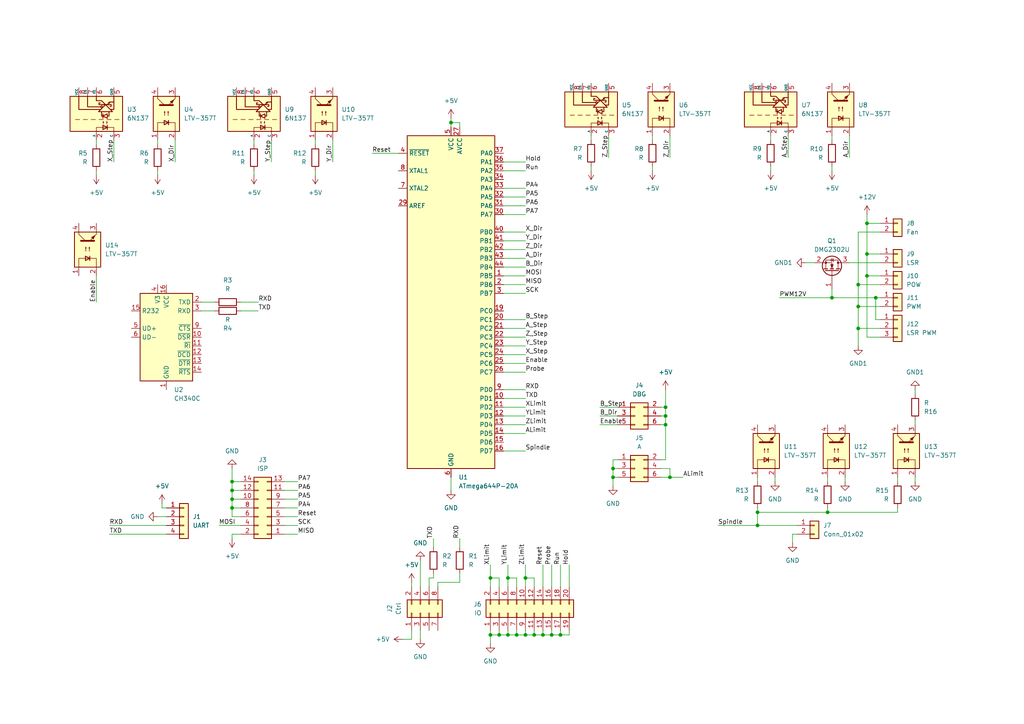
<source format=kicad_sch>
(kicad_sch (version 20230121) (generator eeschema)

  (uuid a7e8f7bf-0e3a-4af7-93b2-6dadf7df2281)

  (paper "A4")

  (lib_symbols
    (symbol "Connector_Generic:Conn_01x02" (pin_names (offset 1.016) hide) (in_bom yes) (on_board yes)
      (property "Reference" "J" (at 0 2.54 0)
        (effects (font (size 1.27 1.27)))
      )
      (property "Value" "Conn_01x02" (at 0 -5.08 0)
        (effects (font (size 1.27 1.27)))
      )
      (property "Footprint" "" (at 0 0 0)
        (effects (font (size 1.27 1.27)) hide)
      )
      (property "Datasheet" "~" (at 0 0 0)
        (effects (font (size 1.27 1.27)) hide)
      )
      (property "ki_keywords" "connector" (at 0 0 0)
        (effects (font (size 1.27 1.27)) hide)
      )
      (property "ki_description" "Generic connector, single row, 01x02, script generated (kicad-library-utils/schlib/autogen/connector/)" (at 0 0 0)
        (effects (font (size 1.27 1.27)) hide)
      )
      (property "ki_fp_filters" "Connector*:*_1x??_*" (at 0 0 0)
        (effects (font (size 1.27 1.27)) hide)
      )
      (symbol "Conn_01x02_1_1"
        (rectangle (start -1.27 -2.413) (end 0 -2.667)
          (stroke (width 0.1524) (type default))
          (fill (type none))
        )
        (rectangle (start -1.27 0.127) (end 0 -0.127)
          (stroke (width 0.1524) (type default))
          (fill (type none))
        )
        (rectangle (start -1.27 1.27) (end 1.27 -3.81)
          (stroke (width 0.254) (type default))
          (fill (type background))
        )
        (pin passive line (at -5.08 0 0) (length 3.81)
          (name "Pin_1" (effects (font (size 1.27 1.27))))
          (number "1" (effects (font (size 1.27 1.27))))
        )
        (pin passive line (at -5.08 -2.54 0) (length 3.81)
          (name "Pin_2" (effects (font (size 1.27 1.27))))
          (number "2" (effects (font (size 1.27 1.27))))
        )
      )
    )
    (symbol "Connector_Generic:Conn_01x03" (pin_names (offset 1.016) hide) (in_bom yes) (on_board yes)
      (property "Reference" "J" (at 0 5.08 0)
        (effects (font (size 1.27 1.27)))
      )
      (property "Value" "Conn_01x03" (at 0 -5.08 0)
        (effects (font (size 1.27 1.27)))
      )
      (property "Footprint" "" (at 0 0 0)
        (effects (font (size 1.27 1.27)) hide)
      )
      (property "Datasheet" "~" (at 0 0 0)
        (effects (font (size 1.27 1.27)) hide)
      )
      (property "ki_keywords" "connector" (at 0 0 0)
        (effects (font (size 1.27 1.27)) hide)
      )
      (property "ki_description" "Generic connector, single row, 01x03, script generated (kicad-library-utils/schlib/autogen/connector/)" (at 0 0 0)
        (effects (font (size 1.27 1.27)) hide)
      )
      (property "ki_fp_filters" "Connector*:*_1x??_*" (at 0 0 0)
        (effects (font (size 1.27 1.27)) hide)
      )
      (symbol "Conn_01x03_1_1"
        (rectangle (start -1.27 -2.413) (end 0 -2.667)
          (stroke (width 0.1524) (type default))
          (fill (type none))
        )
        (rectangle (start -1.27 0.127) (end 0 -0.127)
          (stroke (width 0.1524) (type default))
          (fill (type none))
        )
        (rectangle (start -1.27 2.667) (end 0 2.413)
          (stroke (width 0.1524) (type default))
          (fill (type none))
        )
        (rectangle (start -1.27 3.81) (end 1.27 -3.81)
          (stroke (width 0.254) (type default))
          (fill (type background))
        )
        (pin passive line (at -5.08 2.54 0) (length 3.81)
          (name "Pin_1" (effects (font (size 1.27 1.27))))
          (number "1" (effects (font (size 1.27 1.27))))
        )
        (pin passive line (at -5.08 0 0) (length 3.81)
          (name "Pin_2" (effects (font (size 1.27 1.27))))
          (number "2" (effects (font (size 1.27 1.27))))
        )
        (pin passive line (at -5.08 -2.54 0) (length 3.81)
          (name "Pin_3" (effects (font (size 1.27 1.27))))
          (number "3" (effects (font (size 1.27 1.27))))
        )
      )
    )
    (symbol "Connector_Generic:Conn_01x04" (pin_names (offset 1.016) hide) (in_bom yes) (on_board yes)
      (property "Reference" "J" (at 0 5.08 0)
        (effects (font (size 1.27 1.27)))
      )
      (property "Value" "Conn_01x04" (at 0 -7.62 0)
        (effects (font (size 1.27 1.27)))
      )
      (property "Footprint" "" (at 0 0 0)
        (effects (font (size 1.27 1.27)) hide)
      )
      (property "Datasheet" "~" (at 0 0 0)
        (effects (font (size 1.27 1.27)) hide)
      )
      (property "ki_keywords" "connector" (at 0 0 0)
        (effects (font (size 1.27 1.27)) hide)
      )
      (property "ki_description" "Generic connector, single row, 01x04, script generated (kicad-library-utils/schlib/autogen/connector/)" (at 0 0 0)
        (effects (font (size 1.27 1.27)) hide)
      )
      (property "ki_fp_filters" "Connector*:*_1x??_*" (at 0 0 0)
        (effects (font (size 1.27 1.27)) hide)
      )
      (symbol "Conn_01x04_1_1"
        (rectangle (start -1.27 -4.953) (end 0 -5.207)
          (stroke (width 0.1524) (type default))
          (fill (type none))
        )
        (rectangle (start -1.27 -2.413) (end 0 -2.667)
          (stroke (width 0.1524) (type default))
          (fill (type none))
        )
        (rectangle (start -1.27 0.127) (end 0 -0.127)
          (stroke (width 0.1524) (type default))
          (fill (type none))
        )
        (rectangle (start -1.27 2.667) (end 0 2.413)
          (stroke (width 0.1524) (type default))
          (fill (type none))
        )
        (rectangle (start -1.27 3.81) (end 1.27 -6.35)
          (stroke (width 0.254) (type default))
          (fill (type background))
        )
        (pin passive line (at -5.08 2.54 0) (length 3.81)
          (name "Pin_1" (effects (font (size 1.27 1.27))))
          (number "1" (effects (font (size 1.27 1.27))))
        )
        (pin passive line (at -5.08 0 0) (length 3.81)
          (name "Pin_2" (effects (font (size 1.27 1.27))))
          (number "2" (effects (font (size 1.27 1.27))))
        )
        (pin passive line (at -5.08 -2.54 0) (length 3.81)
          (name "Pin_3" (effects (font (size 1.27 1.27))))
          (number "3" (effects (font (size 1.27 1.27))))
        )
        (pin passive line (at -5.08 -5.08 0) (length 3.81)
          (name "Pin_4" (effects (font (size 1.27 1.27))))
          (number "4" (effects (font (size 1.27 1.27))))
        )
      )
    )
    (symbol "Connector_Generic:Conn_02x03_Odd_Even" (pin_names (offset 1.016) hide) (in_bom yes) (on_board yes)
      (property "Reference" "J" (at 1.27 5.08 0)
        (effects (font (size 1.27 1.27)))
      )
      (property "Value" "Conn_02x03_Odd_Even" (at 1.27 -5.08 0)
        (effects (font (size 1.27 1.27)))
      )
      (property "Footprint" "" (at 0 0 0)
        (effects (font (size 1.27 1.27)) hide)
      )
      (property "Datasheet" "~" (at 0 0 0)
        (effects (font (size 1.27 1.27)) hide)
      )
      (property "ki_keywords" "connector" (at 0 0 0)
        (effects (font (size 1.27 1.27)) hide)
      )
      (property "ki_description" "Generic connector, double row, 02x03, odd/even pin numbering scheme (row 1 odd numbers, row 2 even numbers), script generated (kicad-library-utils/schlib/autogen/connector/)" (at 0 0 0)
        (effects (font (size 1.27 1.27)) hide)
      )
      (property "ki_fp_filters" "Connector*:*_2x??_*" (at 0 0 0)
        (effects (font (size 1.27 1.27)) hide)
      )
      (symbol "Conn_02x03_Odd_Even_1_1"
        (rectangle (start -1.27 -2.413) (end 0 -2.667)
          (stroke (width 0.1524) (type default))
          (fill (type none))
        )
        (rectangle (start -1.27 0.127) (end 0 -0.127)
          (stroke (width 0.1524) (type default))
          (fill (type none))
        )
        (rectangle (start -1.27 2.667) (end 0 2.413)
          (stroke (width 0.1524) (type default))
          (fill (type none))
        )
        (rectangle (start -1.27 3.81) (end 3.81 -3.81)
          (stroke (width 0.254) (type default))
          (fill (type background))
        )
        (rectangle (start 3.81 -2.413) (end 2.54 -2.667)
          (stroke (width 0.1524) (type default))
          (fill (type none))
        )
        (rectangle (start 3.81 0.127) (end 2.54 -0.127)
          (stroke (width 0.1524) (type default))
          (fill (type none))
        )
        (rectangle (start 3.81 2.667) (end 2.54 2.413)
          (stroke (width 0.1524) (type default))
          (fill (type none))
        )
        (pin passive line (at -5.08 2.54 0) (length 3.81)
          (name "Pin_1" (effects (font (size 1.27 1.27))))
          (number "1" (effects (font (size 1.27 1.27))))
        )
        (pin passive line (at 7.62 2.54 180) (length 3.81)
          (name "Pin_2" (effects (font (size 1.27 1.27))))
          (number "2" (effects (font (size 1.27 1.27))))
        )
        (pin passive line (at -5.08 0 0) (length 3.81)
          (name "Pin_3" (effects (font (size 1.27 1.27))))
          (number "3" (effects (font (size 1.27 1.27))))
        )
        (pin passive line (at 7.62 0 180) (length 3.81)
          (name "Pin_4" (effects (font (size 1.27 1.27))))
          (number "4" (effects (font (size 1.27 1.27))))
        )
        (pin passive line (at -5.08 -2.54 0) (length 3.81)
          (name "Pin_5" (effects (font (size 1.27 1.27))))
          (number "5" (effects (font (size 1.27 1.27))))
        )
        (pin passive line (at 7.62 -2.54 180) (length 3.81)
          (name "Pin_6" (effects (font (size 1.27 1.27))))
          (number "6" (effects (font (size 1.27 1.27))))
        )
      )
    )
    (symbol "Connector_Generic:Conn_02x04_Odd_Even" (pin_names (offset 1.016) hide) (in_bom yes) (on_board yes)
      (property "Reference" "J" (at 1.27 5.08 0)
        (effects (font (size 1.27 1.27)))
      )
      (property "Value" "Conn_02x04_Odd_Even" (at 1.27 -7.62 0)
        (effects (font (size 1.27 1.27)))
      )
      (property "Footprint" "" (at 0 0 0)
        (effects (font (size 1.27 1.27)) hide)
      )
      (property "Datasheet" "~" (at 0 0 0)
        (effects (font (size 1.27 1.27)) hide)
      )
      (property "ki_keywords" "connector" (at 0 0 0)
        (effects (font (size 1.27 1.27)) hide)
      )
      (property "ki_description" "Generic connector, double row, 02x04, odd/even pin numbering scheme (row 1 odd numbers, row 2 even numbers), script generated (kicad-library-utils/schlib/autogen/connector/)" (at 0 0 0)
        (effects (font (size 1.27 1.27)) hide)
      )
      (property "ki_fp_filters" "Connector*:*_2x??_*" (at 0 0 0)
        (effects (font (size 1.27 1.27)) hide)
      )
      (symbol "Conn_02x04_Odd_Even_1_1"
        (rectangle (start -1.27 -4.953) (end 0 -5.207)
          (stroke (width 0.1524) (type default))
          (fill (type none))
        )
        (rectangle (start -1.27 -2.413) (end 0 -2.667)
          (stroke (width 0.1524) (type default))
          (fill (type none))
        )
        (rectangle (start -1.27 0.127) (end 0 -0.127)
          (stroke (width 0.1524) (type default))
          (fill (type none))
        )
        (rectangle (start -1.27 2.667) (end 0 2.413)
          (stroke (width 0.1524) (type default))
          (fill (type none))
        )
        (rectangle (start -1.27 3.81) (end 3.81 -6.35)
          (stroke (width 0.254) (type default))
          (fill (type background))
        )
        (rectangle (start 3.81 -4.953) (end 2.54 -5.207)
          (stroke (width 0.1524) (type default))
          (fill (type none))
        )
        (rectangle (start 3.81 -2.413) (end 2.54 -2.667)
          (stroke (width 0.1524) (type default))
          (fill (type none))
        )
        (rectangle (start 3.81 0.127) (end 2.54 -0.127)
          (stroke (width 0.1524) (type default))
          (fill (type none))
        )
        (rectangle (start 3.81 2.667) (end 2.54 2.413)
          (stroke (width 0.1524) (type default))
          (fill (type none))
        )
        (pin passive line (at -5.08 2.54 0) (length 3.81)
          (name "Pin_1" (effects (font (size 1.27 1.27))))
          (number "1" (effects (font (size 1.27 1.27))))
        )
        (pin passive line (at 7.62 2.54 180) (length 3.81)
          (name "Pin_2" (effects (font (size 1.27 1.27))))
          (number "2" (effects (font (size 1.27 1.27))))
        )
        (pin passive line (at -5.08 0 0) (length 3.81)
          (name "Pin_3" (effects (font (size 1.27 1.27))))
          (number "3" (effects (font (size 1.27 1.27))))
        )
        (pin passive line (at 7.62 0 180) (length 3.81)
          (name "Pin_4" (effects (font (size 1.27 1.27))))
          (number "4" (effects (font (size 1.27 1.27))))
        )
        (pin passive line (at -5.08 -2.54 0) (length 3.81)
          (name "Pin_5" (effects (font (size 1.27 1.27))))
          (number "5" (effects (font (size 1.27 1.27))))
        )
        (pin passive line (at 7.62 -2.54 180) (length 3.81)
          (name "Pin_6" (effects (font (size 1.27 1.27))))
          (number "6" (effects (font (size 1.27 1.27))))
        )
        (pin passive line (at -5.08 -5.08 0) (length 3.81)
          (name "Pin_7" (effects (font (size 1.27 1.27))))
          (number "7" (effects (font (size 1.27 1.27))))
        )
        (pin passive line (at 7.62 -5.08 180) (length 3.81)
          (name "Pin_8" (effects (font (size 1.27 1.27))))
          (number "8" (effects (font (size 1.27 1.27))))
        )
      )
    )
    (symbol "Connector_Generic:Conn_02x07_Odd_Even" (pin_names (offset 1.016) hide) (in_bom yes) (on_board yes)
      (property "Reference" "J" (at 1.27 10.16 0)
        (effects (font (size 1.27 1.27)))
      )
      (property "Value" "Conn_02x07_Odd_Even" (at 1.27 -10.16 0)
        (effects (font (size 1.27 1.27)))
      )
      (property "Footprint" "" (at 0 0 0)
        (effects (font (size 1.27 1.27)) hide)
      )
      (property "Datasheet" "~" (at 0 0 0)
        (effects (font (size 1.27 1.27)) hide)
      )
      (property "ki_keywords" "connector" (at 0 0 0)
        (effects (font (size 1.27 1.27)) hide)
      )
      (property "ki_description" "Generic connector, double row, 02x07, odd/even pin numbering scheme (row 1 odd numbers, row 2 even numbers), script generated (kicad-library-utils/schlib/autogen/connector/)" (at 0 0 0)
        (effects (font (size 1.27 1.27)) hide)
      )
      (property "ki_fp_filters" "Connector*:*_2x??_*" (at 0 0 0)
        (effects (font (size 1.27 1.27)) hide)
      )
      (symbol "Conn_02x07_Odd_Even_1_1"
        (rectangle (start -1.27 -7.493) (end 0 -7.747)
          (stroke (width 0.1524) (type default))
          (fill (type none))
        )
        (rectangle (start -1.27 -4.953) (end 0 -5.207)
          (stroke (width 0.1524) (type default))
          (fill (type none))
        )
        (rectangle (start -1.27 -2.413) (end 0 -2.667)
          (stroke (width 0.1524) (type default))
          (fill (type none))
        )
        (rectangle (start -1.27 0.127) (end 0 -0.127)
          (stroke (width 0.1524) (type default))
          (fill (type none))
        )
        (rectangle (start -1.27 2.667) (end 0 2.413)
          (stroke (width 0.1524) (type default))
          (fill (type none))
        )
        (rectangle (start -1.27 5.207) (end 0 4.953)
          (stroke (width 0.1524) (type default))
          (fill (type none))
        )
        (rectangle (start -1.27 7.747) (end 0 7.493)
          (stroke (width 0.1524) (type default))
          (fill (type none))
        )
        (rectangle (start -1.27 8.89) (end 3.81 -8.89)
          (stroke (width 0.254) (type default))
          (fill (type background))
        )
        (rectangle (start 3.81 -7.493) (end 2.54 -7.747)
          (stroke (width 0.1524) (type default))
          (fill (type none))
        )
        (rectangle (start 3.81 -4.953) (end 2.54 -5.207)
          (stroke (width 0.1524) (type default))
          (fill (type none))
        )
        (rectangle (start 3.81 -2.413) (end 2.54 -2.667)
          (stroke (width 0.1524) (type default))
          (fill (type none))
        )
        (rectangle (start 3.81 0.127) (end 2.54 -0.127)
          (stroke (width 0.1524) (type default))
          (fill (type none))
        )
        (rectangle (start 3.81 2.667) (end 2.54 2.413)
          (stroke (width 0.1524) (type default))
          (fill (type none))
        )
        (rectangle (start 3.81 5.207) (end 2.54 4.953)
          (stroke (width 0.1524) (type default))
          (fill (type none))
        )
        (rectangle (start 3.81 7.747) (end 2.54 7.493)
          (stroke (width 0.1524) (type default))
          (fill (type none))
        )
        (pin passive line (at -5.08 7.62 0) (length 3.81)
          (name "Pin_1" (effects (font (size 1.27 1.27))))
          (number "1" (effects (font (size 1.27 1.27))))
        )
        (pin passive line (at 7.62 -2.54 180) (length 3.81)
          (name "Pin_10" (effects (font (size 1.27 1.27))))
          (number "10" (effects (font (size 1.27 1.27))))
        )
        (pin passive line (at -5.08 -5.08 0) (length 3.81)
          (name "Pin_11" (effects (font (size 1.27 1.27))))
          (number "11" (effects (font (size 1.27 1.27))))
        )
        (pin passive line (at 7.62 -5.08 180) (length 3.81)
          (name "Pin_12" (effects (font (size 1.27 1.27))))
          (number "12" (effects (font (size 1.27 1.27))))
        )
        (pin passive line (at -5.08 -7.62 0) (length 3.81)
          (name "Pin_13" (effects (font (size 1.27 1.27))))
          (number "13" (effects (font (size 1.27 1.27))))
        )
        (pin passive line (at 7.62 -7.62 180) (length 3.81)
          (name "Pin_14" (effects (font (size 1.27 1.27))))
          (number "14" (effects (font (size 1.27 1.27))))
        )
        (pin passive line (at 7.62 7.62 180) (length 3.81)
          (name "Pin_2" (effects (font (size 1.27 1.27))))
          (number "2" (effects (font (size 1.27 1.27))))
        )
        (pin passive line (at -5.08 5.08 0) (length 3.81)
          (name "Pin_3" (effects (font (size 1.27 1.27))))
          (number "3" (effects (font (size 1.27 1.27))))
        )
        (pin passive line (at 7.62 5.08 180) (length 3.81)
          (name "Pin_4" (effects (font (size 1.27 1.27))))
          (number "4" (effects (font (size 1.27 1.27))))
        )
        (pin passive line (at -5.08 2.54 0) (length 3.81)
          (name "Pin_5" (effects (font (size 1.27 1.27))))
          (number "5" (effects (font (size 1.27 1.27))))
        )
        (pin passive line (at 7.62 2.54 180) (length 3.81)
          (name "Pin_6" (effects (font (size 1.27 1.27))))
          (number "6" (effects (font (size 1.27 1.27))))
        )
        (pin passive line (at -5.08 0 0) (length 3.81)
          (name "Pin_7" (effects (font (size 1.27 1.27))))
          (number "7" (effects (font (size 1.27 1.27))))
        )
        (pin passive line (at 7.62 0 180) (length 3.81)
          (name "Pin_8" (effects (font (size 1.27 1.27))))
          (number "8" (effects (font (size 1.27 1.27))))
        )
        (pin passive line (at -5.08 -2.54 0) (length 3.81)
          (name "Pin_9" (effects (font (size 1.27 1.27))))
          (number "9" (effects (font (size 1.27 1.27))))
        )
      )
    )
    (symbol "Connector_Generic:Conn_02x10_Odd_Even" (pin_names (offset 1.016) hide) (in_bom yes) (on_board yes)
      (property "Reference" "J" (at 1.27 12.7 0)
        (effects (font (size 1.27 1.27)))
      )
      (property "Value" "Conn_02x10_Odd_Even" (at 1.27 -15.24 0)
        (effects (font (size 1.27 1.27)))
      )
      (property "Footprint" "" (at 0 0 0)
        (effects (font (size 1.27 1.27)) hide)
      )
      (property "Datasheet" "~" (at 0 0 0)
        (effects (font (size 1.27 1.27)) hide)
      )
      (property "ki_keywords" "connector" (at 0 0 0)
        (effects (font (size 1.27 1.27)) hide)
      )
      (property "ki_description" "Generic connector, double row, 02x10, odd/even pin numbering scheme (row 1 odd numbers, row 2 even numbers), script generated (kicad-library-utils/schlib/autogen/connector/)" (at 0 0 0)
        (effects (font (size 1.27 1.27)) hide)
      )
      (property "ki_fp_filters" "Connector*:*_2x??_*" (at 0 0 0)
        (effects (font (size 1.27 1.27)) hide)
      )
      (symbol "Conn_02x10_Odd_Even_1_1"
        (rectangle (start -1.27 -12.573) (end 0 -12.827)
          (stroke (width 0.1524) (type default))
          (fill (type none))
        )
        (rectangle (start -1.27 -10.033) (end 0 -10.287)
          (stroke (width 0.1524) (type default))
          (fill (type none))
        )
        (rectangle (start -1.27 -7.493) (end 0 -7.747)
          (stroke (width 0.1524) (type default))
          (fill (type none))
        )
        (rectangle (start -1.27 -4.953) (end 0 -5.207)
          (stroke (width 0.1524) (type default))
          (fill (type none))
        )
        (rectangle (start -1.27 -2.413) (end 0 -2.667)
          (stroke (width 0.1524) (type default))
          (fill (type none))
        )
        (rectangle (start -1.27 0.127) (end 0 -0.127)
          (stroke (width 0.1524) (type default))
          (fill (type none))
        )
        (rectangle (start -1.27 2.667) (end 0 2.413)
          (stroke (width 0.1524) (type default))
          (fill (type none))
        )
        (rectangle (start -1.27 5.207) (end 0 4.953)
          (stroke (width 0.1524) (type default))
          (fill (type none))
        )
        (rectangle (start -1.27 7.747) (end 0 7.493)
          (stroke (width 0.1524) (type default))
          (fill (type none))
        )
        (rectangle (start -1.27 10.287) (end 0 10.033)
          (stroke (width 0.1524) (type default))
          (fill (type none))
        )
        (rectangle (start -1.27 11.43) (end 3.81 -13.97)
          (stroke (width 0.254) (type default))
          (fill (type background))
        )
        (rectangle (start 3.81 -12.573) (end 2.54 -12.827)
          (stroke (width 0.1524) (type default))
          (fill (type none))
        )
        (rectangle (start 3.81 -10.033) (end 2.54 -10.287)
          (stroke (width 0.1524) (type default))
          (fill (type none))
        )
        (rectangle (start 3.81 -7.493) (end 2.54 -7.747)
          (stroke (width 0.1524) (type default))
          (fill (type none))
        )
        (rectangle (start 3.81 -4.953) (end 2.54 -5.207)
          (stroke (width 0.1524) (type default))
          (fill (type none))
        )
        (rectangle (start 3.81 -2.413) (end 2.54 -2.667)
          (stroke (width 0.1524) (type default))
          (fill (type none))
        )
        (rectangle (start 3.81 0.127) (end 2.54 -0.127)
          (stroke (width 0.1524) (type default))
          (fill (type none))
        )
        (rectangle (start 3.81 2.667) (end 2.54 2.413)
          (stroke (width 0.1524) (type default))
          (fill (type none))
        )
        (rectangle (start 3.81 5.207) (end 2.54 4.953)
          (stroke (width 0.1524) (type default))
          (fill (type none))
        )
        (rectangle (start 3.81 7.747) (end 2.54 7.493)
          (stroke (width 0.1524) (type default))
          (fill (type none))
        )
        (rectangle (start 3.81 10.287) (end 2.54 10.033)
          (stroke (width 0.1524) (type default))
          (fill (type none))
        )
        (pin passive line (at -5.08 10.16 0) (length 3.81)
          (name "Pin_1" (effects (font (size 1.27 1.27))))
          (number "1" (effects (font (size 1.27 1.27))))
        )
        (pin passive line (at 7.62 0 180) (length 3.81)
          (name "Pin_10" (effects (font (size 1.27 1.27))))
          (number "10" (effects (font (size 1.27 1.27))))
        )
        (pin passive line (at -5.08 -2.54 0) (length 3.81)
          (name "Pin_11" (effects (font (size 1.27 1.27))))
          (number "11" (effects (font (size 1.27 1.27))))
        )
        (pin passive line (at 7.62 -2.54 180) (length 3.81)
          (name "Pin_12" (effects (font (size 1.27 1.27))))
          (number "12" (effects (font (size 1.27 1.27))))
        )
        (pin passive line (at -5.08 -5.08 0) (length 3.81)
          (name "Pin_13" (effects (font (size 1.27 1.27))))
          (number "13" (effects (font (size 1.27 1.27))))
        )
        (pin passive line (at 7.62 -5.08 180) (length 3.81)
          (name "Pin_14" (effects (font (size 1.27 1.27))))
          (number "14" (effects (font (size 1.27 1.27))))
        )
        (pin passive line (at -5.08 -7.62 0) (length 3.81)
          (name "Pin_15" (effects (font (size 1.27 1.27))))
          (number "15" (effects (font (size 1.27 1.27))))
        )
        (pin passive line (at 7.62 -7.62 180) (length 3.81)
          (name "Pin_16" (effects (font (size 1.27 1.27))))
          (number "16" (effects (font (size 1.27 1.27))))
        )
        (pin passive line (at -5.08 -10.16 0) (length 3.81)
          (name "Pin_17" (effects (font (size 1.27 1.27))))
          (number "17" (effects (font (size 1.27 1.27))))
        )
        (pin passive line (at 7.62 -10.16 180) (length 3.81)
          (name "Pin_18" (effects (font (size 1.27 1.27))))
          (number "18" (effects (font (size 1.27 1.27))))
        )
        (pin passive line (at -5.08 -12.7 0) (length 3.81)
          (name "Pin_19" (effects (font (size 1.27 1.27))))
          (number "19" (effects (font (size 1.27 1.27))))
        )
        (pin passive line (at 7.62 10.16 180) (length 3.81)
          (name "Pin_2" (effects (font (size 1.27 1.27))))
          (number "2" (effects (font (size 1.27 1.27))))
        )
        (pin passive line (at 7.62 -12.7 180) (length 3.81)
          (name "Pin_20" (effects (font (size 1.27 1.27))))
          (number "20" (effects (font (size 1.27 1.27))))
        )
        (pin passive line (at -5.08 7.62 0) (length 3.81)
          (name "Pin_3" (effects (font (size 1.27 1.27))))
          (number "3" (effects (font (size 1.27 1.27))))
        )
        (pin passive line (at 7.62 7.62 180) (length 3.81)
          (name "Pin_4" (effects (font (size 1.27 1.27))))
          (number "4" (effects (font (size 1.27 1.27))))
        )
        (pin passive line (at -5.08 5.08 0) (length 3.81)
          (name "Pin_5" (effects (font (size 1.27 1.27))))
          (number "5" (effects (font (size 1.27 1.27))))
        )
        (pin passive line (at 7.62 5.08 180) (length 3.81)
          (name "Pin_6" (effects (font (size 1.27 1.27))))
          (number "6" (effects (font (size 1.27 1.27))))
        )
        (pin passive line (at -5.08 2.54 0) (length 3.81)
          (name "Pin_7" (effects (font (size 1.27 1.27))))
          (number "7" (effects (font (size 1.27 1.27))))
        )
        (pin passive line (at 7.62 2.54 180) (length 3.81)
          (name "Pin_8" (effects (font (size 1.27 1.27))))
          (number "8" (effects (font (size 1.27 1.27))))
        )
        (pin passive line (at -5.08 0 0) (length 3.81)
          (name "Pin_9" (effects (font (size 1.27 1.27))))
          (number "9" (effects (font (size 1.27 1.27))))
        )
      )
    )
    (symbol "Device:R" (pin_numbers hide) (pin_names (offset 0)) (in_bom yes) (on_board yes)
      (property "Reference" "R" (at 2.032 0 90)
        (effects (font (size 1.27 1.27)))
      )
      (property "Value" "R" (at 0 0 90)
        (effects (font (size 1.27 1.27)))
      )
      (property "Footprint" "" (at -1.778 0 90)
        (effects (font (size 1.27 1.27)) hide)
      )
      (property "Datasheet" "~" (at 0 0 0)
        (effects (font (size 1.27 1.27)) hide)
      )
      (property "ki_keywords" "R res resistor" (at 0 0 0)
        (effects (font (size 1.27 1.27)) hide)
      )
      (property "ki_description" "Resistor" (at 0 0 0)
        (effects (font (size 1.27 1.27)) hide)
      )
      (property "ki_fp_filters" "R_*" (at 0 0 0)
        (effects (font (size 1.27 1.27)) hide)
      )
      (symbol "R_0_1"
        (rectangle (start -1.016 -2.54) (end 1.016 2.54)
          (stroke (width 0.254) (type default))
          (fill (type none))
        )
      )
      (symbol "R_1_1"
        (pin passive line (at 0 3.81 270) (length 1.27)
          (name "~" (effects (font (size 1.27 1.27))))
          (number "1" (effects (font (size 1.27 1.27))))
        )
        (pin passive line (at 0 -3.81 90) (length 1.27)
          (name "~" (effects (font (size 1.27 1.27))))
          (number "2" (effects (font (size 1.27 1.27))))
        )
      )
    )
    (symbol "Interface_USB:CH340C" (in_bom yes) (on_board yes)
      (property "Reference" "U" (at -5.08 13.97 0)
        (effects (font (size 1.27 1.27)) (justify right))
      )
      (property "Value" "CH340C" (at 1.27 13.97 0)
        (effects (font (size 1.27 1.27)) (justify left))
      )
      (property "Footprint" "Package_SO:SOIC-16_3.9x9.9mm_P1.27mm" (at 1.27 -13.97 0)
        (effects (font (size 1.27 1.27)) (justify left) hide)
      )
      (property "Datasheet" "https://datasheet.lcsc.com/szlcsc/Jiangsu-Qin-Heng-CH340C_C84681.pdf" (at -8.89 20.32 0)
        (effects (font (size 1.27 1.27)) hide)
      )
      (property "ki_keywords" "USB UART Serial Converter Interface" (at 0 0 0)
        (effects (font (size 1.27 1.27)) hide)
      )
      (property "ki_description" "USB serial converter, UART, SOIC-16" (at 0 0 0)
        (effects (font (size 1.27 1.27)) hide)
      )
      (property "ki_fp_filters" "SOIC*3.9x9.9mm*P1.27mm*" (at 0 0 0)
        (effects (font (size 1.27 1.27)) hide)
      )
      (symbol "CH340C_0_1"
        (rectangle (start -7.62 12.7) (end 7.62 -12.7)
          (stroke (width 0.254) (type default))
          (fill (type background))
        )
      )
      (symbol "CH340C_1_1"
        (pin power_in line (at 0 -15.24 90) (length 2.54)
          (name "GND" (effects (font (size 1.27 1.27))))
          (number "1" (effects (font (size 1.27 1.27))))
        )
        (pin input line (at 10.16 0 180) (length 2.54)
          (name "~{DSR}" (effects (font (size 1.27 1.27))))
          (number "10" (effects (font (size 1.27 1.27))))
        )
        (pin input line (at 10.16 -2.54 180) (length 2.54)
          (name "~{RI}" (effects (font (size 1.27 1.27))))
          (number "11" (effects (font (size 1.27 1.27))))
        )
        (pin input line (at 10.16 -5.08 180) (length 2.54)
          (name "~{DCD}" (effects (font (size 1.27 1.27))))
          (number "12" (effects (font (size 1.27 1.27))))
        )
        (pin output line (at 10.16 -7.62 180) (length 2.54)
          (name "~{DTR}" (effects (font (size 1.27 1.27))))
          (number "13" (effects (font (size 1.27 1.27))))
        )
        (pin output line (at 10.16 -10.16 180) (length 2.54)
          (name "~{RTS}" (effects (font (size 1.27 1.27))))
          (number "14" (effects (font (size 1.27 1.27))))
        )
        (pin input line (at -10.16 7.62 0) (length 2.54)
          (name "R232" (effects (font (size 1.27 1.27))))
          (number "15" (effects (font (size 1.27 1.27))))
        )
        (pin power_in line (at 0 15.24 270) (length 2.54)
          (name "VCC" (effects (font (size 1.27 1.27))))
          (number "16" (effects (font (size 1.27 1.27))))
        )
        (pin output line (at 10.16 10.16 180) (length 2.54)
          (name "TXD" (effects (font (size 1.27 1.27))))
          (number "2" (effects (font (size 1.27 1.27))))
        )
        (pin input line (at 10.16 7.62 180) (length 2.54)
          (name "RXD" (effects (font (size 1.27 1.27))))
          (number "3" (effects (font (size 1.27 1.27))))
        )
        (pin passive line (at -2.54 15.24 270) (length 2.54)
          (name "V3" (effects (font (size 1.27 1.27))))
          (number "4" (effects (font (size 1.27 1.27))))
        )
        (pin bidirectional line (at -10.16 2.54 0) (length 2.54)
          (name "UD+" (effects (font (size 1.27 1.27))))
          (number "5" (effects (font (size 1.27 1.27))))
        )
        (pin bidirectional line (at -10.16 0 0) (length 2.54)
          (name "UD-" (effects (font (size 1.27 1.27))))
          (number "6" (effects (font (size 1.27 1.27))))
        )
        (pin no_connect line (at -7.62 -7.62 0) (length 2.54) hide
          (name "NC" (effects (font (size 1.27 1.27))))
          (number "7" (effects (font (size 1.27 1.27))))
        )
        (pin no_connect line (at -7.62 -10.16 0) (length 2.54) hide
          (name "NC" (effects (font (size 1.27 1.27))))
          (number "8" (effects (font (size 1.27 1.27))))
        )
        (pin input line (at 10.16 2.54 180) (length 2.54)
          (name "~{CTS}" (effects (font (size 1.27 1.27))))
          (number "9" (effects (font (size 1.27 1.27))))
        )
      )
    )
    (symbol "Isolator:6N137" (pin_names (offset 0)) (in_bom yes) (on_board yes)
      (property "Reference" "U" (at -4.064 8.89 0)
        (effects (font (size 1.27 1.27)))
      )
      (property "Value" "6N137" (at 0 -8.89 0)
        (effects (font (size 1.27 1.27)))
      )
      (property "Footprint" "Package_DIP:DIP-8_W7.62mm" (at 0 -12.7 0)
        (effects (font (size 1.27 1.27)) hide)
      )
      (property "Datasheet" "https://docs.broadcom.com/docs/AV02-0940EN" (at -21.59 13.97 0)
        (effects (font (size 1.27 1.27)) hide)
      )
      (property "ki_keywords" "High speed optically coupled gates enable" (at 0 0 0)
        (effects (font (size 1.27 1.27)) hide)
      )
      (property "ki_description" "Single High Speed LSTTL/TTL Compatible Optocoupler with enable, dV/dt 1000/us, VCM 10, max 7V VCC, DIP-8" (at 0 0 0)
        (effects (font (size 1.27 1.27)) hide)
      )
      (property "ki_fp_filters" "DIP*W7.62mm*" (at 0 0 0)
        (effects (font (size 1.27 1.27)) hide)
      )
      (symbol "6N137_0_1"
        (polyline
          (pts
            (xy 2.667 -3.556)
            (xy 2.667 -1.651)
          )
          (stroke (width 0.254) (type default))
          (fill (type none))
        )
        (polyline
          (pts
            (xy 2.667 -2.159)
            (xy 2.667 -2.921)
          )
          (stroke (width 0.254) (type default))
          (fill (type none))
        )
        (polyline
          (pts
            (xy 3.429 -3.937)
            (xy 3.429 -5.08)
          )
          (stroke (width 0.254) (type default))
          (fill (type none))
        )
        (polyline
          (pts
            (xy -0.635 -3.302)
            (xy -0.635 -3.683)
            (xy 0.635 -3.683)
          )
          (stroke (width 0.254) (type default))
          (fill (type none))
        )
        (polyline
          (pts
            (xy -0.635 -1.905)
            (xy -0.635 -1.524)
            (xy 0.508 -1.524)
          )
          (stroke (width 0.254) (type default))
          (fill (type none))
        )
        (polyline
          (pts
            (xy 1.27 -4.064)
            (xy 1.27 -5.08)
            (xy 5.08 -5.08)
          )
          (stroke (width 0.254) (type default))
          (fill (type none))
        )
        (polyline
          (pts
            (xy 1.27 -1.27)
            (xy 1.27 5.08)
            (xy 5.08 5.08)
          )
          (stroke (width 0.254) (type default))
          (fill (type none))
        )
        (polyline
          (pts
            (xy 2.032 -1.27)
            (xy 2.032 2.54)
            (xy 5.08 2.54)
          )
          (stroke (width 0.254) (type default))
          (fill (type none))
        )
        (polyline
          (pts
            (xy -5.08 -5.08)
            (xy -3.937 -5.08)
            (xy -3.937 0)
            (xy -5.08 0)
          )
          (stroke (width 0) (type default))
          (fill (type none))
        )
        (polyline
          (pts
            (xy 2.667 -3.302)
            (xy 2.667 -4.318)
            (xy 2.159 -4.318)
            (xy 2.159 -3.937)
          )
          (stroke (width 0.254) (type default))
          (fill (type none))
        )
        (polyline
          (pts
            (xy 2.667 -2.667)
            (xy 0.635 -4.699)
            (xy 0.635 -0.635)
            (xy 2.667 -2.667)
          )
          (stroke (width 0.254) (type default))
          (fill (type none))
        )
        (polyline
          (pts
            (xy 2.667 -1.778)
            (xy 2.667 -0.762)
            (xy 3.175 -0.762)
            (xy 3.175 -1.143)
          )
          (stroke (width 0.254) (type default))
          (fill (type none))
        )
        (polyline
          (pts
            (xy 2.794 -2.54)
            (xy 3.81 -1.524)
            (xy 3.81 0)
            (xy 5.08 0)
          )
          (stroke (width 0.254) (type default))
          (fill (type none))
        )
        (polyline
          (pts
            (xy 2.667 -3.175)
            (xy 3.429 -3.937)
            (xy 3.302 -3.556)
            (xy 3.048 -3.81)
            (xy 3.429 -3.937)
          )
          (stroke (width 0.254) (type default))
          (fill (type none))
        )
        (circle (center 2.032 -1.524) (radius 0.254)
          (stroke (width 0.254) (type default))
          (fill (type none))
        )
      )
      (symbol "6N137_1_1"
        (rectangle (start -5.08 7.62) (end 5.08 -7.62)
          (stroke (width 0.254) (type default))
          (fill (type background))
        )
        (polyline
          (pts
            (xy -4.572 -3.175)
            (xy -3.302 -3.175)
          )
          (stroke (width 0.254) (type default))
          (fill (type none))
        )
        (polyline
          (pts
            (xy -1.651 -5.334)
            (xy -1.651 -6.604)
          )
          (stroke (width 0) (type default))
          (fill (type none))
        )
        (polyline
          (pts
            (xy -1.651 -3.048)
            (xy -1.651 -4.318)
          )
          (stroke (width 0) (type default))
          (fill (type none))
        )
        (polyline
          (pts
            (xy -1.651 -0.762)
            (xy -1.651 -2.032)
          )
          (stroke (width 0) (type default))
          (fill (type none))
        )
        (polyline
          (pts
            (xy -1.651 1.524)
            (xy -1.651 0.254)
          )
          (stroke (width 0) (type default))
          (fill (type none))
        )
        (polyline
          (pts
            (xy -1.651 3.81)
            (xy -1.651 2.54)
          )
          (stroke (width 0) (type default))
          (fill (type none))
        )
        (polyline
          (pts
            (xy -1.651 6.096)
            (xy -1.651 4.826)
          )
          (stroke (width 0) (type default))
          (fill (type none))
        )
        (polyline
          (pts
            (xy -1.27 -1.905)
            (xy 0 -1.905)
          )
          (stroke (width 0.254) (type default))
          (fill (type none))
        )
        (polyline
          (pts
            (xy -3.937 -3.175)
            (xy -4.572 -1.905)
            (xy -3.302 -1.905)
            (xy -3.937 -3.175)
          )
          (stroke (width 0.254) (type default))
          (fill (type none))
        )
        (polyline
          (pts
            (xy -0.635 -1.905)
            (xy -1.27 -3.175)
            (xy 0 -3.175)
            (xy -0.635 -1.905)
          )
          (stroke (width 0.254) (type default))
          (fill (type none))
        )
        (polyline
          (pts
            (xy -2.921 -3.048)
            (xy -2.159 -3.048)
            (xy -2.54 -3.175)
            (xy -2.54 -2.921)
            (xy -2.159 -3.048)
          )
          (stroke (width 0.127) (type default))
          (fill (type none))
        )
        (polyline
          (pts
            (xy -2.921 -2.032)
            (xy -2.159 -2.032)
            (xy -2.54 -2.159)
            (xy -2.54 -1.905)
            (xy -2.159 -2.032)
          )
          (stroke (width 0.127) (type default))
          (fill (type none))
        )
        (pin no_connect line (at -5.08 5.08 0) (length 2.54) hide
          (name "NC" (effects (font (size 0.635 0.635))))
          (number "1" (effects (font (size 1.27 1.27))))
        )
        (pin passive line (at -7.62 0 0) (length 2.54)
          (name "A" (effects (font (size 0.635 0.635))))
          (number "2" (effects (font (size 1.27 1.27))))
        )
        (pin passive line (at -7.62 -5.08 0) (length 2.54)
          (name "C" (effects (font (size 0.635 0.635))))
          (number "3" (effects (font (size 1.27 1.27))))
        )
        (pin power_in line (at 7.62 -5.08 180) (length 2.54)
          (name "GND" (effects (font (size 0.635 0.635))))
          (number "5" (effects (font (size 1.27 1.27))))
        )
        (pin open_collector line (at 7.62 0 180) (length 2.54)
          (name "VO" (effects (font (size 0.635 0.635))))
          (number "6" (effects (font (size 1.27 1.27))))
        )
        (pin input line (at 7.62 2.54 180) (length 2.54)
          (name "EN" (effects (font (size 0.635 0.635))))
          (number "7" (effects (font (size 1.27 1.27))))
        )
        (pin power_in line (at 7.62 5.08 180) (length 2.54)
          (name "VCC" (effects (font (size 0.635 0.635))))
          (number "8" (effects (font (size 1.27 1.27))))
        )
      )
    )
    (symbol "Isolator:LTV-357T" (pin_names (offset 1.016)) (in_bom yes) (on_board yes)
      (property "Reference" "U" (at -5.334 4.826 0)
        (effects (font (size 1.27 1.27)) (justify left))
      )
      (property "Value" "LTV-357T" (at 0 5.08 0)
        (effects (font (size 1.27 1.27)) (justify left))
      )
      (property "Footprint" "Package_SO:SO-4_4.4x3.6mm_P2.54mm" (at -5.08 -5.08 0)
        (effects (font (size 1.27 1.27) italic) (justify left) hide)
      )
      (property "Datasheet" "https://www.buerklin.com/medias/sys_master/download/download/h91/ha0/8892020588574.pdf" (at 0 0 0)
        (effects (font (size 1.27 1.27)) (justify left) hide)
      )
      (property "ki_keywords" "NPN DC Optocoupler" (at 0 0 0)
        (effects (font (size 1.27 1.27)) hide)
      )
      (property "ki_description" "DC Optocoupler, Vce 35V, CTR 50%, SO-4" (at 0 0 0)
        (effects (font (size 1.27 1.27)) hide)
      )
      (property "ki_fp_filters" "SO*4.4x3.6mm*P2.54mm*" (at 0 0 0)
        (effects (font (size 1.27 1.27)) hide)
      )
      (symbol "LTV-357T_0_1"
        (rectangle (start -5.08 3.81) (end 5.08 -3.81)
          (stroke (width 0.254) (type default))
          (fill (type background))
        )
        (polyline
          (pts
            (xy -3.175 -0.635)
            (xy -1.905 -0.635)
          )
          (stroke (width 0.254) (type default))
          (fill (type none))
        )
        (polyline
          (pts
            (xy 2.54 0.635)
            (xy 4.445 2.54)
          )
          (stroke (width 0) (type default))
          (fill (type none))
        )
        (polyline
          (pts
            (xy 4.445 -2.54)
            (xy 2.54 -0.635)
          )
          (stroke (width 0) (type default))
          (fill (type outline))
        )
        (polyline
          (pts
            (xy 4.445 -2.54)
            (xy 5.08 -2.54)
          )
          (stroke (width 0) (type default))
          (fill (type none))
        )
        (polyline
          (pts
            (xy 4.445 2.54)
            (xy 5.08 2.54)
          )
          (stroke (width 0) (type default))
          (fill (type none))
        )
        (polyline
          (pts
            (xy -5.08 2.54)
            (xy -2.54 2.54)
            (xy -2.54 -0.762)
          )
          (stroke (width 0) (type default))
          (fill (type none))
        )
        (polyline
          (pts
            (xy -2.54 -0.635)
            (xy -2.54 -2.54)
            (xy -5.08 -2.54)
          )
          (stroke (width 0) (type default))
          (fill (type none))
        )
        (polyline
          (pts
            (xy 2.54 1.905)
            (xy 2.54 -1.905)
            (xy 2.54 -1.905)
          )
          (stroke (width 0.508) (type default))
          (fill (type none))
        )
        (polyline
          (pts
            (xy -2.54 -0.635)
            (xy -3.175 0.635)
            (xy -1.905 0.635)
            (xy -2.54 -0.635)
          )
          (stroke (width 0.254) (type default))
          (fill (type none))
        )
        (polyline
          (pts
            (xy -0.508 -0.508)
            (xy 0.762 -0.508)
            (xy 0.381 -0.635)
            (xy 0.381 -0.381)
            (xy 0.762 -0.508)
          )
          (stroke (width 0) (type default))
          (fill (type none))
        )
        (polyline
          (pts
            (xy -0.508 0.508)
            (xy 0.762 0.508)
            (xy 0.381 0.381)
            (xy 0.381 0.635)
            (xy 0.762 0.508)
          )
          (stroke (width 0) (type default))
          (fill (type none))
        )
        (polyline
          (pts
            (xy 3.048 -1.651)
            (xy 3.556 -1.143)
            (xy 4.064 -2.159)
            (xy 3.048 -1.651)
            (xy 3.048 -1.651)
          )
          (stroke (width 0) (type default))
          (fill (type outline))
        )
      )
      (symbol "LTV-357T_1_1"
        (pin passive line (at -7.62 2.54 0) (length 2.54)
          (name "~" (effects (font (size 1.27 1.27))))
          (number "1" (effects (font (size 1.27 1.27))))
        )
        (pin passive line (at -7.62 -2.54 0) (length 2.54)
          (name "~" (effects (font (size 1.27 1.27))))
          (number "2" (effects (font (size 1.27 1.27))))
        )
        (pin passive line (at 7.62 -2.54 180) (length 2.54)
          (name "~" (effects (font (size 1.27 1.27))))
          (number "3" (effects (font (size 1.27 1.27))))
        )
        (pin passive line (at 7.62 2.54 180) (length 2.54)
          (name "~" (effects (font (size 1.27 1.27))))
          (number "4" (effects (font (size 1.27 1.27))))
        )
      )
    )
    (symbol "MCU_Microchip_ATmega:ATmega644P-20A" (in_bom yes) (on_board yes)
      (property "Reference" "U" (at -12.7 49.53 0)
        (effects (font (size 1.27 1.27)) (justify left bottom))
      )
      (property "Value" "ATmega644P-20A" (at 2.54 -49.53 0)
        (effects (font (size 1.27 1.27)) (justify left top))
      )
      (property "Footprint" "Package_QFP:TQFP-44_10x10mm_P0.8mm" (at 0 0 0)
        (effects (font (size 1.27 1.27) italic) hide)
      )
      (property "Datasheet" "http://ww1.microchip.com/downloads/en/DeviceDoc/Atmel-42744-ATmega644P_Datasheet.pdf" (at 0 0 0)
        (effects (font (size 1.27 1.27)) hide)
      )
      (property "ki_keywords" "AVR 8bit Microcontroller MegaAVR PicoPower" (at 0 0 0)
        (effects (font (size 1.27 1.27)) hide)
      )
      (property "ki_description" "20MHz, 64kB Flash, 4kB SRAM, 2kB EEPROM, JTAG, TQFP-44" (at 0 0 0)
        (effects (font (size 1.27 1.27)) hide)
      )
      (property "ki_fp_filters" "TQFP*10x10mm*P0.8mm*" (at 0 0 0)
        (effects (font (size 1.27 1.27)) hide)
      )
      (symbol "ATmega644P-20A_0_1"
        (rectangle (start -12.7 -48.26) (end 12.7 48.26)
          (stroke (width 0.254) (type default))
          (fill (type background))
        )
      )
      (symbol "ATmega644P-20A_1_1"
        (pin bidirectional line (at 15.24 7.62 180) (length 2.54)
          (name "PB5" (effects (font (size 1.27 1.27))))
          (number "1" (effects (font (size 1.27 1.27))))
        )
        (pin bidirectional line (at 15.24 -27.94 180) (length 2.54)
          (name "PD1" (effects (font (size 1.27 1.27))))
          (number "10" (effects (font (size 1.27 1.27))))
        )
        (pin bidirectional line (at 15.24 -30.48 180) (length 2.54)
          (name "PD2" (effects (font (size 1.27 1.27))))
          (number "11" (effects (font (size 1.27 1.27))))
        )
        (pin bidirectional line (at 15.24 -33.02 180) (length 2.54)
          (name "PD3" (effects (font (size 1.27 1.27))))
          (number "12" (effects (font (size 1.27 1.27))))
        )
        (pin bidirectional line (at 15.24 -35.56 180) (length 2.54)
          (name "PD4" (effects (font (size 1.27 1.27))))
          (number "13" (effects (font (size 1.27 1.27))))
        )
        (pin bidirectional line (at 15.24 -38.1 180) (length 2.54)
          (name "PD5" (effects (font (size 1.27 1.27))))
          (number "14" (effects (font (size 1.27 1.27))))
        )
        (pin bidirectional line (at 15.24 -40.64 180) (length 2.54)
          (name "PD6" (effects (font (size 1.27 1.27))))
          (number "15" (effects (font (size 1.27 1.27))))
        )
        (pin bidirectional line (at 15.24 -43.18 180) (length 2.54)
          (name "PD7" (effects (font (size 1.27 1.27))))
          (number "16" (effects (font (size 1.27 1.27))))
        )
        (pin passive line (at 0 50.8 270) (length 2.54) hide
          (name "VCC" (effects (font (size 1.27 1.27))))
          (number "17" (effects (font (size 1.27 1.27))))
        )
        (pin passive line (at 0 -50.8 90) (length 2.54) hide
          (name "GND" (effects (font (size 1.27 1.27))))
          (number "18" (effects (font (size 1.27 1.27))))
        )
        (pin bidirectional line (at 15.24 -2.54 180) (length 2.54)
          (name "PC0" (effects (font (size 1.27 1.27))))
          (number "19" (effects (font (size 1.27 1.27))))
        )
        (pin bidirectional line (at 15.24 5.08 180) (length 2.54)
          (name "PB6" (effects (font (size 1.27 1.27))))
          (number "2" (effects (font (size 1.27 1.27))))
        )
        (pin bidirectional line (at 15.24 -5.08 180) (length 2.54)
          (name "PC1" (effects (font (size 1.27 1.27))))
          (number "20" (effects (font (size 1.27 1.27))))
        )
        (pin bidirectional line (at 15.24 -7.62 180) (length 2.54)
          (name "PC2" (effects (font (size 1.27 1.27))))
          (number "21" (effects (font (size 1.27 1.27))))
        )
        (pin bidirectional line (at 15.24 -10.16 180) (length 2.54)
          (name "PC3" (effects (font (size 1.27 1.27))))
          (number "22" (effects (font (size 1.27 1.27))))
        )
        (pin bidirectional line (at 15.24 -12.7 180) (length 2.54)
          (name "PC4" (effects (font (size 1.27 1.27))))
          (number "23" (effects (font (size 1.27 1.27))))
        )
        (pin bidirectional line (at 15.24 -15.24 180) (length 2.54)
          (name "PC5" (effects (font (size 1.27 1.27))))
          (number "24" (effects (font (size 1.27 1.27))))
        )
        (pin bidirectional line (at 15.24 -17.78 180) (length 2.54)
          (name "PC6" (effects (font (size 1.27 1.27))))
          (number "25" (effects (font (size 1.27 1.27))))
        )
        (pin bidirectional line (at 15.24 -20.32 180) (length 2.54)
          (name "PC7" (effects (font (size 1.27 1.27))))
          (number "26" (effects (font (size 1.27 1.27))))
        )
        (pin power_in line (at 2.54 50.8 270) (length 2.54)
          (name "AVCC" (effects (font (size 1.27 1.27))))
          (number "27" (effects (font (size 1.27 1.27))))
        )
        (pin passive line (at 0 -50.8 90) (length 2.54) hide
          (name "GND" (effects (font (size 1.27 1.27))))
          (number "28" (effects (font (size 1.27 1.27))))
        )
        (pin passive line (at -15.24 27.94 0) (length 2.54)
          (name "AREF" (effects (font (size 1.27 1.27))))
          (number "29" (effects (font (size 1.27 1.27))))
        )
        (pin bidirectional line (at 15.24 2.54 180) (length 2.54)
          (name "PB7" (effects (font (size 1.27 1.27))))
          (number "3" (effects (font (size 1.27 1.27))))
        )
        (pin bidirectional line (at 15.24 25.4 180) (length 2.54)
          (name "PA7" (effects (font (size 1.27 1.27))))
          (number "30" (effects (font (size 1.27 1.27))))
        )
        (pin bidirectional line (at 15.24 27.94 180) (length 2.54)
          (name "PA6" (effects (font (size 1.27 1.27))))
          (number "31" (effects (font (size 1.27 1.27))))
        )
        (pin bidirectional line (at 15.24 30.48 180) (length 2.54)
          (name "PA5" (effects (font (size 1.27 1.27))))
          (number "32" (effects (font (size 1.27 1.27))))
        )
        (pin bidirectional line (at 15.24 33.02 180) (length 2.54)
          (name "PA4" (effects (font (size 1.27 1.27))))
          (number "33" (effects (font (size 1.27 1.27))))
        )
        (pin bidirectional line (at 15.24 35.56 180) (length 2.54)
          (name "PA3" (effects (font (size 1.27 1.27))))
          (number "34" (effects (font (size 1.27 1.27))))
        )
        (pin bidirectional line (at 15.24 38.1 180) (length 2.54)
          (name "PA2" (effects (font (size 1.27 1.27))))
          (number "35" (effects (font (size 1.27 1.27))))
        )
        (pin bidirectional line (at 15.24 40.64 180) (length 2.54)
          (name "PA1" (effects (font (size 1.27 1.27))))
          (number "36" (effects (font (size 1.27 1.27))))
        )
        (pin bidirectional line (at 15.24 43.18 180) (length 2.54)
          (name "PA0" (effects (font (size 1.27 1.27))))
          (number "37" (effects (font (size 1.27 1.27))))
        )
        (pin passive line (at 0 50.8 270) (length 2.54) hide
          (name "VCC" (effects (font (size 1.27 1.27))))
          (number "38" (effects (font (size 1.27 1.27))))
        )
        (pin passive line (at 0 -50.8 90) (length 2.54) hide
          (name "GND" (effects (font (size 1.27 1.27))))
          (number "39" (effects (font (size 1.27 1.27))))
        )
        (pin input line (at -15.24 43.18 0) (length 2.54)
          (name "~{RESET}" (effects (font (size 1.27 1.27))))
          (number "4" (effects (font (size 1.27 1.27))))
        )
        (pin bidirectional line (at 15.24 20.32 180) (length 2.54)
          (name "PB0" (effects (font (size 1.27 1.27))))
          (number "40" (effects (font (size 1.27 1.27))))
        )
        (pin bidirectional line (at 15.24 17.78 180) (length 2.54)
          (name "PB1" (effects (font (size 1.27 1.27))))
          (number "41" (effects (font (size 1.27 1.27))))
        )
        (pin bidirectional line (at 15.24 15.24 180) (length 2.54)
          (name "PB2" (effects (font (size 1.27 1.27))))
          (number "42" (effects (font (size 1.27 1.27))))
        )
        (pin bidirectional line (at 15.24 12.7 180) (length 2.54)
          (name "PB3" (effects (font (size 1.27 1.27))))
          (number "43" (effects (font (size 1.27 1.27))))
        )
        (pin bidirectional line (at 15.24 10.16 180) (length 2.54)
          (name "PB4" (effects (font (size 1.27 1.27))))
          (number "44" (effects (font (size 1.27 1.27))))
        )
        (pin power_in line (at 0 50.8 270) (length 2.54)
          (name "VCC" (effects (font (size 1.27 1.27))))
          (number "5" (effects (font (size 1.27 1.27))))
        )
        (pin power_in line (at 0 -50.8 90) (length 2.54)
          (name "GND" (effects (font (size 1.27 1.27))))
          (number "6" (effects (font (size 1.27 1.27))))
        )
        (pin output line (at -15.24 33.02 0) (length 2.54)
          (name "XTAL2" (effects (font (size 1.27 1.27))))
          (number "7" (effects (font (size 1.27 1.27))))
        )
        (pin input line (at -15.24 38.1 0) (length 2.54)
          (name "XTAL1" (effects (font (size 1.27 1.27))))
          (number "8" (effects (font (size 1.27 1.27))))
        )
        (pin bidirectional line (at 15.24 -25.4 180) (length 2.54)
          (name "PD0" (effects (font (size 1.27 1.27))))
          (number "9" (effects (font (size 1.27 1.27))))
        )
      )
    )
    (symbol "Transistor_FET:DMG2302U" (pin_names hide) (in_bom yes) (on_board yes)
      (property "Reference" "Q" (at 5.08 1.905 0)
        (effects (font (size 1.27 1.27)) (justify left))
      )
      (property "Value" "DMG2302U" (at 5.08 0 0)
        (effects (font (size 1.27 1.27)) (justify left))
      )
      (property "Footprint" "Package_TO_SOT_SMD:SOT-23" (at 5.08 -1.905 0)
        (effects (font (size 1.27 1.27) italic) (justify left) hide)
      )
      (property "Datasheet" "http://www.diodes.com/assets/Datasheets/DMG2302U.pdf" (at 0 0 0)
        (effects (font (size 1.27 1.27)) (justify left) hide)
      )
      (property "ki_keywords" "N-Channel MOSFET" (at 0 0 0)
        (effects (font (size 1.27 1.27)) hide)
      )
      (property "ki_description" "4.2A Id, 20V Vds, N-Channel MOSFET, SOT-23" (at 0 0 0)
        (effects (font (size 1.27 1.27)) hide)
      )
      (property "ki_fp_filters" "SOT?23*" (at 0 0 0)
        (effects (font (size 1.27 1.27)) hide)
      )
      (symbol "DMG2302U_0_1"
        (polyline
          (pts
            (xy 0.254 0)
            (xy -2.54 0)
          )
          (stroke (width 0) (type default))
          (fill (type none))
        )
        (polyline
          (pts
            (xy 0.254 1.905)
            (xy 0.254 -1.905)
          )
          (stroke (width 0.254) (type default))
          (fill (type none))
        )
        (polyline
          (pts
            (xy 0.762 -1.27)
            (xy 0.762 -2.286)
          )
          (stroke (width 0.254) (type default))
          (fill (type none))
        )
        (polyline
          (pts
            (xy 0.762 0.508)
            (xy 0.762 -0.508)
          )
          (stroke (width 0.254) (type default))
          (fill (type none))
        )
        (polyline
          (pts
            (xy 0.762 2.286)
            (xy 0.762 1.27)
          )
          (stroke (width 0.254) (type default))
          (fill (type none))
        )
        (polyline
          (pts
            (xy 2.54 2.54)
            (xy 2.54 1.778)
          )
          (stroke (width 0) (type default))
          (fill (type none))
        )
        (polyline
          (pts
            (xy 2.54 -2.54)
            (xy 2.54 0)
            (xy 0.762 0)
          )
          (stroke (width 0) (type default))
          (fill (type none))
        )
        (polyline
          (pts
            (xy 0.762 -1.778)
            (xy 3.302 -1.778)
            (xy 3.302 1.778)
            (xy 0.762 1.778)
          )
          (stroke (width 0) (type default))
          (fill (type none))
        )
        (polyline
          (pts
            (xy 1.016 0)
            (xy 2.032 0.381)
            (xy 2.032 -0.381)
            (xy 1.016 0)
          )
          (stroke (width 0) (type default))
          (fill (type outline))
        )
        (polyline
          (pts
            (xy 2.794 0.508)
            (xy 2.921 0.381)
            (xy 3.683 0.381)
            (xy 3.81 0.254)
          )
          (stroke (width 0) (type default))
          (fill (type none))
        )
        (polyline
          (pts
            (xy 3.302 0.381)
            (xy 2.921 -0.254)
            (xy 3.683 -0.254)
            (xy 3.302 0.381)
          )
          (stroke (width 0) (type default))
          (fill (type none))
        )
        (circle (center 1.651 0) (radius 2.794)
          (stroke (width 0.254) (type default))
          (fill (type none))
        )
        (circle (center 2.54 -1.778) (radius 0.254)
          (stroke (width 0) (type default))
          (fill (type outline))
        )
        (circle (center 2.54 1.778) (radius 0.254)
          (stroke (width 0) (type default))
          (fill (type outline))
        )
      )
      (symbol "DMG2302U_1_1"
        (pin input line (at -5.08 0 0) (length 2.54)
          (name "G" (effects (font (size 1.27 1.27))))
          (number "1" (effects (font (size 1.27 1.27))))
        )
        (pin passive line (at 2.54 -5.08 90) (length 2.54)
          (name "S" (effects (font (size 1.27 1.27))))
          (number "2" (effects (font (size 1.27 1.27))))
        )
        (pin passive line (at 2.54 5.08 270) (length 2.54)
          (name "D" (effects (font (size 1.27 1.27))))
          (number "3" (effects (font (size 1.27 1.27))))
        )
      )
    )
    (symbol "power:+12V" (power) (pin_names (offset 0)) (in_bom yes) (on_board yes)
      (property "Reference" "#PWR" (at 0 -3.81 0)
        (effects (font (size 1.27 1.27)) hide)
      )
      (property "Value" "+12V" (at 0 3.556 0)
        (effects (font (size 1.27 1.27)))
      )
      (property "Footprint" "" (at 0 0 0)
        (effects (font (size 1.27 1.27)) hide)
      )
      (property "Datasheet" "" (at 0 0 0)
        (effects (font (size 1.27 1.27)) hide)
      )
      (property "ki_keywords" "global power" (at 0 0 0)
        (effects (font (size 1.27 1.27)) hide)
      )
      (property "ki_description" "Power symbol creates a global label with name \"+12V\"" (at 0 0 0)
        (effects (font (size 1.27 1.27)) hide)
      )
      (symbol "+12V_0_1"
        (polyline
          (pts
            (xy -0.762 1.27)
            (xy 0 2.54)
          )
          (stroke (width 0) (type default))
          (fill (type none))
        )
        (polyline
          (pts
            (xy 0 0)
            (xy 0 2.54)
          )
          (stroke (width 0) (type default))
          (fill (type none))
        )
        (polyline
          (pts
            (xy 0 2.54)
            (xy 0.762 1.27)
          )
          (stroke (width 0) (type default))
          (fill (type none))
        )
      )
      (symbol "+12V_1_1"
        (pin power_in line (at 0 0 90) (length 0) hide
          (name "+12V" (effects (font (size 1.27 1.27))))
          (number "1" (effects (font (size 1.27 1.27))))
        )
      )
    )
    (symbol "power:+5V" (power) (pin_names (offset 0)) (in_bom yes) (on_board yes)
      (property "Reference" "#PWR" (at 0 -3.81 0)
        (effects (font (size 1.27 1.27)) hide)
      )
      (property "Value" "+5V" (at 0 3.556 0)
        (effects (font (size 1.27 1.27)))
      )
      (property "Footprint" "" (at 0 0 0)
        (effects (font (size 1.27 1.27)) hide)
      )
      (property "Datasheet" "" (at 0 0 0)
        (effects (font (size 1.27 1.27)) hide)
      )
      (property "ki_keywords" "global power" (at 0 0 0)
        (effects (font (size 1.27 1.27)) hide)
      )
      (property "ki_description" "Power symbol creates a global label with name \"+5V\"" (at 0 0 0)
        (effects (font (size 1.27 1.27)) hide)
      )
      (symbol "+5V_0_1"
        (polyline
          (pts
            (xy -0.762 1.27)
            (xy 0 2.54)
          )
          (stroke (width 0) (type default))
          (fill (type none))
        )
        (polyline
          (pts
            (xy 0 0)
            (xy 0 2.54)
          )
          (stroke (width 0) (type default))
          (fill (type none))
        )
        (polyline
          (pts
            (xy 0 2.54)
            (xy 0.762 1.27)
          )
          (stroke (width 0) (type default))
          (fill (type none))
        )
      )
      (symbol "+5V_1_1"
        (pin power_in line (at 0 0 90) (length 0) hide
          (name "+5V" (effects (font (size 1.27 1.27))))
          (number "1" (effects (font (size 1.27 1.27))))
        )
      )
    )
    (symbol "power:GND" (power) (pin_names (offset 0)) (in_bom yes) (on_board yes)
      (property "Reference" "#PWR" (at 0 -6.35 0)
        (effects (font (size 1.27 1.27)) hide)
      )
      (property "Value" "GND" (at 0 -3.81 0)
        (effects (font (size 1.27 1.27)))
      )
      (property "Footprint" "" (at 0 0 0)
        (effects (font (size 1.27 1.27)) hide)
      )
      (property "Datasheet" "" (at 0 0 0)
        (effects (font (size 1.27 1.27)) hide)
      )
      (property "ki_keywords" "global power" (at 0 0 0)
        (effects (font (size 1.27 1.27)) hide)
      )
      (property "ki_description" "Power symbol creates a global label with name \"GND\" , ground" (at 0 0 0)
        (effects (font (size 1.27 1.27)) hide)
      )
      (symbol "GND_0_1"
        (polyline
          (pts
            (xy 0 0)
            (xy 0 -1.27)
            (xy 1.27 -1.27)
            (xy 0 -2.54)
            (xy -1.27 -1.27)
            (xy 0 -1.27)
          )
          (stroke (width 0) (type default))
          (fill (type none))
        )
      )
      (symbol "GND_1_1"
        (pin power_in line (at 0 0 270) (length 0) hide
          (name "GND" (effects (font (size 1.27 1.27))))
          (number "1" (effects (font (size 1.27 1.27))))
        )
      )
    )
    (symbol "power:GND1" (power) (pin_names (offset 0)) (in_bom yes) (on_board yes)
      (property "Reference" "#PWR" (at 0 -6.35 0)
        (effects (font (size 1.27 1.27)) hide)
      )
      (property "Value" "GND1" (at 0 -3.81 0)
        (effects (font (size 1.27 1.27)))
      )
      (property "Footprint" "" (at 0 0 0)
        (effects (font (size 1.27 1.27)) hide)
      )
      (property "Datasheet" "" (at 0 0 0)
        (effects (font (size 1.27 1.27)) hide)
      )
      (property "ki_keywords" "global power" (at 0 0 0)
        (effects (font (size 1.27 1.27)) hide)
      )
      (property "ki_description" "Power symbol creates a global label with name \"GND1\" , ground" (at 0 0 0)
        (effects (font (size 1.27 1.27)) hide)
      )
      (symbol "GND1_0_1"
        (polyline
          (pts
            (xy 0 0)
            (xy 0 -1.27)
            (xy 1.27 -1.27)
            (xy 0 -2.54)
            (xy -1.27 -1.27)
            (xy 0 -1.27)
          )
          (stroke (width 0) (type default))
          (fill (type none))
        )
      )
      (symbol "GND1_1_1"
        (pin power_in line (at 0 0 270) (length 0) hide
          (name "GND1" (effects (font (size 1.27 1.27))))
          (number "1" (effects (font (size 1.27 1.27))))
        )
      )
    )
  )

  (junction (at 67.31 139.7) (diameter 0) (color 0 0 0 0)
    (uuid 01461757-72ca-4809-ae7d-9a7ce43b8b89)
  )
  (junction (at 142.24 167.64) (diameter 0) (color 0 0 0 0)
    (uuid 0179e73d-21c5-453b-9098-d1a22d65f9c9)
  )
  (junction (at 219.71 152.4) (diameter 0) (color 0 0 0 0)
    (uuid 0189173a-1316-4bf3-8774-5abaa84e8afa)
  )
  (junction (at 193.04 120.65) (diameter 0) (color 0 0 0 0)
    (uuid 0643b2fe-d8cb-4909-ac94-b0a947d8292d)
  )
  (junction (at 251.46 64.77) (diameter 0) (color 0 0 0 0)
    (uuid 0bc3ed0a-174b-4bc3-b495-451662b4cb22)
  )
  (junction (at 162.56 184.15) (diameter 0) (color 0 0 0 0)
    (uuid 1f319205-c8be-4faa-8eab-dd32a02e3df7)
  )
  (junction (at 147.32 167.64) (diameter 0) (color 0 0 0 0)
    (uuid 26dcddfd-9cb8-4726-a0de-e0e183409c08)
  )
  (junction (at 147.32 184.15) (diameter 0) (color 0 0 0 0)
    (uuid 2d0c2f5a-58ef-4f53-9cf6-ffdf55a990fd)
  )
  (junction (at 254 86.36) (diameter 0) (color 0 0 0 0)
    (uuid 3a092d02-2cee-405e-8252-f79d67edbfea)
  )
  (junction (at 152.4 167.64) (diameter 0) (color 0 0 0 0)
    (uuid 479570e3-c945-48e8-bfe9-cd30aa5d1d89)
  )
  (junction (at 67.31 144.78) (diameter 0) (color 0 0 0 0)
    (uuid 4a2f780c-c28c-454d-9de6-45881d9487f3)
  )
  (junction (at 149.86 184.15) (diameter 0) (color 0 0 0 0)
    (uuid 4aaf6c29-4abe-46d4-bd64-b9162df90404)
  )
  (junction (at 248.92 88.9) (diameter 0) (color 0 0 0 0)
    (uuid 5616a44b-53dd-493a-8f27-5f8dbab833cf)
  )
  (junction (at 130.81 35.56) (diameter 0) (color 0 0 0 0)
    (uuid 57a2389f-b500-4d3d-abaf-91ec6016ccf9)
  )
  (junction (at 219.71 148.59) (diameter 0) (color 0 0 0 0)
    (uuid 65dbabcf-27b9-488b-8683-ff1d80e84a20)
  )
  (junction (at 152.4 184.15) (diameter 0) (color 0 0 0 0)
    (uuid 7181a41d-b5a0-470b-9225-7413a74ade22)
  )
  (junction (at 193.04 118.11) (diameter 0) (color 0 0 0 0)
    (uuid 71950fc4-a8a9-4338-a062-4cb13fb95154)
  )
  (junction (at 142.24 184.15) (diameter 0) (color 0 0 0 0)
    (uuid 7814de51-c51c-4802-9065-5a89f6f5b3d4)
  )
  (junction (at 157.48 184.15) (diameter 0) (color 0 0 0 0)
    (uuid 8bd9d7c4-1721-47a6-8f66-9f3d119c86ab)
  )
  (junction (at 144.78 184.15) (diameter 0) (color 0 0 0 0)
    (uuid 96dc8911-746b-49e6-845b-4e2d648dfa79)
  )
  (junction (at 177.8 138.43) (diameter 0) (color 0 0 0 0)
    (uuid 98b652f5-a033-43ae-bf33-137965fbcdb9)
  )
  (junction (at 177.8 135.89) (diameter 0) (color 0 0 0 0)
    (uuid 9f9d3f9f-35e2-47de-905e-d8ce4f3cafb3)
  )
  (junction (at 251.46 80.01) (diameter 0) (color 0 0 0 0)
    (uuid a62d43e4-68b5-418b-bb06-5fe96eaa6091)
  )
  (junction (at 154.94 184.15) (diameter 0) (color 0 0 0 0)
    (uuid a66f637f-3a65-4502-89f2-26b6c02d8778)
  )
  (junction (at 248.92 95.25) (diameter 0) (color 0 0 0 0)
    (uuid a76ce82d-6076-4bd3-9ddc-19093ada8c41)
  )
  (junction (at 67.31 142.24) (diameter 0) (color 0 0 0 0)
    (uuid b0ef34c2-fea9-4201-b856-7db511ca45ba)
  )
  (junction (at 67.31 147.32) (diameter 0) (color 0 0 0 0)
    (uuid be738d54-799e-4be7-b436-1f7162f2c437)
  )
  (junction (at 160.02 184.15) (diameter 0) (color 0 0 0 0)
    (uuid c920fca2-0a41-47a8-a730-8654b154f92a)
  )
  (junction (at 251.46 73.66) (diameter 0) (color 0 0 0 0)
    (uuid cad42860-5e21-4d13-98b2-9f195fc5239a)
  )
  (junction (at 248.92 82.55) (diameter 0) (color 0 0 0 0)
    (uuid d418fbb2-c623-48ff-873b-c452c9de071c)
  )
  (junction (at 193.04 123.19) (diameter 0) (color 0 0 0 0)
    (uuid d8bfa03b-aed1-4af4-9301-e5a41d33532f)
  )
  (junction (at 241.3 86.36) (diameter 0) (color 0 0 0 0)
    (uuid e6f479f6-f69f-4f45-8593-d966d740c32e)
  )
  (junction (at 240.03 148.59) (diameter 0) (color 0 0 0 0)
    (uuid eaa013f8-7711-4675-ac58-3d8c390d76f3)
  )
  (junction (at 194.31 138.43) (diameter 0) (color 0 0 0 0)
    (uuid f4cb9e81-925a-47f6-8f84-ea527420f1b7)
  )

  (wire (pts (xy 255.27 73.66) (xy 251.46 73.66))
    (stroke (width 0) (type default))
    (uuid 01e1268d-8d58-4b90-b87c-4ff1f1e6e9d3)
  )
  (wire (pts (xy 67.31 144.78) (xy 67.31 147.32))
    (stroke (width 0) (type default))
    (uuid 033e5e51-b77b-437f-b31d-6bbde05a038b)
  )
  (wire (pts (xy 63.5 152.4) (xy 69.85 152.4))
    (stroke (width 0) (type default))
    (uuid 045b96ce-e1a7-4c10-830b-4e1969742621)
  )
  (wire (pts (xy 219.71 138.43) (xy 219.71 139.7))
    (stroke (width 0) (type default))
    (uuid 079ddb51-4443-4bb0-9110-499932c25b3a)
  )
  (wire (pts (xy 133.35 35.56) (xy 130.81 35.56))
    (stroke (width 0) (type default))
    (uuid 08ebfaaf-c0e9-476a-9079-7be9b7c80ff0)
  )
  (wire (pts (xy 157.48 184.15) (xy 160.02 184.15))
    (stroke (width 0) (type default))
    (uuid 0d08fc15-5cb2-4183-8682-ad98e1fc4bd0)
  )
  (wire (pts (xy 144.78 167.64) (xy 144.78 170.18))
    (stroke (width 0) (type default))
    (uuid 0d886cb6-d9fd-4398-aa47-1a467bddf077)
  )
  (wire (pts (xy 152.4 182.88) (xy 152.4 184.15))
    (stroke (width 0) (type default))
    (uuid 0dcdcf44-b1e0-4967-aeab-7ff91c6868e6)
  )
  (wire (pts (xy 176.53 39.37) (xy 176.53 45.72))
    (stroke (width 0) (type default))
    (uuid 0e3f44ea-fce9-4bbb-b30e-26a79be3cb5d)
  )
  (wire (pts (xy 254 92.71) (xy 254 86.36))
    (stroke (width 0) (type default))
    (uuid 11299616-4216-4bc7-b838-e75bd67641d1)
  )
  (wire (pts (xy 146.05 100.33) (xy 152.4 100.33))
    (stroke (width 0) (type default))
    (uuid 122f77b4-4b4c-4493-af58-b16bb24de874)
  )
  (wire (pts (xy 160.02 163.83) (xy 160.02 170.18))
    (stroke (width 0) (type default))
    (uuid 12d572e4-85a6-4b61-b32e-fd99634f315e)
  )
  (wire (pts (xy 245.11 138.43) (xy 245.11 139.7))
    (stroke (width 0) (type default))
    (uuid 16be1c1c-31ca-42db-903d-37d752bf99b3)
  )
  (wire (pts (xy 27.94 80.01) (xy 27.94 87.63))
    (stroke (width 0) (type default))
    (uuid 16fc2f64-92a5-4613-bb19-0a6f11346e55)
  )
  (wire (pts (xy 240.03 138.43) (xy 240.03 139.7))
    (stroke (width 0) (type default))
    (uuid 17535405-3470-4b75-a34e-d55cedda133d)
  )
  (wire (pts (xy 241.3 48.26) (xy 241.3 49.53))
    (stroke (width 0) (type default))
    (uuid 17657660-e17d-4280-b424-df0e40be066d)
  )
  (wire (pts (xy 144.78 182.88) (xy 144.78 184.15))
    (stroke (width 0) (type default))
    (uuid 1abb4f31-bcea-4d4d-a65c-0d8ab8973086)
  )
  (wire (pts (xy 208.28 152.4) (xy 219.71 152.4))
    (stroke (width 0) (type default))
    (uuid 1c2bbe95-bc8f-4a70-93df-a4fc0b663abb)
  )
  (wire (pts (xy 27.94 49.53) (xy 27.94 50.8))
    (stroke (width 0) (type default))
    (uuid 1c49a78d-e8b2-43b0-9f07-9bf112b090fd)
  )
  (wire (pts (xy 260.35 138.43) (xy 260.35 139.7))
    (stroke (width 0) (type default))
    (uuid 1cea7534-cfc5-41b6-bc70-adc46ecf343d)
  )
  (wire (pts (xy 69.85 87.63) (xy 74.93 87.63))
    (stroke (width 0) (type default))
    (uuid 1d36c987-fc37-4046-b93f-c6e737f83f7e)
  )
  (wire (pts (xy 82.55 149.86) (xy 86.36 149.86))
    (stroke (width 0) (type default))
    (uuid 20a43fd8-a4ea-4d93-b376-1e07cdd78045)
  )
  (wire (pts (xy 146.05 49.53) (xy 152.4 49.53))
    (stroke (width 0) (type default))
    (uuid 25e5b9d5-6edb-4f4e-a962-27ffd52bda62)
  )
  (wire (pts (xy 142.24 184.15) (xy 142.24 186.69))
    (stroke (width 0) (type default))
    (uuid 26694007-1e3c-4343-8ee7-297567a33009)
  )
  (wire (pts (xy 67.31 154.94) (xy 69.85 154.94))
    (stroke (width 0) (type default))
    (uuid 26987e2a-5057-4f82-9283-349729ca1d66)
  )
  (wire (pts (xy 177.8 133.35) (xy 179.07 133.35))
    (stroke (width 0) (type default))
    (uuid 279d7dbf-e274-47f4-970c-55e831dd9e6b)
  )
  (wire (pts (xy 133.35 36.83) (xy 133.35 35.56))
    (stroke (width 0) (type default))
    (uuid 27ccdd93-c310-46a7-8b8b-99164487c977)
  )
  (wire (pts (xy 241.3 83.82) (xy 241.3 86.36))
    (stroke (width 0) (type default))
    (uuid 2818c090-e82d-46fe-bf4b-fc42372f8b7a)
  )
  (wire (pts (xy 146.05 77.47) (xy 152.4 77.47))
    (stroke (width 0) (type default))
    (uuid 28c5d251-92b8-4f95-8025-699c251122a3)
  )
  (wire (pts (xy 251.46 73.66) (xy 251.46 64.77))
    (stroke (width 0) (type default))
    (uuid 2b8066f2-5c0c-4944-9cdb-9fcdf1aee073)
  )
  (wire (pts (xy 147.32 184.15) (xy 149.86 184.15))
    (stroke (width 0) (type default))
    (uuid 2c574d4d-ad47-41db-9628-e692fbc1f65b)
  )
  (wire (pts (xy 82.55 152.4) (xy 86.36 152.4))
    (stroke (width 0) (type default))
    (uuid 2d670833-4fe4-4c61-97ed-2fb7840d34d2)
  )
  (wire (pts (xy 255.27 82.55) (xy 248.92 82.55))
    (stroke (width 0) (type default))
    (uuid 2f5f8fb2-556b-45d1-9a9e-fe14e3eb4b49)
  )
  (wire (pts (xy 193.04 118.11) (xy 193.04 120.65))
    (stroke (width 0) (type default))
    (uuid 3290f897-02b3-4da9-87c6-936d5b19d34c)
  )
  (wire (pts (xy 240.03 147.32) (xy 240.03 148.59))
    (stroke (width 0) (type default))
    (uuid 33b0df00-fdb9-4e7d-b6a5-56cd28709e58)
  )
  (wire (pts (xy 146.05 54.61) (xy 152.4 54.61))
    (stroke (width 0) (type default))
    (uuid 33f1ae87-80ba-42bb-86d8-faa9b01d0741)
  )
  (wire (pts (xy 91.44 40.64) (xy 91.44 41.91))
    (stroke (width 0) (type default))
    (uuid 343813aa-f0f4-4494-a68f-6f31e8299fe0)
  )
  (wire (pts (xy 146.05 115.57) (xy 152.4 115.57))
    (stroke (width 0) (type default))
    (uuid 346b50e0-3ec4-4298-8b41-4a1ebbff3d84)
  )
  (wire (pts (xy 162.56 184.15) (xy 165.1 184.15))
    (stroke (width 0) (type default))
    (uuid 34cb5b75-a7c7-45b0-bfe8-6a2b788e6be7)
  )
  (wire (pts (xy 146.05 105.41) (xy 152.4 105.41))
    (stroke (width 0) (type default))
    (uuid 3649587f-deb7-4edd-ab68-19c8ddf93b91)
  )
  (wire (pts (xy 146.05 123.19) (xy 152.4 123.19))
    (stroke (width 0) (type default))
    (uuid 370dce7a-d70e-4ffe-9ce2-8700925883b1)
  )
  (wire (pts (xy 265.43 138.43) (xy 265.43 139.7))
    (stroke (width 0) (type default))
    (uuid 39f0dc1a-cc25-4120-b4cb-91f9f2c7bfa1)
  )
  (wire (pts (xy 146.05 95.25) (xy 152.4 95.25))
    (stroke (width 0) (type default))
    (uuid 3b248e0a-6d17-42a8-b4a4-2f190bc3252c)
  )
  (wire (pts (xy 240.03 148.59) (xy 219.71 148.59))
    (stroke (width 0) (type default))
    (uuid 3dc5402d-74e9-427f-85e9-fe73203f0749)
  )
  (wire (pts (xy 31.75 152.4) (xy 48.26 152.4))
    (stroke (width 0) (type default))
    (uuid 4027e803-96c4-4c7b-8164-8dbcc00a16de)
  )
  (wire (pts (xy 248.92 95.25) (xy 255.27 95.25))
    (stroke (width 0) (type default))
    (uuid 419016ae-16cf-42a3-85f2-a9543580b0bc)
  )
  (wire (pts (xy 255.27 67.31) (xy 248.92 67.31))
    (stroke (width 0) (type default))
    (uuid 41c873e3-8c07-42bc-b39c-08512003948c)
  )
  (wire (pts (xy 191.77 138.43) (xy 194.31 138.43))
    (stroke (width 0) (type default))
    (uuid 41ffca63-9a40-4002-8840-2b393c8fbddc)
  )
  (wire (pts (xy 142.24 170.18) (xy 142.24 167.64))
    (stroke (width 0) (type default))
    (uuid 4213ed3c-fa77-46a8-a57d-791f650b9c72)
  )
  (wire (pts (xy 146.05 59.69) (xy 152.4 59.69))
    (stroke (width 0) (type default))
    (uuid 4411c14e-45d6-467f-8d63-86bf51b62612)
  )
  (wire (pts (xy 146.05 85.09) (xy 152.4 85.09))
    (stroke (width 0) (type default))
    (uuid 45761a16-82a0-4b3c-9418-6859e2dec082)
  )
  (wire (pts (xy 173.99 123.19) (xy 179.07 123.19))
    (stroke (width 0) (type default))
    (uuid 46b1f859-2b6f-4270-ae62-0a41c529e704)
  )
  (wire (pts (xy 69.85 90.17) (xy 74.93 90.17))
    (stroke (width 0) (type default))
    (uuid 46d81ef1-ec60-47d6-925d-c459f4d16d10)
  )
  (wire (pts (xy 193.04 120.65) (xy 193.04 123.19))
    (stroke (width 0) (type default))
    (uuid 47d4466a-9a76-4e71-b695-6e39d73f6854)
  )
  (wire (pts (xy 255.27 88.9) (xy 248.92 88.9))
    (stroke (width 0) (type default))
    (uuid 486dd47c-0765-471a-96d4-9e98bc27ef48)
  )
  (wire (pts (xy 133.35 168.91) (xy 133.35 166.37))
    (stroke (width 0) (type default))
    (uuid 499f2fcf-28d1-41f9-a4d0-f64cea1bdf9f)
  )
  (wire (pts (xy 130.81 34.29) (xy 130.81 35.56))
    (stroke (width 0) (type default))
    (uuid 4a776b5b-8f24-4bdf-a9fd-2c9503ee424b)
  )
  (wire (pts (xy 67.31 139.7) (xy 69.85 139.7))
    (stroke (width 0) (type default))
    (uuid 4afa6d1b-2798-464d-bd3d-9fc5bb07e66e)
  )
  (wire (pts (xy 241.3 86.36) (xy 254 86.36))
    (stroke (width 0) (type default))
    (uuid 4fccc7d9-b4a0-4ae8-a0fb-5b1e7757230d)
  )
  (wire (pts (xy 146.05 67.31) (xy 152.4 67.31))
    (stroke (width 0) (type default))
    (uuid 50d48ee4-bd40-436f-83b8-dfa1134a58d7)
  )
  (wire (pts (xy 177.8 138.43) (xy 177.8 135.89))
    (stroke (width 0) (type default))
    (uuid 513829b6-39dc-4f90-9a78-1a9d98f34469)
  )
  (wire (pts (xy 50.8 40.64) (xy 50.8 46.99))
    (stroke (width 0) (type default))
    (uuid 520841b9-8b1f-41ab-98ff-8fa47e9c61c5)
  )
  (wire (pts (xy 146.05 74.93) (xy 152.4 74.93))
    (stroke (width 0) (type default))
    (uuid 533b132d-6f4d-4caa-80fd-78dd7423e90d)
  )
  (wire (pts (xy 228.6 39.37) (xy 228.6 45.72))
    (stroke (width 0) (type default))
    (uuid 551c2309-c57a-4492-9391-ae1a5a954208)
  )
  (wire (pts (xy 147.32 167.64) (xy 149.86 167.64))
    (stroke (width 0) (type default))
    (uuid 56df75b2-4148-4c25-8caf-d3c4919411c9)
  )
  (wire (pts (xy 119.38 185.42) (xy 119.38 182.88))
    (stroke (width 0) (type default))
    (uuid 5767ddc8-43c0-4d56-b8d9-06aa3cb2db2f)
  )
  (wire (pts (xy 130.81 35.56) (xy 130.81 36.83))
    (stroke (width 0) (type default))
    (uuid 587bb3de-f8e5-480a-a343-cdeb686e8c8e)
  )
  (wire (pts (xy 73.66 49.53) (xy 73.66 50.8))
    (stroke (width 0) (type default))
    (uuid 58bb100e-c6e7-4364-b8f7-86565942223e)
  )
  (wire (pts (xy 223.52 48.26) (xy 223.52 49.53))
    (stroke (width 0) (type default))
    (uuid 5a7917da-88fb-4949-bdd0-9b6d3833cfd6)
  )
  (wire (pts (xy 219.71 152.4) (xy 231.14 152.4))
    (stroke (width 0) (type default))
    (uuid 5b3a2502-5f3a-4f42-9c80-cea6cb172fe4)
  )
  (wire (pts (xy 194.31 138.43) (xy 198.12 138.43))
    (stroke (width 0) (type default))
    (uuid 5b7b2b5e-208c-465b-b096-dd4f5b16b6d5)
  )
  (wire (pts (xy 255.27 92.71) (xy 254 92.71))
    (stroke (width 0) (type default))
    (uuid 5b9201b3-1a6e-444c-8d7a-438a65908f39)
  )
  (wire (pts (xy 226.06 86.36) (xy 241.3 86.36))
    (stroke (width 0) (type default))
    (uuid 5c9d7eb0-9386-4de1-93b7-eb155d0aff1d)
  )
  (wire (pts (xy 173.99 120.65) (xy 179.07 120.65))
    (stroke (width 0) (type default))
    (uuid 5ce3e899-2a41-4df8-a59d-3941d2aeedbb)
  )
  (wire (pts (xy 48.26 147.32) (xy 46.99 147.32))
    (stroke (width 0) (type default))
    (uuid 5cf6d450-b35d-40d8-a40d-a099a83f0e01)
  )
  (wire (pts (xy 189.23 39.37) (xy 189.23 40.64))
    (stroke (width 0) (type default))
    (uuid 5dec81e8-831c-4aa1-aae0-091d758af033)
  )
  (wire (pts (xy 248.92 67.31) (xy 248.92 82.55))
    (stroke (width 0) (type default))
    (uuid 5e5ffc6b-dfa5-4f89-b48e-539912bfefef)
  )
  (wire (pts (xy 177.8 135.89) (xy 179.07 135.89))
    (stroke (width 0) (type default))
    (uuid 616a4f06-055c-445f-8b60-c558daa9621e)
  )
  (wire (pts (xy 27.94 40.64) (xy 27.94 41.91))
    (stroke (width 0) (type default))
    (uuid 61b6de37-a076-4bcf-a012-9694cda0c5c3)
  )
  (wire (pts (xy 160.02 182.88) (xy 160.02 184.15))
    (stroke (width 0) (type default))
    (uuid 61f86118-f739-4479-a954-ea71761fb2c0)
  )
  (wire (pts (xy 149.86 182.88) (xy 149.86 184.15))
    (stroke (width 0) (type default))
    (uuid 64d9d442-9b3d-4957-8d60-21735929937f)
  )
  (wire (pts (xy 119.38 168.91) (xy 119.38 170.18))
    (stroke (width 0) (type default))
    (uuid 65398903-d414-416b-9e61-b1376067defb)
  )
  (wire (pts (xy 146.05 82.55) (xy 152.4 82.55))
    (stroke (width 0) (type default))
    (uuid 6584adfd-b257-449e-8acf-1eea22d4d72b)
  )
  (wire (pts (xy 152.4 167.64) (xy 154.94 167.64))
    (stroke (width 0) (type default))
    (uuid 6774ccb0-d9da-4cf3-a441-1b3eed8c672f)
  )
  (wire (pts (xy 193.04 123.19) (xy 193.04 133.35))
    (stroke (width 0) (type default))
    (uuid 69150d1d-0634-4687-94c9-d0aa7308dd73)
  )
  (wire (pts (xy 146.05 57.15) (xy 152.4 57.15))
    (stroke (width 0) (type default))
    (uuid 691f8eda-5100-4176-8ca1-eac68bf18858)
  )
  (wire (pts (xy 229.87 154.94) (xy 231.14 154.94))
    (stroke (width 0) (type default))
    (uuid 6ba71660-e681-4e20-8afc-faaee2eb3d3b)
  )
  (wire (pts (xy 107.95 44.45) (xy 115.57 44.45))
    (stroke (width 0) (type default))
    (uuid 6d1d493e-1809-4541-86d1-207e90b53bc2)
  )
  (wire (pts (xy 146.05 92.71) (xy 152.4 92.71))
    (stroke (width 0) (type default))
    (uuid 6dfee8fd-6152-4f1b-9d2e-bef807607260)
  )
  (wire (pts (xy 157.48 163.83) (xy 157.48 170.18))
    (stroke (width 0) (type default))
    (uuid 6e272855-a890-48de-bb9f-ee674d718d2f)
  )
  (wire (pts (xy 142.24 167.64) (xy 144.78 167.64))
    (stroke (width 0) (type default))
    (uuid 6e5e1981-62a7-4981-86ff-8ea6560a6bb5)
  )
  (wire (pts (xy 146.05 62.23) (xy 152.4 62.23))
    (stroke (width 0) (type default))
    (uuid 6f2b54bb-2b80-4951-83b7-be96a84b33ea)
  )
  (wire (pts (xy 82.55 142.24) (xy 86.36 142.24))
    (stroke (width 0) (type default))
    (uuid 70304022-906c-4984-bd28-5beb9e0a124f)
  )
  (wire (pts (xy 124.46 167.64) (xy 124.46 170.18))
    (stroke (width 0) (type default))
    (uuid 72026ed0-0963-44e0-93d1-d07f36917552)
  )
  (wire (pts (xy 33.02 40.64) (xy 33.02 46.99))
    (stroke (width 0) (type default))
    (uuid 738196d9-4196-4aad-a583-c63dc5f2bf9f)
  )
  (wire (pts (xy 58.42 90.17) (xy 62.23 90.17))
    (stroke (width 0) (type default))
    (uuid 76982df4-0d2f-492c-9982-06da2423c218)
  )
  (wire (pts (xy 144.78 184.15) (xy 147.32 184.15))
    (stroke (width 0) (type default))
    (uuid 792c4bac-355e-4203-8f09-264e619c14d5)
  )
  (wire (pts (xy 251.46 80.01) (xy 251.46 73.66))
    (stroke (width 0) (type default))
    (uuid 7972fc5d-312a-48e1-b164-25bc7dbaba42)
  )
  (wire (pts (xy 125.73 156.21) (xy 125.73 158.75))
    (stroke (width 0) (type default))
    (uuid 7b3e1897-61c9-4134-8fb2-87ab0c6a6108)
  )
  (wire (pts (xy 78.74 40.64) (xy 78.74 46.99))
    (stroke (width 0) (type default))
    (uuid 7b46783c-4dd5-4646-9fbf-688e3fa07c85)
  )
  (wire (pts (xy 73.66 40.64) (xy 73.66 41.91))
    (stroke (width 0) (type default))
    (uuid 7cd0fdae-d810-40ef-a247-00c8c6d3ed56)
  )
  (wire (pts (xy 46.99 147.32) (xy 46.99 146.05))
    (stroke (width 0) (type default))
    (uuid 7d79cb3d-4ea5-4183-833f-cfeaa84da9cf)
  )
  (wire (pts (xy 146.05 130.81) (xy 152.4 130.81))
    (stroke (width 0) (type default))
    (uuid 7e6d1cf6-9ba6-4269-a13e-2b0fbfb59075)
  )
  (wire (pts (xy 154.94 182.88) (xy 154.94 184.15))
    (stroke (width 0) (type default))
    (uuid 7fdee889-1c67-4191-a195-5babd17c3d87)
  )
  (wire (pts (xy 246.38 76.2) (xy 255.27 76.2))
    (stroke (width 0) (type default))
    (uuid 8120ea30-56cf-49e4-be52-14e4982a9dd8)
  )
  (wire (pts (xy 224.79 138.43) (xy 224.79 139.7))
    (stroke (width 0) (type default))
    (uuid 81d49b24-8faf-4c3d-b45d-022d58e204da)
  )
  (wire (pts (xy 142.24 182.88) (xy 142.24 184.15))
    (stroke (width 0) (type default))
    (uuid 82008b6b-6d25-44c4-a1e6-1ec460d8c3e4)
  )
  (wire (pts (xy 58.42 87.63) (xy 62.23 87.63))
    (stroke (width 0) (type default))
    (uuid 8213e4e3-811a-41e8-9a89-009a020fb26a)
  )
  (wire (pts (xy 154.94 167.64) (xy 154.94 170.18))
    (stroke (width 0) (type default))
    (uuid 8443a1a2-a56b-4788-a2db-89e89f439645)
  )
  (wire (pts (xy 130.81 138.43) (xy 130.81 142.24))
    (stroke (width 0) (type default))
    (uuid 8532f33f-4420-47ff-b30b-f1e743dec700)
  )
  (wire (pts (xy 67.31 156.21) (xy 67.31 154.94))
    (stroke (width 0) (type default))
    (uuid 89189cfc-80f8-4b39-b954-3b779fb3f393)
  )
  (wire (pts (xy 260.35 147.32) (xy 260.35 148.59))
    (stroke (width 0) (type default))
    (uuid 8b45fd8c-d636-4e3a-82ac-453d122ef382)
  )
  (wire (pts (xy 146.05 72.39) (xy 152.4 72.39))
    (stroke (width 0) (type default))
    (uuid 8eb5c8cf-6945-4601-9900-536113190dba)
  )
  (wire (pts (xy 147.32 182.88) (xy 147.32 184.15))
    (stroke (width 0) (type default))
    (uuid 955a45b3-3a85-42f5-b2a5-e6c04a7e5043)
  )
  (wire (pts (xy 146.05 97.79) (xy 152.4 97.79))
    (stroke (width 0) (type default))
    (uuid 964145f1-7ee0-489d-aad0-c16d0bb2dc5e)
  )
  (wire (pts (xy 82.55 139.7) (xy 86.36 139.7))
    (stroke (width 0) (type default))
    (uuid 981c1271-cede-4de3-82c9-77d7f0fa6c1b)
  )
  (wire (pts (xy 67.31 142.24) (xy 67.31 144.78))
    (stroke (width 0) (type default))
    (uuid 98428882-8f45-4da3-8943-a9c806ab8591)
  )
  (wire (pts (xy 251.46 62.23) (xy 251.46 64.77))
    (stroke (width 0) (type default))
    (uuid 9a20945c-0512-4d3d-a00b-ac27b0bf85f6)
  )
  (wire (pts (xy 67.31 139.7) (xy 67.31 142.24))
    (stroke (width 0) (type default))
    (uuid 9bd76328-9d4d-4477-b208-4ca1095711e2)
  )
  (wire (pts (xy 241.3 39.37) (xy 241.3 40.64))
    (stroke (width 0) (type default))
    (uuid 9c2367bb-97b1-4475-b8fc-53a80a73d4b0)
  )
  (wire (pts (xy 146.05 107.95) (xy 152.4 107.95))
    (stroke (width 0) (type default))
    (uuid 9f53bcb3-9dad-4c2b-8e7e-c9bcb884bc8c)
  )
  (wire (pts (xy 248.92 82.55) (xy 248.92 88.9))
    (stroke (width 0) (type default))
    (uuid a1884490-8775-4b18-b89c-14c4544d56f1)
  )
  (wire (pts (xy 147.32 163.83) (xy 147.32 167.64))
    (stroke (width 0) (type default))
    (uuid a2ffbb19-f857-4ad0-9c41-e37833d259b9)
  )
  (wire (pts (xy 146.05 125.73) (xy 152.4 125.73))
    (stroke (width 0) (type default))
    (uuid a32792aa-a39e-4a0e-8f2c-2312714f6439)
  )
  (wire (pts (xy 152.4 184.15) (xy 154.94 184.15))
    (stroke (width 0) (type default))
    (uuid a46b53fc-7149-4a3f-a6c7-1dc314f97839)
  )
  (wire (pts (xy 82.55 144.78) (xy 86.36 144.78))
    (stroke (width 0) (type default))
    (uuid a50fb130-b813-45b3-a758-2d2a57c9f39c)
  )
  (wire (pts (xy 246.38 39.37) (xy 246.38 45.72))
    (stroke (width 0) (type default))
    (uuid a5f4acdb-8a74-4017-9b25-72cf631b1318)
  )
  (wire (pts (xy 251.46 64.77) (xy 255.27 64.77))
    (stroke (width 0) (type default))
    (uuid a5f7a940-a5cc-49a6-8d40-ef78d61c8d20)
  )
  (wire (pts (xy 162.56 182.88) (xy 162.56 184.15))
    (stroke (width 0) (type default))
    (uuid a88991d9-52a2-4a91-9099-81780f96d9e3)
  )
  (wire (pts (xy 193.04 133.35) (xy 191.77 133.35))
    (stroke (width 0) (type default))
    (uuid a9bc623b-cc6c-408c-932a-c66ff8940a3c)
  )
  (wire (pts (xy 251.46 80.01) (xy 255.27 80.01))
    (stroke (width 0) (type default))
    (uuid ac1b643d-f091-499c-9fb1-422edd33b1c2)
  )
  (wire (pts (xy 189.23 48.26) (xy 189.23 49.53))
    (stroke (width 0) (type default))
    (uuid af1afa16-344b-47fd-95bf-8f606f293ec3)
  )
  (wire (pts (xy 177.8 140.97) (xy 177.8 138.43))
    (stroke (width 0) (type default))
    (uuid b0eae941-551c-4e64-991b-03420e3381f5)
  )
  (wire (pts (xy 146.05 120.65) (xy 152.4 120.65))
    (stroke (width 0) (type default))
    (uuid b23a5791-ef8a-4445-b624-79c1c3b20e28)
  )
  (wire (pts (xy 45.72 149.86) (xy 48.26 149.86))
    (stroke (width 0) (type default))
    (uuid b45ef3bb-48e2-45ae-95a3-37012e16607e)
  )
  (wire (pts (xy 67.31 144.78) (xy 69.85 144.78))
    (stroke (width 0) (type default))
    (uuid b500ad57-0a44-4323-86ff-5422df6dc655)
  )
  (wire (pts (xy 194.31 39.37) (xy 194.31 45.72))
    (stroke (width 0) (type default))
    (uuid b5db3d7d-69f6-4bfa-adf2-0f5db8f396db)
  )
  (wire (pts (xy 265.43 113.03) (xy 265.43 114.3))
    (stroke (width 0) (type default))
    (uuid b6370275-e1ca-42be-9d5e-554c018f5a44)
  )
  (wire (pts (xy 146.05 80.01) (xy 152.4 80.01))
    (stroke (width 0) (type default))
    (uuid b6955196-2dd3-4f9b-902e-dd328694da79)
  )
  (wire (pts (xy 233.68 76.2) (xy 236.22 76.2))
    (stroke (width 0) (type default))
    (uuid b6c7f75c-d423-4ccb-b3f1-fde6492621f9)
  )
  (wire (pts (xy 191.77 135.89) (xy 194.31 135.89))
    (stroke (width 0) (type default))
    (uuid b70346eb-62d2-4ebd-8171-1954cad07a37)
  )
  (wire (pts (xy 162.56 163.83) (xy 162.56 170.18))
    (stroke (width 0) (type default))
    (uuid b70b183e-ee72-4dba-ae7a-46ed7eb8e973)
  )
  (wire (pts (xy 160.02 184.15) (xy 162.56 184.15))
    (stroke (width 0) (type default))
    (uuid b7a2f79e-c17c-4b6a-8730-4a7dd1e88c1a)
  )
  (wire (pts (xy 194.31 135.89) (xy 194.31 138.43))
    (stroke (width 0) (type default))
    (uuid b816d1ba-5f15-4817-ab73-911142d5ddb0)
  )
  (wire (pts (xy 127 168.91) (xy 133.35 168.91))
    (stroke (width 0) (type default))
    (uuid b86053b8-82cd-4c63-acf0-df6c4c36eedc)
  )
  (wire (pts (xy 149.86 167.64) (xy 149.86 170.18))
    (stroke (width 0) (type default))
    (uuid b88fff5d-113f-4494-beb3-0b2f982a5696)
  )
  (wire (pts (xy 133.35 156.21) (xy 133.35 158.75))
    (stroke (width 0) (type default))
    (uuid b8ed7850-481e-48f5-92e6-13987885ca94)
  )
  (wire (pts (xy 127 170.18) (xy 127 168.91))
    (stroke (width 0) (type default))
    (uuid ba95ff4f-29a6-4c23-8e60-48ea52ccd970)
  )
  (wire (pts (xy 265.43 121.92) (xy 265.43 123.19))
    (stroke (width 0) (type default))
    (uuid bb173ea4-1b1f-4b3a-bf60-df3c8d2f2277)
  )
  (wire (pts (xy 82.55 154.94) (xy 86.36 154.94))
    (stroke (width 0) (type default))
    (uuid bb89359c-062d-48cd-a006-c9d0dac285d5)
  )
  (wire (pts (xy 31.75 154.94) (xy 48.26 154.94))
    (stroke (width 0) (type default))
    (uuid bbe8018c-e25e-4316-b26a-47eb18653ae4)
  )
  (wire (pts (xy 177.8 138.43) (xy 179.07 138.43))
    (stroke (width 0) (type default))
    (uuid bc21e9b6-1d52-46ca-b673-99193f923616)
  )
  (wire (pts (xy 146.05 113.03) (xy 152.4 113.03))
    (stroke (width 0) (type default))
    (uuid bceae4b6-d66f-451d-8275-faa352fbd1de)
  )
  (wire (pts (xy 248.92 88.9) (xy 248.92 95.25))
    (stroke (width 0) (type default))
    (uuid bd458d04-eaba-4cda-8770-4ea14d48741c)
  )
  (wire (pts (xy 219.71 148.59) (xy 219.71 152.4))
    (stroke (width 0) (type default))
    (uuid bddbd54b-4813-444d-9c1c-4f723e624267)
  )
  (wire (pts (xy 193.04 113.03) (xy 193.04 118.11))
    (stroke (width 0) (type default))
    (uuid bf86f33a-67a6-485b-be4d-b869f97c6459)
  )
  (wire (pts (xy 191.77 118.11) (xy 193.04 118.11))
    (stroke (width 0) (type default))
    (uuid c0264318-68ad-4521-a9e5-2d954ea52df0)
  )
  (wire (pts (xy 146.05 69.85) (xy 152.4 69.85))
    (stroke (width 0) (type default))
    (uuid c286f486-4f88-4aec-9ac2-dd85e4f10b15)
  )
  (wire (pts (xy 173.99 118.11) (xy 179.07 118.11))
    (stroke (width 0) (type default))
    (uuid c2e1df93-40fa-447b-87a2-56566a7a1271)
  )
  (wire (pts (xy 240.03 148.59) (xy 260.35 148.59))
    (stroke (width 0) (type default))
    (uuid c423be38-2731-4d43-955f-de2a825d4eb7)
  )
  (wire (pts (xy 96.52 40.64) (xy 96.52 46.99))
    (stroke (width 0) (type default))
    (uuid c65d7865-ef8a-4fc0-b412-c2f7c0866c0d)
  )
  (wire (pts (xy 67.31 142.24) (xy 69.85 142.24))
    (stroke (width 0) (type default))
    (uuid c67a4d79-d9cb-43de-ad48-021cf67780c7)
  )
  (wire (pts (xy 67.31 149.86) (xy 69.85 149.86))
    (stroke (width 0) (type default))
    (uuid c70b2074-2c3d-42d1-a811-b31ce244496f)
  )
  (wire (pts (xy 165.1 184.15) (xy 165.1 182.88))
    (stroke (width 0) (type default))
    (uuid c7d3efd5-24fc-48ef-b31a-c74a064d0e53)
  )
  (wire (pts (xy 191.77 120.65) (xy 193.04 120.65))
    (stroke (width 0) (type default))
    (uuid c951b226-b1cd-47b1-8bb5-9e7820d2ac92)
  )
  (wire (pts (xy 67.31 147.32) (xy 69.85 147.32))
    (stroke (width 0) (type default))
    (uuid cad94127-9389-4c1a-9afd-7ae6f755a952)
  )
  (wire (pts (xy 154.94 184.15) (xy 157.48 184.15))
    (stroke (width 0) (type default))
    (uuid cb0f99b2-f2c1-4657-96c1-883d4bf2f9dd)
  )
  (wire (pts (xy 125.73 167.64) (xy 124.46 167.64))
    (stroke (width 0) (type default))
    (uuid cba11495-5955-4f40-8042-cfe0679a546f)
  )
  (wire (pts (xy 67.31 147.32) (xy 67.31 149.86))
    (stroke (width 0) (type default))
    (uuid cd27d8f5-4a50-4bd4-9e5d-45d85fab6a81)
  )
  (wire (pts (xy 177.8 135.89) (xy 177.8 133.35))
    (stroke (width 0) (type default))
    (uuid d13c6ef9-019f-48fb-b81a-dd20d3a7a865)
  )
  (wire (pts (xy 223.52 39.37) (xy 223.52 40.64))
    (stroke (width 0) (type default))
    (uuid d78083ee-55b4-4699-bdae-05cf22e85d2d)
  )
  (wire (pts (xy 67.31 135.89) (xy 67.31 139.7))
    (stroke (width 0) (type default))
    (uuid d845a6c4-5566-4599-850c-73435cad1ae0)
  )
  (wire (pts (xy 152.4 170.18) (xy 152.4 167.64))
    (stroke (width 0) (type default))
    (uuid d8a4df0f-04f1-47dc-9dd8-b19c06ec1d4d)
  )
  (wire (pts (xy 125.73 166.37) (xy 125.73 167.64))
    (stroke (width 0) (type default))
    (uuid d9846345-4ade-406b-8508-3d3a75277175)
  )
  (wire (pts (xy 157.48 182.88) (xy 157.48 184.15))
    (stroke (width 0) (type default))
    (uuid db2c687f-6c83-4643-a266-8eb225d6c433)
  )
  (wire (pts (xy 219.71 147.32) (xy 219.71 148.59))
    (stroke (width 0) (type default))
    (uuid dcb22739-4012-42d5-bd01-80831b562771)
  )
  (wire (pts (xy 255.27 97.79) (xy 251.46 97.79))
    (stroke (width 0) (type default))
    (uuid ddfc616b-f884-432c-96fc-8c9482b8a6b1)
  )
  (wire (pts (xy 45.72 40.64) (xy 45.72 41.91))
    (stroke (width 0) (type default))
    (uuid df84eebc-b41e-4a48-8e75-73b6de557ca7)
  )
  (wire (pts (xy 229.87 157.48) (xy 229.87 154.94))
    (stroke (width 0) (type default))
    (uuid df8f7ecb-fa99-4d36-a9b8-4f2d0253cdc1)
  )
  (wire (pts (xy 171.45 48.26) (xy 171.45 49.53))
    (stroke (width 0) (type default))
    (uuid e0547ec5-6798-498d-a4a7-553a8699e1c8)
  )
  (wire (pts (xy 149.86 184.15) (xy 152.4 184.15))
    (stroke (width 0) (type default))
    (uuid e15b214e-319a-4a5a-88c1-8f17a52a3d21)
  )
  (wire (pts (xy 82.55 147.32) (xy 86.36 147.32))
    (stroke (width 0) (type default))
    (uuid e341c562-bd3b-4076-994f-eb96eed5b2fa)
  )
  (wire (pts (xy 146.05 46.99) (xy 152.4 46.99))
    (stroke (width 0) (type default))
    (uuid e6e4e045-4c73-4e6b-af68-fad5141e0cee)
  )
  (wire (pts (xy 121.92 162.56) (xy 121.92 170.18))
    (stroke (width 0) (type default))
    (uuid e9bc1e4c-270f-4e9d-9f2b-5f5eb4fc6ccb)
  )
  (wire (pts (xy 142.24 163.83) (xy 142.24 167.64))
    (stroke (width 0) (type default))
    (uuid ec17a795-e9f8-4b15-8b56-748e7590c4fc)
  )
  (wire (pts (xy 121.92 182.88) (xy 121.92 185.42))
    (stroke (width 0) (type default))
    (uuid ec587ac3-1b00-43fa-a765-f5f43954a250)
  )
  (wire (pts (xy 91.44 49.53) (xy 91.44 50.8))
    (stroke (width 0) (type default))
    (uuid ede7796e-dcfa-48f3-a53f-06d5407bcc9b)
  )
  (wire (pts (xy 152.4 163.83) (xy 152.4 167.64))
    (stroke (width 0) (type default))
    (uuid f330795c-e8a6-4a00-8a41-c4124b3b26df)
  )
  (wire (pts (xy 248.92 100.33) (xy 248.92 95.25))
    (stroke (width 0) (type default))
    (uuid f3eb5efe-c362-40be-89e1-e13aeb6bac55)
  )
  (wire (pts (xy 254 86.36) (xy 255.27 86.36))
    (stroke (width 0) (type default))
    (uuid f4209ac9-531b-402b-a3bf-e5d6e14864e9)
  )
  (wire (pts (xy 147.32 170.18) (xy 147.32 167.64))
    (stroke (width 0) (type default))
    (uuid f67bfd12-04f3-4690-b8d1-eea24c348c9e)
  )
  (wire (pts (xy 251.46 97.79) (xy 251.46 80.01))
    (stroke (width 0) (type default))
    (uuid f72c1653-c500-42e5-86c6-86c91894cb43)
  )
  (wire (pts (xy 146.05 102.87) (xy 152.4 102.87))
    (stroke (width 0) (type default))
    (uuid f9295d7f-709e-4d8b-8d8e-6463e7c537da)
  )
  (wire (pts (xy 142.24 184.15) (xy 144.78 184.15))
    (stroke (width 0) (type default))
    (uuid fb23e010-3176-4e6f-b3c5-48d555cd8f93)
  )
  (wire (pts (xy 116.84 185.42) (xy 119.38 185.42))
    (stroke (width 0) (type default))
    (uuid fbcbd00f-eb68-48b6-869d-f69f29fde05b)
  )
  (wire (pts (xy 146.05 118.11) (xy 152.4 118.11))
    (stroke (width 0) (type default))
    (uuid fc4c70f5-d3d0-451f-a584-a240338ef045)
  )
  (wire (pts (xy 171.45 39.37) (xy 171.45 40.64))
    (stroke (width 0) (type default))
    (uuid fe56ab7d-8dc9-49f6-a9c8-ea53b6d6470d)
  )
  (wire (pts (xy 165.1 163.83) (xy 165.1 170.18))
    (stroke (width 0) (type default))
    (uuid fe5fbdbc-92d5-4a9b-a38f-f3d41dd93fdd)
  )
  (wire (pts (xy 45.72 49.53) (xy 45.72 50.8))
    (stroke (width 0) (type default))
    (uuid fe81b67d-b069-44fc-afaf-a0eb4ff55ab1)
  )
  (wire (pts (xy 191.77 123.19) (xy 193.04 123.19))
    (stroke (width 0) (type default))
    (uuid fe90af7b-c032-4023-aa2d-0d3db71b926e)
  )

  (label "MISO" (at 152.4 82.55 0) (fields_autoplaced)
    (effects (font (size 1.27 1.27)) (justify left bottom))
    (uuid 00a19243-e0d8-4bed-be3a-995ab2c97ae9)
  )
  (label "PA4" (at 152.4 54.61 0) (fields_autoplaced)
    (effects (font (size 1.27 1.27)) (justify left bottom))
    (uuid 06db7def-d344-43a1-8759-1ea2451dd69f)
  )
  (label "Hold" (at 152.4 46.99 0) (fields_autoplaced)
    (effects (font (size 1.27 1.27)) (justify left bottom))
    (uuid 08bc5d3d-1428-4708-8d38-9598ece17db4)
  )
  (label "X_Dir" (at 152.4 67.31 0) (fields_autoplaced)
    (effects (font (size 1.27 1.27)) (justify left bottom))
    (uuid 0d621da2-82ee-4f2b-a3e8-fbbefe3bc091)
  )
  (label "YLimit" (at 147.32 163.83 90) (fields_autoplaced)
    (effects (font (size 1.27 1.27)) (justify left bottom))
    (uuid 0e6b60be-90b1-4a76-bf4b-a35cd636743f)
  )
  (label "RXD" (at 31.75 152.4 0) (fields_autoplaced)
    (effects (font (size 1.27 1.27)) (justify left bottom))
    (uuid 10e2f965-a0f2-4818-80ed-bf25edb113a3)
  )
  (label "MOSI" (at 63.5 152.4 0) (fields_autoplaced)
    (effects (font (size 1.27 1.27)) (justify left bottom))
    (uuid 14da1c18-0cb2-414e-9553-3eb5cfc1ac7a)
  )
  (label "PA6" (at 86.36 142.24 0) (fields_autoplaced)
    (effects (font (size 1.27 1.27)) (justify left bottom))
    (uuid 196a3723-7cf7-4caa-b8da-4057360ee492)
  )
  (label "RXD" (at 74.93 87.63 0) (fields_autoplaced)
    (effects (font (size 1.27 1.27)) (justify left bottom))
    (uuid 21402905-5cad-49cf-9fb6-0b66ac6b1af9)
  )
  (label "Spindle" (at 152.4 130.81 0) (fields_autoplaced)
    (effects (font (size 1.27 1.27)) (justify left bottom))
    (uuid 240244fe-864b-4c91-be00-ad4ad7baebd3)
  )
  (label "Enable" (at 27.94 87.63 90) (fields_autoplaced)
    (effects (font (size 1.27 1.27)) (justify left bottom))
    (uuid 248122a0-2625-488d-8c97-d00b769096ca)
  )
  (label "ZLimit" (at 152.4 123.19 0) (fields_autoplaced)
    (effects (font (size 1.27 1.27)) (justify left bottom))
    (uuid 2830a374-41cf-4291-8305-81f02743ebc9)
  )
  (label "PA5" (at 152.4 57.15 0) (fields_autoplaced)
    (effects (font (size 1.27 1.27)) (justify left bottom))
    (uuid 2d288fbc-1ae3-4249-9dc3-df195281671b)
  )
  (label "YLimit" (at 152.4 120.65 0) (fields_autoplaced)
    (effects (font (size 1.27 1.27)) (justify left bottom))
    (uuid 31acaa88-58c9-451c-95fa-25640262a413)
  )
  (label "B_Dir" (at 173.99 120.65 0) (fields_autoplaced)
    (effects (font (size 1.27 1.27)) (justify left bottom))
    (uuid 3a197fae-ad5d-41ff-94a5-46a3e9828546)
  )
  (label "PWM12V" (at 226.06 86.36 0) (fields_autoplaced)
    (effects (font (size 1.27 1.27)) (justify left bottom))
    (uuid 3d26e21d-ad77-4ff4-ae68-d08b5b80c43e)
  )
  (label "Spindle" (at 208.28 152.4 0) (fields_autoplaced)
    (effects (font (size 1.27 1.27)) (justify left bottom))
    (uuid 463b3207-9dd4-48bf-b5dc-55959c8076a4)
  )
  (label "X_Step" (at 152.4 102.87 0) (fields_autoplaced)
    (effects (font (size 1.27 1.27)) (justify left bottom))
    (uuid 46f31af4-5081-4748-bcec-36425825ad69)
  )
  (label "RXD" (at 152.4 113.03 0) (fields_autoplaced)
    (effects (font (size 1.27 1.27)) (justify left bottom))
    (uuid 4817632c-b138-4696-ba79-56c6bef2a518)
  )
  (label "TXD" (at 31.75 154.94 0) (fields_autoplaced)
    (effects (font (size 1.27 1.27)) (justify left bottom))
    (uuid 4a8ea303-a927-4621-9bd2-cc6a36af7e28)
  )
  (label "Run" (at 162.56 163.83 90) (fields_autoplaced)
    (effects (font (size 1.27 1.27)) (justify left bottom))
    (uuid 57cca305-9e04-4c90-b0fe-8b87bc6c40db)
  )
  (label "A_Dir" (at 246.38 45.72 90) (fields_autoplaced)
    (effects (font (size 1.27 1.27)) (justify left bottom))
    (uuid 57e6b047-c38a-4f5b-af0d-116d4e4bb9b1)
  )
  (label "Enable" (at 173.99 123.19 0) (fields_autoplaced)
    (effects (font (size 1.27 1.27)) (justify left bottom))
    (uuid 605674f5-e287-480c-b923-4b669ce1b592)
  )
  (label "Reset" (at 107.95 44.45 0) (fields_autoplaced)
    (effects (font (size 1.27 1.27)) (justify left bottom))
    (uuid 61534272-6667-48f7-8086-6ec798adaf16)
  )
  (label "Z_Dir" (at 194.31 45.72 90) (fields_autoplaced)
    (effects (font (size 1.27 1.27)) (justify left bottom))
    (uuid 63e0dd87-fac1-416e-890e-1282f644562e)
  )
  (label "SCK" (at 152.4 85.09 0) (fields_autoplaced)
    (effects (font (size 1.27 1.27)) (justify left bottom))
    (uuid 63f924e2-0688-47f8-a4d0-094fac686417)
  )
  (label "Reset" (at 157.48 163.83 90) (fields_autoplaced)
    (effects (font (size 1.27 1.27)) (justify left bottom))
    (uuid 64c25ba4-777a-4de6-ae1f-8d74ff43611c)
  )
  (label "X_Dir" (at 50.8 46.99 90) (fields_autoplaced)
    (effects (font (size 1.27 1.27)) (justify left bottom))
    (uuid 656e2283-3e81-4b2a-90b5-84d33e34f105)
  )
  (label "PA6" (at 152.4 59.69 0) (fields_autoplaced)
    (effects (font (size 1.27 1.27)) (justify left bottom))
    (uuid 6b7c1f2d-b1ab-4ec1-b8c7-6752dde08f66)
  )
  (label "ZLimit" (at 152.4 163.83 90) (fields_autoplaced)
    (effects (font (size 1.27 1.27)) (justify left bottom))
    (uuid 6cafd195-9809-4172-b704-18e050b13470)
  )
  (label "Enable" (at 152.4 105.41 0) (fields_autoplaced)
    (effects (font (size 1.27 1.27)) (justify left bottom))
    (uuid 70cb0c78-f5a6-4070-9b62-b401816b119a)
  )
  (label "Z_Dir" (at 152.4 72.39 0) (fields_autoplaced)
    (effects (font (size 1.27 1.27)) (justify left bottom))
    (uuid 78f352b9-6418-4693-8a04-444947f60b93)
  )
  (label "B_Step" (at 152.4 92.71 0) (fields_autoplaced)
    (effects (font (size 1.27 1.27)) (justify left bottom))
    (uuid 83581085-c4bc-410d-9b35-519f89f5fa75)
  )
  (label "Z_Step" (at 176.53 45.72 90) (fields_autoplaced)
    (effects (font (size 1.27 1.27)) (justify left bottom))
    (uuid 847c3dbd-3eb9-448a-b000-618e910b2d1f)
  )
  (label "Run" (at 152.4 49.53 0) (fields_autoplaced)
    (effects (font (size 1.27 1.27)) (justify left bottom))
    (uuid 84a277cf-fb0b-489f-b49c-83916f5e37e4)
  )
  (label "Y_Dir" (at 96.52 46.99 90) (fields_autoplaced)
    (effects (font (size 1.27 1.27)) (justify left bottom))
    (uuid 84e2c3d3-8d48-42a4-a1b1-86a2ab561f3e)
  )
  (label "A_Step" (at 228.6 45.72 90) (fields_autoplaced)
    (effects (font (size 1.27 1.27)) (justify left bottom))
    (uuid 89f9f62c-e529-4ff4-8122-e6b59496d10a)
  )
  (label "Z_Step" (at 152.4 97.79 0) (fields_autoplaced)
    (effects (font (size 1.27 1.27)) (justify left bottom))
    (uuid 8c60e03c-f042-45fa-b2d9-7c7d42c6430d)
  )
  (label "X_Step" (at 33.02 46.99 90) (fields_autoplaced)
    (effects (font (size 1.27 1.27)) (justify left bottom))
    (uuid 92de9999-c116-49d9-8b48-5c4fb01d6840)
  )
  (label "A_Step" (at 152.4 95.25 0) (fields_autoplaced)
    (effects (font (size 1.27 1.27)) (justify left bottom))
    (uuid 9a226a6f-bf29-4262-ad96-71ce7c7e7501)
  )
  (label "Y_Dir" (at 152.4 69.85 0) (fields_autoplaced)
    (effects (font (size 1.27 1.27)) (justify left bottom))
    (uuid 9b2fab67-5559-4393-a692-be5c4cc9022d)
  )
  (label "Reset" (at 86.36 149.86 0) (fields_autoplaced)
    (effects (font (size 1.27 1.27)) (justify left bottom))
    (uuid a0ba562b-6ea2-452d-965b-384d80107074)
  )
  (label "A_Dir" (at 152.4 74.93 0) (fields_autoplaced)
    (effects (font (size 1.27 1.27)) (justify left bottom))
    (uuid a3270338-171b-4481-b214-41c49aa150c6)
  )
  (label "Probe" (at 152.4 107.95 0) (fields_autoplaced)
    (effects (font (size 1.27 1.27)) (justify left bottom))
    (uuid a529a0c2-d2b6-4105-8893-016c7375c721)
  )
  (label "B_Step" (at 173.99 118.11 0) (fields_autoplaced)
    (effects (font (size 1.27 1.27)) (justify left bottom))
    (uuid aa36112b-623a-4012-aad4-7e89d7cd2492)
  )
  (label "XLimit" (at 142.24 163.83 90) (fields_autoplaced)
    (effects (font (size 1.27 1.27)) (justify left bottom))
    (uuid ac5cda8f-c7ef-4f00-9f08-51f8c43ed45e)
  )
  (label "Y_Step" (at 78.74 46.99 90) (fields_autoplaced)
    (effects (font (size 1.27 1.27)) (justify left bottom))
    (uuid ae26aadd-c743-4a8d-adb3-3c371ea726ce)
  )
  (label "MISO" (at 86.36 154.94 0) (fields_autoplaced)
    (effects (font (size 1.27 1.27)) (justify left bottom))
    (uuid b4364c5e-8565-430a-8cdd-f404b589d26e)
  )
  (label "PA7" (at 152.4 62.23 0) (fields_autoplaced)
    (effects (font (size 1.27 1.27)) (justify left bottom))
    (uuid b5aa184f-f79c-466e-a929-298e154bc477)
  )
  (label "PA5" (at 86.36 144.78 0) (fields_autoplaced)
    (effects (font (size 1.27 1.27)) (justify left bottom))
    (uuid b94eca37-0857-462b-94ea-c5374b14e32d)
  )
  (label "TXD" (at 74.93 90.17 0) (fields_autoplaced)
    (effects (font (size 1.27 1.27)) (justify left bottom))
    (uuid b9d92f1c-e0a4-4589-bd90-65ffdadb4ce1)
  )
  (label "TXD" (at 125.73 156.21 90) (fields_autoplaced)
    (effects (font (size 1.27 1.27)) (justify left bottom))
    (uuid ba3e2c24-fced-46c5-8760-7137aa8aa674)
  )
  (label "Probe" (at 160.02 163.83 90) (fields_autoplaced)
    (effects (font (size 1.27 1.27)) (justify left bottom))
    (uuid c1766e40-9fae-4075-9bde-8a598f08d37f)
  )
  (label "XLimit" (at 152.4 118.11 0) (fields_autoplaced)
    (effects (font (size 1.27 1.27)) (justify left bottom))
    (uuid c6cc7eae-6621-4d78-8709-31734cd32dee)
  )
  (label "MOSI" (at 152.4 80.01 0) (fields_autoplaced)
    (effects (font (size 1.27 1.27)) (justify left bottom))
    (uuid d23cfed7-4bd6-467d-a1a0-08bb6fdc8835)
  )
  (label "TXD" (at 152.4 115.57 0) (fields_autoplaced)
    (effects (font (size 1.27 1.27)) (justify left bottom))
    (uuid d2c665fd-bf43-41ee-9066-a867c661c858)
  )
  (label "PA4" (at 86.36 147.32 0) (fields_autoplaced)
    (effects (font (size 1.27 1.27)) (justify left bottom))
    (uuid e544845f-3c91-48cc-b139-39590e970558)
  )
  (label "ALimit" (at 198.12 138.43 0) (fields_autoplaced)
    (effects (font (size 1.27 1.27)) (justify left bottom))
    (uuid e5541012-7450-442f-8fda-fac2f3ec7c36)
  )
  (label "Y_Step" (at 152.4 100.33 0) (fields_autoplaced)
    (effects (font (size 1.27 1.27)) (justify left bottom))
    (uuid ea4a01ab-8aaa-4124-b06c-29ff4d1f6b64)
  )
  (label "Hold" (at 165.1 163.83 90) (fields_autoplaced)
    (effects (font (size 1.27 1.27)) (justify left bottom))
    (uuid f5665417-6332-43d9-afa6-0225668dd8f1)
  )
  (label "PA7" (at 86.36 139.7 0) (fields_autoplaced)
    (effects (font (size 1.27 1.27)) (justify left bottom))
    (uuid f86f1678-cac7-49d6-b746-400cde026eae)
  )
  (label "SCK" (at 86.36 152.4 0) (fields_autoplaced)
    (effects (font (size 1.27 1.27)) (justify left bottom))
    (uuid f92de6e5-67d4-464e-93ed-e876c49a17e1)
  )
  (label "ALimit" (at 152.4 125.73 0) (fields_autoplaced)
    (effects (font (size 1.27 1.27)) (justify left bottom))
    (uuid f98b607d-ac40-4d0d-8a1f-938e460b1ee4)
  )
  (label "B_Dir" (at 152.4 77.47 0) (fields_autoplaced)
    (effects (font (size 1.27 1.27)) (justify left bottom))
    (uuid fcfcfc02-63ed-4abd-a7e9-2e22005f8477)
  )
  (label "RXD" (at 133.35 156.21 90) (fields_autoplaced)
    (effects (font (size 1.27 1.27)) (justify left bottom))
    (uuid fe0fe94d-71c4-4975-8427-c5c124c678ef)
  )

  (symbol (lib_id "Connector_Generic:Conn_01x02") (at 260.35 73.66 0) (unit 1)
    (in_bom yes) (on_board yes) (dnp no) (fields_autoplaced)
    (uuid 08322260-5910-4cff-ae6b-cc8b1455e4fc)
    (property "Reference" "J9" (at 262.89 73.66 0)
      (effects (font (size 1.27 1.27)) (justify left))
    )
    (property "Value" "LSR" (at 262.89 76.2 0)
      (effects (font (size 1.27 1.27)) (justify left))
    )
    (property "Footprint" "" (at 260.35 73.66 0)
      (effects (font (size 1.27 1.27)) hide)
    )
    (property "Datasheet" "~" (at 260.35 73.66 0)
      (effects (font (size 1.27 1.27)) hide)
    )
    (pin "1" (uuid 1ff1aa9a-e3e9-4616-b07e-0217e812139d))
    (pin "2" (uuid b537ef62-f744-4412-b831-666347fc25ed))
    (instances
      (project "CronosMaker 4-axis Controller"
        (path "/a7e8f7bf-0e3a-4af7-93b2-6dadf7df2281"
          (reference "J9") (unit 1)
        )
      )
    )
  )

  (symbol (lib_id "power:+5V") (at 189.23 49.53 180) (unit 1)
    (in_bom yes) (on_board yes) (dnp no) (fields_autoplaced)
    (uuid 0af8ae51-42d7-44f8-ae95-4f745b922938)
    (property "Reference" "#PWR016" (at 189.23 45.72 0)
      (effects (font (size 1.27 1.27)) hide)
    )
    (property "Value" "+5V" (at 189.23 54.61 0)
      (effects (font (size 1.27 1.27)))
    )
    (property "Footprint" "" (at 189.23 49.53 0)
      (effects (font (size 1.27 1.27)) hide)
    )
    (property "Datasheet" "" (at 189.23 49.53 0)
      (effects (font (size 1.27 1.27)) hide)
    )
    (pin "1" (uuid 58979b0b-0873-45fc-bbe4-3d13d557e0c6))
    (instances
      (project "CronosMaker 4-axis Controller"
        (path "/a7e8f7bf-0e3a-4af7-93b2-6dadf7df2281"
          (reference "#PWR016") (unit 1)
        )
      )
    )
  )

  (symbol (lib_id "power:+5V") (at 193.04 113.03 0) (unit 1)
    (in_bom yes) (on_board yes) (dnp no) (fields_autoplaced)
    (uuid 0b0f8f3d-2301-458e-97a9-105cc908130b)
    (property "Reference" "#PWR010" (at 193.04 116.84 0)
      (effects (font (size 1.27 1.27)) hide)
    )
    (property "Value" "+5V" (at 193.04 107.95 0)
      (effects (font (size 1.27 1.27)))
    )
    (property "Footprint" "" (at 193.04 113.03 0)
      (effects (font (size 1.27 1.27)) hide)
    )
    (property "Datasheet" "" (at 193.04 113.03 0)
      (effects (font (size 1.27 1.27)) hide)
    )
    (pin "1" (uuid 18bd8006-72e4-40bc-b735-f03af542c81f))
    (instances
      (project "CronosMaker 4-axis Controller"
        (path "/a7e8f7bf-0e3a-4af7-93b2-6dadf7df2281"
          (reference "#PWR010") (unit 1)
        )
      )
    )
  )

  (symbol (lib_id "Isolator:LTV-357T") (at 191.77 31.75 90) (unit 1)
    (in_bom yes) (on_board yes) (dnp no) (fields_autoplaced)
    (uuid 1179dfb7-25e1-4983-a6bc-b0e5e9f279fb)
    (property "Reference" "U6" (at 196.85 30.48 90)
      (effects (font (size 1.27 1.27)) (justify right))
    )
    (property "Value" "LTV-357T" (at 196.85 33.02 90)
      (effects (font (size 1.27 1.27)) (justify right))
    )
    (property "Footprint" "Package_SO:SO-4_4.4x3.6mm_P2.54mm" (at 196.85 36.83 0)
      (effects (font (size 1.27 1.27) italic) (justify left) hide)
    )
    (property "Datasheet" "https://www.buerklin.com/medias/sys_master/download/download/h91/ha0/8892020588574.pdf" (at 191.77 31.75 0)
      (effects (font (size 1.27 1.27)) (justify left) hide)
    )
    (pin "1" (uuid b40fe5bd-518a-4434-8616-e3d2a5c027fa))
    (pin "2" (uuid 8fcb58b3-25f5-4aaa-8d6c-5193ddbe5920))
    (pin "3" (uuid eb041688-00a9-49cc-8749-1b5bbf381def))
    (pin "4" (uuid f206ab74-3d66-4c10-8536-f2d4871fd75c))
    (instances
      (project "CronosMaker 4-axis Controller"
        (path "/a7e8f7bf-0e3a-4af7-93b2-6dadf7df2281"
          (reference "U6") (unit 1)
        )
      )
    )
  )

  (symbol (lib_id "power:GND") (at 245.11 139.7 0) (unit 1)
    (in_bom yes) (on_board yes) (dnp no) (fields_autoplaced)
    (uuid 16b14e95-d3fa-4d0f-96fc-7e9c6be79ec9)
    (property "Reference" "#PWR024" (at 245.11 146.05 0)
      (effects (font (size 1.27 1.27)) hide)
    )
    (property "Value" "GND" (at 245.11 144.78 0)
      (effects (font (size 1.27 1.27)))
    )
    (property "Footprint" "" (at 245.11 139.7 0)
      (effects (font (size 1.27 1.27)) hide)
    )
    (property "Datasheet" "" (at 245.11 139.7 0)
      (effects (font (size 1.27 1.27)) hide)
    )
    (pin "1" (uuid 3ab0b74b-1b5a-4b25-b05c-760f31a44472))
    (instances
      (project "CronosMaker 4-axis Controller"
        (path "/a7e8f7bf-0e3a-4af7-93b2-6dadf7df2281"
          (reference "#PWR024") (unit 1)
        )
      )
    )
  )

  (symbol (lib_id "power:GND") (at 45.72 149.86 270) (unit 1)
    (in_bom yes) (on_board yes) (dnp no) (fields_autoplaced)
    (uuid 1da6a2db-060d-4c55-83c3-dfbbec65dac2)
    (property "Reference" "#PWR05" (at 39.37 149.86 0)
      (effects (font (size 1.27 1.27)) hide)
    )
    (property "Value" "GND" (at 41.91 149.86 90)
      (effects (font (size 1.27 1.27)) (justify right))
    )
    (property "Footprint" "" (at 45.72 149.86 0)
      (effects (font (size 1.27 1.27)) hide)
    )
    (property "Datasheet" "" (at 45.72 149.86 0)
      (effects (font (size 1.27 1.27)) hide)
    )
    (pin "1" (uuid 2fd48dfa-0146-43c6-a612-caf1ade47e4e))
    (instances
      (project "CronosMaker 4-axis Controller"
        (path "/a7e8f7bf-0e3a-4af7-93b2-6dadf7df2281"
          (reference "#PWR05") (unit 1)
        )
      )
    )
  )

  (symbol (lib_id "power:+5V") (at 73.66 50.8 180) (unit 1)
    (in_bom yes) (on_board yes) (dnp no) (fields_autoplaced)
    (uuid 231b485c-dc28-4a55-a04a-489dd0eb18ea)
    (property "Reference" "#PWR019" (at 73.66 46.99 0)
      (effects (font (size 1.27 1.27)) hide)
    )
    (property "Value" "+5V" (at 73.66 55.88 0)
      (effects (font (size 1.27 1.27)))
    )
    (property "Footprint" "" (at 73.66 50.8 0)
      (effects (font (size 1.27 1.27)) hide)
    )
    (property "Datasheet" "" (at 73.66 50.8 0)
      (effects (font (size 1.27 1.27)) hide)
    )
    (pin "1" (uuid f70620f8-7396-4d95-aabe-a6f3b3bd6fab))
    (instances
      (project "CronosMaker 4-axis Controller"
        (path "/a7e8f7bf-0e3a-4af7-93b2-6dadf7df2281"
          (reference "#PWR019") (unit 1)
        )
      )
    )
  )

  (symbol (lib_id "power:+5V") (at 46.99 146.05 0) (unit 1)
    (in_bom yes) (on_board yes) (dnp no) (fields_autoplaced)
    (uuid 240cc754-612b-45f1-8efc-66823868aa60)
    (property "Reference" "#PWR06" (at 46.99 149.86 0)
      (effects (font (size 1.27 1.27)) hide)
    )
    (property "Value" "+5V" (at 46.99 140.97 0)
      (effects (font (size 1.27 1.27)))
    )
    (property "Footprint" "" (at 46.99 146.05 0)
      (effects (font (size 1.27 1.27)) hide)
    )
    (property "Datasheet" "" (at 46.99 146.05 0)
      (effects (font (size 1.27 1.27)) hide)
    )
    (pin "1" (uuid 17d97a1d-e7a5-4a8b-a3d1-a083959fc76a))
    (instances
      (project "CronosMaker 4-axis Controller"
        (path "/a7e8f7bf-0e3a-4af7-93b2-6dadf7df2281"
          (reference "#PWR06") (unit 1)
        )
      )
    )
  )

  (symbol (lib_id "power:+5V") (at 241.3 49.53 180) (unit 1)
    (in_bom yes) (on_board yes) (dnp no) (fields_autoplaced)
    (uuid 25ebf4c4-c42c-4599-b39a-c57ed8d61ad5)
    (property "Reference" "#PWR018" (at 241.3 45.72 0)
      (effects (font (size 1.27 1.27)) hide)
    )
    (property "Value" "+5V" (at 241.3 54.61 0)
      (effects (font (size 1.27 1.27)))
    )
    (property "Footprint" "" (at 241.3 49.53 0)
      (effects (font (size 1.27 1.27)) hide)
    )
    (property "Datasheet" "" (at 241.3 49.53 0)
      (effects (font (size 1.27 1.27)) hide)
    )
    (pin "1" (uuid 30e60b97-7633-46d1-96c6-2651a8411e1b))
    (instances
      (project "CronosMaker 4-axis Controller"
        (path "/a7e8f7bf-0e3a-4af7-93b2-6dadf7df2281"
          (reference "#PWR018") (unit 1)
        )
      )
    )
  )

  (symbol (lib_id "Connector_Generic:Conn_01x03") (at 260.35 95.25 0) (unit 1)
    (in_bom yes) (on_board yes) (dnp no) (fields_autoplaced)
    (uuid 29e7f558-e554-4e9f-bed0-00d12efec8ab)
    (property "Reference" "J12" (at 262.89 93.98 0)
      (effects (font (size 1.27 1.27)) (justify left))
    )
    (property "Value" "LSR PWM" (at 262.89 96.52 0)
      (effects (font (size 1.27 1.27)) (justify left))
    )
    (property "Footprint" "" (at 260.35 95.25 0)
      (effects (font (size 1.27 1.27)) hide)
    )
    (property "Datasheet" "~" (at 260.35 95.25 0)
      (effects (font (size 1.27 1.27)) hide)
    )
    (pin "1" (uuid 121abef5-8476-45f7-b187-3469364196fb))
    (pin "2" (uuid 66ea4227-9c3a-4907-b91f-f72b2f9901b3))
    (pin "3" (uuid 79da9a9d-ab55-4e54-ac63-60d67bc79dca))
    (instances
      (project "CronosMaker 4-axis Controller"
        (path "/a7e8f7bf-0e3a-4af7-93b2-6dadf7df2281"
          (reference "J12") (unit 1)
        )
      )
    )
  )

  (symbol (lib_id "Device:R") (at 189.23 44.45 0) (mirror y) (unit 1)
    (in_bom yes) (on_board yes) (dnp no)
    (uuid 2c875f74-0dd9-4ae0-aa19-352fa3e87a48)
    (property "Reference" "R8" (at 186.69 43.18 0)
      (effects (font (size 1.27 1.27)) (justify left))
    )
    (property "Value" "R" (at 186.69 45.72 0)
      (effects (font (size 1.27 1.27)) (justify left))
    )
    (property "Footprint" "" (at 191.008 44.45 90)
      (effects (font (size 1.27 1.27)) hide)
    )
    (property "Datasheet" "~" (at 189.23 44.45 0)
      (effects (font (size 1.27 1.27)) hide)
    )
    (pin "1" (uuid 5c8f3bd4-55bd-4ae3-9d1c-18d3a2c0c497))
    (pin "2" (uuid e29ac4d2-9f41-4a2c-9393-d1adabadb992))
    (instances
      (project "CronosMaker 4-axis Controller"
        (path "/a7e8f7bf-0e3a-4af7-93b2-6dadf7df2281"
          (reference "R8") (unit 1)
        )
      )
    )
  )

  (symbol (lib_id "Device:R") (at 223.52 44.45 0) (mirror y) (unit 1)
    (in_bom yes) (on_board yes) (dnp no)
    (uuid 2cfd1d2f-5430-4964-a085-3168390ff5ba)
    (property "Reference" "R9" (at 220.98 43.18 0)
      (effects (font (size 1.27 1.27)) (justify left))
    )
    (property "Value" "R" (at 220.98 45.72 0)
      (effects (font (size 1.27 1.27)) (justify left))
    )
    (property "Footprint" "" (at 225.298 44.45 90)
      (effects (font (size 1.27 1.27)) hide)
    )
    (property "Datasheet" "~" (at 223.52 44.45 0)
      (effects (font (size 1.27 1.27)) hide)
    )
    (pin "1" (uuid b261e77f-e7a1-4f30-9b12-3436726965d1))
    (pin "2" (uuid c87a1c50-eec2-4014-96b5-2391d1f382a9))
    (instances
      (project "CronosMaker 4-axis Controller"
        (path "/a7e8f7bf-0e3a-4af7-93b2-6dadf7df2281"
          (reference "R9") (unit 1)
        )
      )
    )
  )

  (symbol (lib_id "Device:R") (at 73.66 45.72 0) (mirror y) (unit 1)
    (in_bom yes) (on_board yes) (dnp no)
    (uuid 344499f5-03cf-4ba5-973b-c3fcb66fc755)
    (property "Reference" "R11" (at 71.12 44.45 0)
      (effects (font (size 1.27 1.27)) (justify left))
    )
    (property "Value" "R" (at 71.12 46.99 0)
      (effects (font (size 1.27 1.27)) (justify left))
    )
    (property "Footprint" "" (at 75.438 45.72 90)
      (effects (font (size 1.27 1.27)) hide)
    )
    (property "Datasheet" "~" (at 73.66 45.72 0)
      (effects (font (size 1.27 1.27)) hide)
    )
    (pin "1" (uuid c076a9bd-ce00-4600-aebc-324ef51386e9))
    (pin "2" (uuid c87f00e6-f432-45d3-b4cb-42f6fbf00247))
    (instances
      (project "CronosMaker 4-axis Controller"
        (path "/a7e8f7bf-0e3a-4af7-93b2-6dadf7df2281"
          (reference "R11") (unit 1)
        )
      )
    )
  )

  (symbol (lib_id "Isolator:LTV-357T") (at 25.4 72.39 90) (unit 1)
    (in_bom yes) (on_board yes) (dnp no) (fields_autoplaced)
    (uuid 3574d189-c395-49a3-a054-9dcf4bedbe00)
    (property "Reference" "U14" (at 30.48 71.12 90)
      (effects (font (size 1.27 1.27)) (justify right))
    )
    (property "Value" "LTV-357T" (at 30.48 73.66 90)
      (effects (font (size 1.27 1.27)) (justify right))
    )
    (property "Footprint" "Package_SO:SO-4_4.4x3.6mm_P2.54mm" (at 30.48 77.47 0)
      (effects (font (size 1.27 1.27) italic) (justify left) hide)
    )
    (property "Datasheet" "https://www.buerklin.com/medias/sys_master/download/download/h91/ha0/8892020588574.pdf" (at 25.4 72.39 0)
      (effects (font (size 1.27 1.27)) (justify left) hide)
    )
    (pin "1" (uuid 2087a8a2-f852-48c5-a1f2-21707c4ac6a6))
    (pin "2" (uuid 67e47aa5-ff4e-4671-82e9-afc32ec20c81))
    (pin "3" (uuid 11298a66-222a-46e4-9d0e-5fdab9fdf946))
    (pin "4" (uuid 73136dd7-1de2-4813-abf5-88c9be127c39))
    (instances
      (project "CronosMaker 4-axis Controller"
        (path "/a7e8f7bf-0e3a-4af7-93b2-6dadf7df2281"
          (reference "U14") (unit 1)
        )
      )
    )
  )

  (symbol (lib_id "Connector_Generic:Conn_01x04") (at 53.34 149.86 0) (unit 1)
    (in_bom yes) (on_board yes) (dnp no) (fields_autoplaced)
    (uuid 35def0f9-bf2f-44ed-a189-ba1b30ac0c79)
    (property "Reference" "J1" (at 55.88 149.86 0)
      (effects (font (size 1.27 1.27)) (justify left))
    )
    (property "Value" "UART" (at 55.88 152.4 0)
      (effects (font (size 1.27 1.27)) (justify left))
    )
    (property "Footprint" "" (at 53.34 149.86 0)
      (effects (font (size 1.27 1.27)) hide)
    )
    (property "Datasheet" "~" (at 53.34 149.86 0)
      (effects (font (size 1.27 1.27)) hide)
    )
    (pin "1" (uuid 0ef8e3a2-8f84-4ced-ad52-c8da46b4bc7a))
    (pin "2" (uuid f8402d77-1d46-4cf0-bb97-bc8e24a31aec))
    (pin "3" (uuid 93b22cb8-6272-466d-b261-aac3802a6fd5))
    (pin "4" (uuid fd6aa5fb-eca5-4d19-ba20-5e154429d3e8))
    (instances
      (project "CronosMaker 4-axis Controller"
        (path "/a7e8f7bf-0e3a-4af7-93b2-6dadf7df2281"
          (reference "J1") (unit 1)
        )
      )
    )
  )

  (symbol (lib_id "power:+5V") (at 171.45 49.53 180) (unit 1)
    (in_bom yes) (on_board yes) (dnp no) (fields_autoplaced)
    (uuid 36906921-d8a8-4f74-86b0-b4c9048216bf)
    (property "Reference" "#PWR015" (at 171.45 45.72 0)
      (effects (font (size 1.27 1.27)) hide)
    )
    (property "Value" "+5V" (at 171.45 54.61 0)
      (effects (font (size 1.27 1.27)))
    )
    (property "Footprint" "" (at 171.45 49.53 0)
      (effects (font (size 1.27 1.27)) hide)
    )
    (property "Datasheet" "" (at 171.45 49.53 0)
      (effects (font (size 1.27 1.27)) hide)
    )
    (pin "1" (uuid b9240ba8-4ce4-4f81-bca9-a39fad5c6a8f))
    (instances
      (project "CronosMaker 4-axis Controller"
        (path "/a7e8f7bf-0e3a-4af7-93b2-6dadf7df2281"
          (reference "#PWR015") (unit 1)
        )
      )
    )
  )

  (symbol (lib_id "Isolator:6N137") (at 27.94 33.02 90) (unit 1)
    (in_bom yes) (on_board yes) (dnp no) (fields_autoplaced)
    (uuid 398ee11a-9484-4200-ac4a-df427a970a67)
    (property "Reference" "U3" (at 36.83 31.75 90)
      (effects (font (size 1.27 1.27)) (justify right))
    )
    (property "Value" "6N137" (at 36.83 34.29 90)
      (effects (font (size 1.27 1.27)) (justify right))
    )
    (property "Footprint" "Package_DIP:DIP-8_W7.62mm" (at 40.64 33.02 0)
      (effects (font (size 1.27 1.27)) hide)
    )
    (property "Datasheet" "https://docs.broadcom.com/docs/AV02-0940EN" (at 13.97 54.61 0)
      (effects (font (size 1.27 1.27)) hide)
    )
    (pin "1" (uuid 16590c24-b16f-4f1e-9008-f99e5182a964))
    (pin "2" (uuid c3bc60ab-a182-458b-be2d-b324a9647e2e))
    (pin "3" (uuid 588f5f63-6244-4605-979f-06e0d9b7bb31))
    (pin "5" (uuid f36d263c-bb63-4717-ae06-c530cfe6d2e7))
    (pin "6" (uuid fc98f75d-9a84-40b0-abf8-4c12a1bf2b01))
    (pin "7" (uuid 8a72c577-a058-459b-8d08-fafc90b44947))
    (pin "8" (uuid a6caf109-0fd7-4dd2-9749-59bbac127c06))
    (instances
      (project "CronosMaker 4-axis Controller"
        (path "/a7e8f7bf-0e3a-4af7-93b2-6dadf7df2281"
          (reference "U3") (unit 1)
        )
      )
    )
  )

  (symbol (lib_id "MCU_Microchip_ATmega:ATmega644P-20A") (at 130.81 87.63 0) (unit 1)
    (in_bom yes) (on_board yes) (dnp no) (fields_autoplaced)
    (uuid 3cd4d126-089e-4995-96fb-30d4bb29dc97)
    (property "Reference" "U1" (at 133.0041 138.43 0)
      (effects (font (size 1.27 1.27)) (justify left))
    )
    (property "Value" "ATmega644P-20A" (at 133.0041 140.97 0)
      (effects (font (size 1.27 1.27)) (justify left))
    )
    (property "Footprint" "Package_QFP:TQFP-44_10x10mm_P0.8mm" (at 130.81 87.63 0)
      (effects (font (size 1.27 1.27) italic) hide)
    )
    (property "Datasheet" "http://ww1.microchip.com/downloads/en/DeviceDoc/Atmel-42744-ATmega644P_Datasheet.pdf" (at 130.81 87.63 0)
      (effects (font (size 1.27 1.27)) hide)
    )
    (pin "1" (uuid 4364f67d-e2f1-4a1c-9ddf-a07dffe7c55a))
    (pin "10" (uuid c3ca04aa-86ba-4fb3-9c0a-d904b830c5da))
    (pin "11" (uuid 2d9d548f-82cb-4e49-83dc-822d460a060e))
    (pin "12" (uuid 2ee4b11a-761a-440e-bf6b-482779222522))
    (pin "13" (uuid c4b71df8-d959-492e-874b-7f20309118ed))
    (pin "14" (uuid bef55435-78e1-4d47-bb27-a2da257bf99c))
    (pin "15" (uuid 061d6be3-59df-4262-bd78-2d4ed044b126))
    (pin "16" (uuid 8229074d-c2cc-4ff5-9215-a57d04755100))
    (pin "17" (uuid 7349cfef-6f1a-4421-afff-3a6d720c9d79))
    (pin "18" (uuid 79c942e3-13bc-454a-9369-96561ede219a))
    (pin "19" (uuid fbb7dd35-be38-433d-985a-435ce6affadf))
    (pin "2" (uuid 14684958-3864-49cf-b305-0612df2975c1))
    (pin "20" (uuid 22647103-4423-4dbb-9432-1c2704ca9908))
    (pin "21" (uuid 8f605319-b5a2-4fbd-8568-c2135c2d243b))
    (pin "22" (uuid 4968782d-0510-452c-ba3c-7a08f614bb66))
    (pin "23" (uuid 6eea2091-1a8f-48a9-9701-46383ed92258))
    (pin "24" (uuid 67923142-a1a1-43bc-b31d-28815df664d1))
    (pin "25" (uuid 84d6ab7e-d4ea-4605-b370-cf2f21763383))
    (pin "26" (uuid 94f5aa73-9a66-4090-bd53-84763467df08))
    (pin "27" (uuid bdfe2f52-a91f-4a85-b0dc-dc44831f3e2c))
    (pin "28" (uuid a851cc31-8676-405f-8122-eae865a92de3))
    (pin "29" (uuid 75172819-4e23-4173-96a5-cfb62d04d379))
    (pin "3" (uuid b231cbaa-ea49-4ce1-863b-b6846e937c38))
    (pin "30" (uuid d871e19a-e4f2-485b-b108-d2d25216bd6f))
    (pin "31" (uuid 6cda0c35-c3d9-4e5c-8253-2faac8d277d8))
    (pin "32" (uuid f71b26c6-e27e-4074-a3e6-7db9903b578d))
    (pin "33" (uuid 5566a0a5-f98a-407e-b5bf-00a7140fc21c))
    (pin "34" (uuid 43c7d154-9881-4b78-8087-058accb24518))
    (pin "35" (uuid 75d563ba-977f-4a91-8fc1-12c46c439471))
    (pin "36" (uuid 557931a4-784a-47ba-a2a3-7a890c4a73e9))
    (pin "37" (uuid 95c3c5e7-002f-448a-8b93-cfde4ed9b3ba))
    (pin "38" (uuid 2b736803-d5d2-4d38-81e2-8f5943215936))
    (pin "39" (uuid 5dd667db-4723-4628-b151-f051dcbc93d3))
    (pin "4" (uuid 1cf7660b-3b2f-481c-938f-341eaa9cdf86))
    (pin "40" (uuid 4cd8340c-5833-4d3d-ae35-595f3f229066))
    (pin "41" (uuid b0f52a38-8fe4-4cbb-a324-f48e07d76fbe))
    (pin "42" (uuid 521f3b61-9534-41ce-b710-c7584e04abf9))
    (pin "43" (uuid 6d3c7c01-e76e-4c93-a16c-95920521edb7))
    (pin "44" (uuid de76d66c-8156-4eaf-b447-0ebf68ce168c))
    (pin "5" (uuid b966a665-20a5-4223-b9b7-01fcaf77adab))
    (pin "6" (uuid 505f8b39-7c22-42f2-afa5-7b3b00f0fe76))
    (pin "7" (uuid 9b10ce77-ad60-46c8-bc49-0ebcce9afa63))
    (pin "8" (uuid c083fb26-9ade-4764-8b1a-442c180e9f49))
    (pin "9" (uuid e4425bb3-28c5-4bc4-affa-2102b1dfca14))
    (instances
      (project "CronosMaker 4-axis Controller"
        (path "/a7e8f7bf-0e3a-4af7-93b2-6dadf7df2281"
          (reference "U1") (unit 1)
        )
      )
    )
  )

  (symbol (lib_id "Isolator:LTV-357T") (at 222.25 130.81 90) (unit 1)
    (in_bom yes) (on_board yes) (dnp no) (fields_autoplaced)
    (uuid 3ea6699f-e1bd-4561-bab7-081dff29ddfa)
    (property "Reference" "U11" (at 227.33 129.54 90)
      (effects (font (size 1.27 1.27)) (justify right))
    )
    (property "Value" "LTV-357T" (at 227.33 132.08 90)
      (effects (font (size 1.27 1.27)) (justify right))
    )
    (property "Footprint" "Package_SO:SO-4_4.4x3.6mm_P2.54mm" (at 227.33 135.89 0)
      (effects (font (size 1.27 1.27) italic) (justify left) hide)
    )
    (property "Datasheet" "https://www.buerklin.com/medias/sys_master/download/download/h91/ha0/8892020588574.pdf" (at 222.25 130.81 0)
      (effects (font (size 1.27 1.27)) (justify left) hide)
    )
    (pin "1" (uuid 4f605160-31a8-434f-8286-c5ca1d275481))
    (pin "2" (uuid bb5d84ec-1166-4f7b-a0d7-b345ce3a41b4))
    (pin "3" (uuid bc61ee9a-b06b-476d-b73d-8e8cca6a863d))
    (pin "4" (uuid 388c48c9-f9d2-4ccb-a91d-8ee22a726c22))
    (instances
      (project "CronosMaker 4-axis Controller"
        (path "/a7e8f7bf-0e3a-4af7-93b2-6dadf7df2281"
          (reference "U11") (unit 1)
        )
      )
    )
  )

  (symbol (lib_id "power:+5V") (at 67.31 156.21 180) (unit 1)
    (in_bom yes) (on_board yes) (dnp no) (fields_autoplaced)
    (uuid 4a727b8b-7894-4657-bf85-68b6e211de20)
    (property "Reference" "#PWR011" (at 67.31 152.4 0)
      (effects (font (size 1.27 1.27)) hide)
    )
    (property "Value" "+5V" (at 67.31 161.29 0)
      (effects (font (size 1.27 1.27)))
    )
    (property "Footprint" "" (at 67.31 156.21 0)
      (effects (font (size 1.27 1.27)) hide)
    )
    (property "Datasheet" "" (at 67.31 156.21 0)
      (effects (font (size 1.27 1.27)) hide)
    )
    (pin "1" (uuid cfcfdd76-cf7c-45ac-92f9-ac4235981e29))
    (instances
      (project "CronosMaker 4-axis Controller"
        (path "/a7e8f7bf-0e3a-4af7-93b2-6dadf7df2281"
          (reference "#PWR011") (unit 1)
        )
      )
    )
  )

  (symbol (lib_id "Interface_USB:CH340C") (at 48.26 97.79 0) (unit 1)
    (in_bom yes) (on_board yes) (dnp no) (fields_autoplaced)
    (uuid 4c3f32c7-a0de-416f-968b-073dcbf01b6e)
    (property "Reference" "U2" (at 50.4541 113.03 0)
      (effects (font (size 1.27 1.27)) (justify left))
    )
    (property "Value" "CH340C" (at 50.4541 115.57 0)
      (effects (font (size 1.27 1.27)) (justify left))
    )
    (property "Footprint" "Package_SO:SOIC-16_3.9x9.9mm_P1.27mm" (at 49.53 111.76 0)
      (effects (font (size 1.27 1.27)) (justify left) hide)
    )
    (property "Datasheet" "https://datasheet.lcsc.com/szlcsc/Jiangsu-Qin-Heng-CH340C_C84681.pdf" (at 39.37 77.47 0)
      (effects (font (size 1.27 1.27)) hide)
    )
    (pin "1" (uuid 0ebb2d57-e998-4d1b-86f7-664665d641ac))
    (pin "10" (uuid 2912264b-5e52-4c95-bac4-62f377ddeae2))
    (pin "11" (uuid b6be4230-98cc-49ef-b4c2-5fe5649f53f5))
    (pin "12" (uuid 8c996488-e7ae-4d6f-9606-57c8e12f4dff))
    (pin "13" (uuid e0776569-c40a-42db-a782-5484910ab080))
    (pin "14" (uuid 4ed70d06-3187-4fe3-a7bc-b90181e873df))
    (pin "15" (uuid 1b1e9620-4abc-487f-9d14-391e7665cd42))
    (pin "16" (uuid 1cb0e77d-ad8b-48f0-ba21-0f02b7f2e5c7))
    (pin "2" (uuid a129c091-87b2-41c0-a325-5e86a3f1563e))
    (pin "3" (uuid 1e7f997a-9812-4f48-89c0-f64ccbcdfaba))
    (pin "4" (uuid fedff0a4-e60d-4a36-b3e1-43f29dda2ba3))
    (pin "5" (uuid dfb20466-5c87-4e46-a058-64994e474604))
    (pin "6" (uuid 214054e7-b20c-4748-b397-6fc14ce7f0f5))
    (pin "7" (uuid 78a2e51a-d455-4cc9-ac8d-a0153c418afa))
    (pin "8" (uuid 08f7887c-f307-4dc3-a53c-0a633097b312))
    (pin "9" (uuid 287b70dc-b5a8-491b-b06a-ff2bc091b4c4))
    (instances
      (project "CronosMaker 4-axis Controller"
        (path "/a7e8f7bf-0e3a-4af7-93b2-6dadf7df2281"
          (reference "U2") (unit 1)
        )
      )
    )
  )

  (symbol (lib_id "Connector_Generic:Conn_01x02") (at 260.35 64.77 0) (unit 1)
    (in_bom yes) (on_board yes) (dnp no) (fields_autoplaced)
    (uuid 52d8588d-bbe0-4b01-8f85-694148f05191)
    (property "Reference" "J8" (at 262.89 64.77 0)
      (effects (font (size 1.27 1.27)) (justify left))
    )
    (property "Value" "Fan" (at 262.89 67.31 0)
      (effects (font (size 1.27 1.27)) (justify left))
    )
    (property "Footprint" "" (at 260.35 64.77 0)
      (effects (font (size 1.27 1.27)) hide)
    )
    (property "Datasheet" "~" (at 260.35 64.77 0)
      (effects (font (size 1.27 1.27)) hide)
    )
    (pin "1" (uuid a6c8c5a9-7cc0-4739-a1ae-1b4d5e56d165))
    (pin "2" (uuid 4c369a4a-722f-4db0-b88f-0c6513b3451e))
    (instances
      (project "CronosMaker 4-axis Controller"
        (path "/a7e8f7bf-0e3a-4af7-93b2-6dadf7df2281"
          (reference "J8") (unit 1)
        )
      )
    )
  )

  (symbol (lib_id "Connector_Generic:Conn_01x02") (at 236.22 152.4 0) (unit 1)
    (in_bom yes) (on_board yes) (dnp no) (fields_autoplaced)
    (uuid 53ef84fc-240d-4c96-b08f-e0c13f624958)
    (property "Reference" "J7" (at 238.76 152.4 0)
      (effects (font (size 1.27 1.27)) (justify left))
    )
    (property "Value" "Conn_01x02" (at 238.76 154.94 0)
      (effects (font (size 1.27 1.27)) (justify left))
    )
    (property "Footprint" "" (at 236.22 152.4 0)
      (effects (font (size 1.27 1.27)) hide)
    )
    (property "Datasheet" "~" (at 236.22 152.4 0)
      (effects (font (size 1.27 1.27)) hide)
    )
    (pin "1" (uuid f266868d-99c7-41e6-8069-6db8ed24368d))
    (pin "2" (uuid b20603ff-c6da-41da-b3b3-b9818aa21f70))
    (instances
      (project "CronosMaker 4-axis Controller"
        (path "/a7e8f7bf-0e3a-4af7-93b2-6dadf7df2281"
          (reference "J7") (unit 1)
        )
      )
    )
  )

  (symbol (lib_id "power:+12V") (at 251.46 62.23 0) (unit 1)
    (in_bom yes) (on_board yes) (dnp no) (fields_autoplaced)
    (uuid 55cefe01-ceae-4983-898d-a747b53d3f06)
    (property "Reference" "#PWR026" (at 251.46 66.04 0)
      (effects (font (size 1.27 1.27)) hide)
    )
    (property "Value" "+12V" (at 251.46 57.15 0)
      (effects (font (size 1.27 1.27)))
    )
    (property "Footprint" "" (at 251.46 62.23 0)
      (effects (font (size 1.27 1.27)) hide)
    )
    (property "Datasheet" "" (at 251.46 62.23 0)
      (effects (font (size 1.27 1.27)) hide)
    )
    (pin "1" (uuid 9dcc158a-015d-4157-902f-4800e9523d0e))
    (instances
      (project "CronosMaker 4-axis Controller"
        (path "/a7e8f7bf-0e3a-4af7-93b2-6dadf7df2281"
          (reference "#PWR026") (unit 1)
        )
      )
    )
  )

  (symbol (lib_id "Device:R") (at 66.04 87.63 90) (unit 1)
    (in_bom yes) (on_board yes) (dnp no) (fields_autoplaced)
    (uuid 5d87ba95-fa40-44a4-9a0d-76924eb922f8)
    (property "Reference" "R3" (at 66.04 81.28 90)
      (effects (font (size 1.27 1.27)))
    )
    (property "Value" "R" (at 66.04 83.82 90)
      (effects (font (size 1.27 1.27)))
    )
    (property "Footprint" "" (at 66.04 89.408 90)
      (effects (font (size 1.27 1.27)) hide)
    )
    (property "Datasheet" "~" (at 66.04 87.63 0)
      (effects (font (size 1.27 1.27)) hide)
    )
    (pin "1" (uuid 411bcee3-c2b6-4d5a-9c29-1af6446fa1a5))
    (pin "2" (uuid 2d00e4b7-b889-4e2d-a1cd-f2b57bcaaf8c))
    (instances
      (project "CronosMaker 4-axis Controller"
        (path "/a7e8f7bf-0e3a-4af7-93b2-6dadf7df2281"
          (reference "R3") (unit 1)
        )
      )
    )
  )

  (symbol (lib_id "power:GND") (at 142.24 186.69 0) (unit 1)
    (in_bom yes) (on_board yes) (dnp no) (fields_autoplaced)
    (uuid 5e683844-3429-4803-ae92-f360f27e87d0)
    (property "Reference" "#PWR03" (at 142.24 193.04 0)
      (effects (font (size 1.27 1.27)) hide)
    )
    (property "Value" "GND" (at 142.24 191.77 0)
      (effects (font (size 1.27 1.27)))
    )
    (property "Footprint" "" (at 142.24 186.69 0)
      (effects (font (size 1.27 1.27)) hide)
    )
    (property "Datasheet" "" (at 142.24 186.69 0)
      (effects (font (size 1.27 1.27)) hide)
    )
    (pin "1" (uuid b7277d30-bcd7-44b4-80c2-b0c48ffcaf07))
    (instances
      (project "CronosMaker 4-axis Controller"
        (path "/a7e8f7bf-0e3a-4af7-93b2-6dadf7df2281"
          (reference "#PWR03") (unit 1)
        )
      )
    )
  )

  (symbol (lib_id "Isolator:LTV-357T") (at 93.98 33.02 90) (unit 1)
    (in_bom yes) (on_board yes) (dnp no) (fields_autoplaced)
    (uuid 5f5c86f1-514e-4191-877d-1dd88059a956)
    (property "Reference" "U10" (at 99.06 31.75 90)
      (effects (font (size 1.27 1.27)) (justify right))
    )
    (property "Value" "LTV-357T" (at 99.06 34.29 90)
      (effects (font (size 1.27 1.27)) (justify right))
    )
    (property "Footprint" "Package_SO:SO-4_4.4x3.6mm_P2.54mm" (at 99.06 38.1 0)
      (effects (font (size 1.27 1.27) italic) (justify left) hide)
    )
    (property "Datasheet" "https://www.buerklin.com/medias/sys_master/download/download/h91/ha0/8892020588574.pdf" (at 93.98 33.02 0)
      (effects (font (size 1.27 1.27)) (justify left) hide)
    )
    (pin "1" (uuid 86fbcc09-9ac3-4b03-8445-b0f427681a27))
    (pin "2" (uuid 4d1e2423-b4ed-4713-bd27-106b8992d9cd))
    (pin "3" (uuid 8b3ee816-4f48-494b-a1fe-b0ad104cb62b))
    (pin "4" (uuid 5f826f73-82c9-4a21-9c2c-aefdfb57c88b))
    (instances
      (project "CronosMaker 4-axis Controller"
        (path "/a7e8f7bf-0e3a-4af7-93b2-6dadf7df2281"
          (reference "U10") (unit 1)
        )
      )
    )
  )

  (symbol (lib_id "power:+5V") (at 45.72 50.8 180) (unit 1)
    (in_bom yes) (on_board yes) (dnp no) (fields_autoplaced)
    (uuid 653aa36c-7d24-4d79-a279-e99221ff9b0c)
    (property "Reference" "#PWR014" (at 45.72 46.99 0)
      (effects (font (size 1.27 1.27)) hide)
    )
    (property "Value" "+5V" (at 45.72 55.88 0)
      (effects (font (size 1.27 1.27)))
    )
    (property "Footprint" "" (at 45.72 50.8 0)
      (effects (font (size 1.27 1.27)) hide)
    )
    (property "Datasheet" "" (at 45.72 50.8 0)
      (effects (font (size 1.27 1.27)) hide)
    )
    (pin "1" (uuid 662c5db7-2cb3-4122-9b80-a7bf395d3f69))
    (instances
      (project "CronosMaker 4-axis Controller"
        (path "/a7e8f7bf-0e3a-4af7-93b2-6dadf7df2281"
          (reference "#PWR014") (unit 1)
        )
      )
    )
  )

  (symbol (lib_id "power:GND") (at 67.31 135.89 180) (unit 1)
    (in_bom yes) (on_board yes) (dnp no) (fields_autoplaced)
    (uuid 68d233c4-5f2b-455d-b634-92c0c13662fc)
    (property "Reference" "#PWR07" (at 67.31 129.54 0)
      (effects (font (size 1.27 1.27)) hide)
    )
    (property "Value" "GND" (at 67.31 130.81 0)
      (effects (font (size 1.27 1.27)))
    )
    (property "Footprint" "" (at 67.31 135.89 0)
      (effects (font (size 1.27 1.27)) hide)
    )
    (property "Datasheet" "" (at 67.31 135.89 0)
      (effects (font (size 1.27 1.27)) hide)
    )
    (pin "1" (uuid 24419ade-ef99-4773-9b2d-6659f5df0ff0))
    (instances
      (project "CronosMaker 4-axis Controller"
        (path "/a7e8f7bf-0e3a-4af7-93b2-6dadf7df2281"
          (reference "#PWR07") (unit 1)
        )
      )
    )
  )

  (symbol (lib_id "power:GND") (at 177.8 140.97 0) (unit 1)
    (in_bom yes) (on_board yes) (dnp no) (fields_autoplaced)
    (uuid 697f8fa5-5281-49c8-8415-888960b7e28f)
    (property "Reference" "#PWR09" (at 177.8 147.32 0)
      (effects (font (size 1.27 1.27)) hide)
    )
    (property "Value" "GND" (at 177.8 146.05 0)
      (effects (font (size 1.27 1.27)))
    )
    (property "Footprint" "" (at 177.8 140.97 0)
      (effects (font (size 1.27 1.27)) hide)
    )
    (property "Datasheet" "" (at 177.8 140.97 0)
      (effects (font (size 1.27 1.27)) hide)
    )
    (pin "1" (uuid d57c8e2f-20c0-4832-b668-7ad320b9b303))
    (instances
      (project "CronosMaker 4-axis Controller"
        (path "/a7e8f7bf-0e3a-4af7-93b2-6dadf7df2281"
          (reference "#PWR09") (unit 1)
        )
      )
    )
  )

  (symbol (lib_id "power:+5V") (at 119.38 168.91 0) (unit 1)
    (in_bom yes) (on_board yes) (dnp no) (fields_autoplaced)
    (uuid 6d693e76-b528-4310-83d3-5548840815ae)
    (property "Reference" "#PWR01" (at 119.38 172.72 0)
      (effects (font (size 1.27 1.27)) hide)
    )
    (property "Value" "+5V" (at 119.38 163.83 0)
      (effects (font (size 1.27 1.27)))
    )
    (property "Footprint" "" (at 119.38 168.91 0)
      (effects (font (size 1.27 1.27)) hide)
    )
    (property "Datasheet" "" (at 119.38 168.91 0)
      (effects (font (size 1.27 1.27)) hide)
    )
    (pin "1" (uuid 251a0f51-cbe3-4b4e-9314-97eaa0ec2551))
    (instances
      (project "CronosMaker 4-axis Controller"
        (path "/a7e8f7bf-0e3a-4af7-93b2-6dadf7df2281"
          (reference "#PWR01") (unit 1)
        )
      )
    )
  )

  (symbol (lib_id "power:GND1") (at 265.43 113.03 180) (unit 1)
    (in_bom yes) (on_board yes) (dnp no) (fields_autoplaced)
    (uuid 6e578632-4e86-4830-9066-2772a2658626)
    (property "Reference" "#PWR028" (at 265.43 106.68 0)
      (effects (font (size 1.27 1.27)) hide)
    )
    (property "Value" "GND1" (at 265.43 107.95 0)
      (effects (font (size 1.27 1.27)))
    )
    (property "Footprint" "" (at 265.43 113.03 0)
      (effects (font (size 1.27 1.27)) hide)
    )
    (property "Datasheet" "" (at 265.43 113.03 0)
      (effects (font (size 1.27 1.27)) hide)
    )
    (pin "1" (uuid 30f79db3-ed9f-4f19-bd27-775b29aea898))
    (instances
      (project "CronosMaker 4-axis Controller"
        (path "/a7e8f7bf-0e3a-4af7-93b2-6dadf7df2281"
          (reference "#PWR028") (unit 1)
        )
      )
    )
  )

  (symbol (lib_id "power:GND") (at 224.79 139.7 0) (unit 1)
    (in_bom yes) (on_board yes) (dnp no) (fields_autoplaced)
    (uuid 7544a177-8bfe-425e-80be-500ae21924a4)
    (property "Reference" "#PWR023" (at 224.79 146.05 0)
      (effects (font (size 1.27 1.27)) hide)
    )
    (property "Value" "GND" (at 224.79 144.78 0)
      (effects (font (size 1.27 1.27)))
    )
    (property "Footprint" "" (at 224.79 139.7 0)
      (effects (font (size 1.27 1.27)) hide)
    )
    (property "Datasheet" "" (at 224.79 139.7 0)
      (effects (font (size 1.27 1.27)) hide)
    )
    (pin "1" (uuid 6f2e4733-7036-4574-8151-d661292b12a9))
    (instances
      (project "CronosMaker 4-axis Controller"
        (path "/a7e8f7bf-0e3a-4af7-93b2-6dadf7df2281"
          (reference "#PWR023") (unit 1)
        )
      )
    )
  )

  (symbol (lib_id "Connector_Generic:Conn_02x07_Odd_Even") (at 77.47 147.32 180) (unit 1)
    (in_bom yes) (on_board yes) (dnp no) (fields_autoplaced)
    (uuid 79e9ef20-c63a-41da-adaa-8f8cb58429fc)
    (property "Reference" "J3" (at 76.2 133.35 0)
      (effects (font (size 1.27 1.27)))
    )
    (property "Value" "ISP" (at 76.2 135.89 0)
      (effects (font (size 1.27 1.27)))
    )
    (property "Footprint" "" (at 77.47 147.32 0)
      (effects (font (size 1.27 1.27)) hide)
    )
    (property "Datasheet" "~" (at 77.47 147.32 0)
      (effects (font (size 1.27 1.27)) hide)
    )
    (pin "1" (uuid 17092013-1615-4c1f-ac7b-4ad81448e015))
    (pin "10" (uuid dffb20e9-609a-4ed7-893d-b2ea680d6052))
    (pin "11" (uuid ae1d1eed-16e4-432d-ac6e-95e52cfc5d13))
    (pin "12" (uuid 3d83e61b-9562-4809-b7f2-5a33a1be6059))
    (pin "13" (uuid f7758efc-d15e-4807-9d0f-f627afaf2c37))
    (pin "14" (uuid d0c48139-96c7-418b-b209-43d5dcc6b459))
    (pin "2" (uuid 7f2bd155-e129-49fc-9e29-d61e73432b17))
    (pin "3" (uuid 026aab93-fda7-4e6c-9cb6-1c6fa165ac0f))
    (pin "4" (uuid 57a5126a-c6c7-470f-bae7-11497760cc01))
    (pin "5" (uuid 5e2849fe-3cb6-480d-ae30-c146f9a1314b))
    (pin "6" (uuid 19e4d2f6-dae9-47d7-a731-52939c23288e))
    (pin "7" (uuid 3e62c7f3-3c08-4a7b-99ee-d162afc41c04))
    (pin "8" (uuid e6e63f83-7ef5-4490-96a1-86732d360a21))
    (pin "9" (uuid 1bd1ce0f-60b4-4b4d-a764-5a4ddaa60b8d))
    (instances
      (project "CronosMaker 4-axis Controller"
        (path "/a7e8f7bf-0e3a-4af7-93b2-6dadf7df2281"
          (reference "J3") (unit 1)
        )
      )
    )
  )

  (symbol (lib_id "Isolator:LTV-357T") (at 242.57 130.81 90) (unit 1)
    (in_bom yes) (on_board yes) (dnp no) (fields_autoplaced)
    (uuid 7b318471-075c-4882-854e-58e66fa27b3a)
    (property "Reference" "U12" (at 247.65 129.54 90)
      (effects (font (size 1.27 1.27)) (justify right))
    )
    (property "Value" "LTV-357T" (at 247.65 132.08 90)
      (effects (font (size 1.27 1.27)) (justify right))
    )
    (property "Footprint" "Package_SO:SO-4_4.4x3.6mm_P2.54mm" (at 247.65 135.89 0)
      (effects (font (size 1.27 1.27) italic) (justify left) hide)
    )
    (property "Datasheet" "https://www.buerklin.com/medias/sys_master/download/download/h91/ha0/8892020588574.pdf" (at 242.57 130.81 0)
      (effects (font (size 1.27 1.27)) (justify left) hide)
    )
    (pin "1" (uuid 52040bf9-c157-4175-af5b-a0a7e20705f9))
    (pin "2" (uuid 90f5034a-311e-4b10-8824-e8e8f104d151))
    (pin "3" (uuid f880336b-c9b7-460f-8e41-0cae34955f97))
    (pin "4" (uuid 94ede35e-cb27-401c-bcd7-8368c8ec9750))
    (instances
      (project "CronosMaker 4-axis Controller"
        (path "/a7e8f7bf-0e3a-4af7-93b2-6dadf7df2281"
          (reference "U12") (unit 1)
        )
      )
    )
  )

  (symbol (lib_id "Isolator:6N137") (at 171.45 31.75 90) (unit 1)
    (in_bom yes) (on_board yes) (dnp no) (fields_autoplaced)
    (uuid 7f8c6d20-ae48-4dad-b963-02f6194fffe9)
    (property "Reference" "U5" (at 180.34 30.48 90)
      (effects (font (size 1.27 1.27)) (justify right))
    )
    (property "Value" "6N137" (at 180.34 33.02 90)
      (effects (font (size 1.27 1.27)) (justify right))
    )
    (property "Footprint" "Package_DIP:DIP-8_W7.62mm" (at 184.15 31.75 0)
      (effects (font (size 1.27 1.27)) hide)
    )
    (property "Datasheet" "https://docs.broadcom.com/docs/AV02-0940EN" (at 157.48 53.34 0)
      (effects (font (size 1.27 1.27)) hide)
    )
    (pin "1" (uuid 180e19cd-deb5-4f2e-940e-24a4728a84da))
    (pin "2" (uuid c5208821-32e0-4a18-9142-d912866ffb3f))
    (pin "3" (uuid e0092a97-71bf-414e-b7d8-4aec21212c48))
    (pin "5" (uuid 794291fb-71ba-43bb-84aa-02df1baa2c07))
    (pin "6" (uuid a1837b95-efe8-4d07-8416-efd27a4e0074))
    (pin "7" (uuid bc1438e7-bc34-4611-8043-482417f0ab04))
    (pin "8" (uuid 4d9d2669-8955-49f1-9ac0-970c941b24a5))
    (instances
      (project "CronosMaker 4-axis Controller"
        (path "/a7e8f7bf-0e3a-4af7-93b2-6dadf7df2281"
          (reference "U5") (unit 1)
        )
      )
    )
  )

  (symbol (lib_id "power:GND") (at 121.92 185.42 0) (unit 1)
    (in_bom yes) (on_board yes) (dnp no) (fields_autoplaced)
    (uuid 82714c4e-98ec-4f94-ac56-b4899a51c2b2)
    (property "Reference" "#PWR02" (at 121.92 191.77 0)
      (effects (font (size 1.27 1.27)) hide)
    )
    (property "Value" "GND" (at 121.92 190.5 0)
      (effects (font (size 1.27 1.27)))
    )
    (property "Footprint" "" (at 121.92 185.42 0)
      (effects (font (size 1.27 1.27)) hide)
    )
    (property "Datasheet" "" (at 121.92 185.42 0)
      (effects (font (size 1.27 1.27)) hide)
    )
    (pin "1" (uuid 67703255-2794-4346-9639-73b05e622a99))
    (instances
      (project "CronosMaker 4-axis Controller"
        (path "/a7e8f7bf-0e3a-4af7-93b2-6dadf7df2281"
          (reference "#PWR02") (unit 1)
        )
      )
    )
  )

  (symbol (lib_id "power:GND") (at 121.92 162.56 180) (unit 1)
    (in_bom yes) (on_board yes) (dnp no) (fields_autoplaced)
    (uuid 912e2f8d-b715-4c56-b39e-29956981c079)
    (property "Reference" "#PWR04" (at 121.92 156.21 0)
      (effects (font (size 1.27 1.27)) hide)
    )
    (property "Value" "GND" (at 121.92 157.48 0)
      (effects (font (size 1.27 1.27)))
    )
    (property "Footprint" "" (at 121.92 162.56 0)
      (effects (font (size 1.27 1.27)) hide)
    )
    (property "Datasheet" "" (at 121.92 162.56 0)
      (effects (font (size 1.27 1.27)) hide)
    )
    (pin "1" (uuid 61e71335-d45a-4f0f-a982-734a568a701c))
    (instances
      (project "CronosMaker 4-axis Controller"
        (path "/a7e8f7bf-0e3a-4af7-93b2-6dadf7df2281"
          (reference "#PWR04") (unit 1)
        )
      )
    )
  )

  (symbol (lib_id "Device:R") (at 171.45 44.45 0) (mirror y) (unit 1)
    (in_bom yes) (on_board yes) (dnp no)
    (uuid 9210573e-be80-4ac4-b146-68aa14c289f3)
    (property "Reference" "R7" (at 168.91 43.18 0)
      (effects (font (size 1.27 1.27)) (justify left))
    )
    (property "Value" "R" (at 168.91 45.72 0)
      (effects (font (size 1.27 1.27)) (justify left))
    )
    (property "Footprint" "" (at 173.228 44.45 90)
      (effects (font (size 1.27 1.27)) hide)
    )
    (property "Datasheet" "~" (at 171.45 44.45 0)
      (effects (font (size 1.27 1.27)) hide)
    )
    (pin "1" (uuid d291a8ff-cba0-4ad2-aa48-0959119e3ac8))
    (pin "2" (uuid a1ba3f67-9c9e-42e4-92b0-c044adc4dec4))
    (instances
      (project "CronosMaker 4-axis Controller"
        (path "/a7e8f7bf-0e3a-4af7-93b2-6dadf7df2281"
          (reference "R7") (unit 1)
        )
      )
    )
  )

  (symbol (lib_id "power:GND") (at 265.43 139.7 0) (unit 1)
    (in_bom yes) (on_board yes) (dnp no) (fields_autoplaced)
    (uuid 93359d51-2cec-40ca-a211-7623451d3d2f)
    (property "Reference" "#PWR025" (at 265.43 146.05 0)
      (effects (font (size 1.27 1.27)) hide)
    )
    (property "Value" "GND" (at 265.43 144.78 0)
      (effects (font (size 1.27 1.27)))
    )
    (property "Footprint" "" (at 265.43 139.7 0)
      (effects (font (size 1.27 1.27)) hide)
    )
    (property "Datasheet" "" (at 265.43 139.7 0)
      (effects (font (size 1.27 1.27)) hide)
    )
    (pin "1" (uuid 3dcbc54b-1a2d-4e6f-81b3-721fbc3293e0))
    (instances
      (project "CronosMaker 4-axis Controller"
        (path "/a7e8f7bf-0e3a-4af7-93b2-6dadf7df2281"
          (reference "#PWR025") (unit 1)
        )
      )
    )
  )

  (symbol (lib_id "Device:R") (at 66.04 90.17 270) (unit 1)
    (in_bom yes) (on_board yes) (dnp no)
    (uuid 9339c8c7-6e45-4177-b9e5-41b80e9a2c44)
    (property "Reference" "R4" (at 66.04 95.25 90)
      (effects (font (size 1.27 1.27)))
    )
    (property "Value" "R" (at 66.04 92.71 90)
      (effects (font (size 1.27 1.27)))
    )
    (property "Footprint" "" (at 66.04 88.392 90)
      (effects (font (size 1.27 1.27)) hide)
    )
    (property "Datasheet" "~" (at 66.04 90.17 0)
      (effects (font (size 1.27 1.27)) hide)
    )
    (pin "1" (uuid 5b427a43-098e-44d0-b58c-eaa72f1ba03f))
    (pin "2" (uuid 0160015a-9404-444a-8e46-3cb449f1c94c))
    (instances
      (project "CronosMaker 4-axis Controller"
        (path "/a7e8f7bf-0e3a-4af7-93b2-6dadf7df2281"
          (reference "R4") (unit 1)
        )
      )
    )
  )

  (symbol (lib_id "Connector_Generic:Conn_02x04_Odd_Even") (at 121.92 177.8 90) (unit 1)
    (in_bom yes) (on_board yes) (dnp no)
    (uuid 94e2641d-f64d-401e-bdce-33771a3f9434)
    (property "Reference" "J2" (at 113.03 176.53 0)
      (effects (font (size 1.27 1.27)))
    )
    (property "Value" "Ctrl" (at 115.57 176.53 0)
      (effects (font (size 1.27 1.27)))
    )
    (property "Footprint" "Connector_IDC:IDC-Header_2x04_P2.54mm_Vertical" (at 121.92 177.8 0)
      (effects (font (size 1.27 1.27)) hide)
    )
    (property "Datasheet" "~" (at 121.92 177.8 0)
      (effects (font (size 1.27 1.27)) hide)
    )
    (pin "1" (uuid 598973ff-2982-46d9-b305-44be2fd54f03))
    (pin "2" (uuid 9025d595-b4c6-4086-8ae1-ba1d7d351ad3))
    (pin "3" (uuid 2f2c05c2-da37-4f6d-bb34-2daa515a9f89))
    (pin "4" (uuid 530ded76-50ce-4df8-9096-b2b85723340f))
    (pin "5" (uuid 8e1d967c-3842-4142-84e2-ed306c238b7d))
    (pin "6" (uuid 3d23d1b2-c23a-4223-b0b7-ae9fa0364842))
    (pin "7" (uuid fa4dae53-f296-448e-91e7-be76d0319b91))
    (pin "8" (uuid 59eed1db-2009-4024-8ce4-c1f1321929cd))
    (instances
      (project "CronosMaker 4-axis Controller"
        (path "/a7e8f7bf-0e3a-4af7-93b2-6dadf7df2281"
          (reference "J2") (unit 1)
        )
      )
    )
  )

  (symbol (lib_id "power:+5V") (at 223.52 49.53 180) (unit 1)
    (in_bom yes) (on_board yes) (dnp no) (fields_autoplaced)
    (uuid 9941c614-5c77-4196-ad72-68534abff69e)
    (property "Reference" "#PWR017" (at 223.52 45.72 0)
      (effects (font (size 1.27 1.27)) hide)
    )
    (property "Value" "+5V" (at 223.52 54.61 0)
      (effects (font (size 1.27 1.27)))
    )
    (property "Footprint" "" (at 223.52 49.53 0)
      (effects (font (size 1.27 1.27)) hide)
    )
    (property "Datasheet" "" (at 223.52 49.53 0)
      (effects (font (size 1.27 1.27)) hide)
    )
    (pin "1" (uuid 23a54edb-180f-4037-94e5-2a83c469dc29))
    (instances
      (project "CronosMaker 4-axis Controller"
        (path "/a7e8f7bf-0e3a-4af7-93b2-6dadf7df2281"
          (reference "#PWR017") (unit 1)
        )
      )
    )
  )

  (symbol (lib_id "Connector_Generic:Conn_01x02") (at 260.35 80.01 0) (unit 1)
    (in_bom yes) (on_board yes) (dnp no)
    (uuid 99e28fc3-0034-4383-9f61-37ee1c0ce39c)
    (property "Reference" "J10" (at 262.89 80.01 0)
      (effects (font (size 1.27 1.27)) (justify left))
    )
    (property "Value" "POW" (at 262.89 82.55 0)
      (effects (font (size 1.27 1.27)) (justify left))
    )
    (property "Footprint" "" (at 260.35 80.01 0)
      (effects (font (size 1.27 1.27)) hide)
    )
    (property "Datasheet" "~" (at 260.35 80.01 0)
      (effects (font (size 1.27 1.27)) hide)
    )
    (pin "1" (uuid 6f19a8be-e3a0-4035-b98b-b7fffbad7b62))
    (pin "2" (uuid e5df1de4-b8e5-4c52-8274-2da014f8ac9a))
    (instances
      (project "CronosMaker 4-axis Controller"
        (path "/a7e8f7bf-0e3a-4af7-93b2-6dadf7df2281"
          (reference "J10") (unit 1)
        )
      )
    )
  )

  (symbol (lib_id "power:GND") (at 229.87 157.48 0) (unit 1)
    (in_bom yes) (on_board yes) (dnp no) (fields_autoplaced)
    (uuid 9df80873-23e2-47d1-a3c9-a26a069fe00e)
    (property "Reference" "#PWR022" (at 229.87 163.83 0)
      (effects (font (size 1.27 1.27)) hide)
    )
    (property "Value" "GND" (at 229.87 162.56 0)
      (effects (font (size 1.27 1.27)))
    )
    (property "Footprint" "" (at 229.87 157.48 0)
      (effects (font (size 1.27 1.27)) hide)
    )
    (property "Datasheet" "" (at 229.87 157.48 0)
      (effects (font (size 1.27 1.27)) hide)
    )
    (pin "1" (uuid 36ed12d4-dc49-4ca0-90ae-aa23fd72d1ed))
    (instances
      (project "CronosMaker 4-axis Controller"
        (path "/a7e8f7bf-0e3a-4af7-93b2-6dadf7df2281"
          (reference "#PWR022") (unit 1)
        )
      )
    )
  )

  (symbol (lib_id "Connector_Generic:Conn_02x03_Odd_Even") (at 184.15 120.65 0) (unit 1)
    (in_bom yes) (on_board yes) (dnp no) (fields_autoplaced)
    (uuid a2988b17-688e-4537-8646-5d439e5c756a)
    (property "Reference" "J4" (at 185.42 111.76 0)
      (effects (font (size 1.27 1.27)))
    )
    (property "Value" "DBG" (at 185.42 114.3 0)
      (effects (font (size 1.27 1.27)))
    )
    (property "Footprint" "" (at 184.15 120.65 0)
      (effects (font (size 1.27 1.27)) hide)
    )
    (property "Datasheet" "~" (at 184.15 120.65 0)
      (effects (font (size 1.27 1.27)) hide)
    )
    (pin "1" (uuid 45e31918-fdcd-4412-9ab1-69543bf12e03))
    (pin "2" (uuid 95a76db4-fd95-4226-ba75-1fd30868d681))
    (pin "3" (uuid 3bec2b0c-bea3-4713-8334-b4596d1e312a))
    (pin "4" (uuid a3c82fcd-3290-4729-b4f6-281dba229f78))
    (pin "5" (uuid b0214bf9-903b-4ba6-b51c-fe48a3e81aa6))
    (pin "6" (uuid 25f241ee-1592-419a-8986-5c06fa241327))
    (instances
      (project "CronosMaker 4-axis Controller"
        (path "/a7e8f7bf-0e3a-4af7-93b2-6dadf7df2281"
          (reference "J4") (unit 1)
        )
      )
    )
  )

  (symbol (lib_id "Device:R") (at 240.03 143.51 0) (mirror y) (unit 1)
    (in_bom yes) (on_board yes) (dnp no)
    (uuid a5468c12-4236-44f3-87a1-647f0dfcf442)
    (property "Reference" "R14" (at 237.49 142.24 0)
      (effects (font (size 1.27 1.27)) (justify left))
    )
    (property "Value" "R" (at 237.49 144.78 0)
      (effects (font (size 1.27 1.27)) (justify left))
    )
    (property "Footprint" "" (at 241.808 143.51 90)
      (effects (font (size 1.27 1.27)) hide)
    )
    (property "Datasheet" "~" (at 240.03 143.51 0)
      (effects (font (size 1.27 1.27)) hide)
    )
    (pin "1" (uuid a30634a9-ad2d-464a-ae19-a08dc2846658))
    (pin "2" (uuid fac57b89-96d5-4378-8426-e4ea26140720))
    (instances
      (project "CronosMaker 4-axis Controller"
        (path "/a7e8f7bf-0e3a-4af7-93b2-6dadf7df2281"
          (reference "R14") (unit 1)
        )
      )
    )
  )

  (symbol (lib_id "Device:R") (at 27.94 45.72 0) (mirror y) (unit 1)
    (in_bom yes) (on_board yes) (dnp no)
    (uuid a85f0982-702d-4bfd-8e4b-3dd89d6f513b)
    (property "Reference" "R5" (at 25.4 44.45 0)
      (effects (font (size 1.27 1.27)) (justify left))
    )
    (property "Value" "R" (at 25.4 46.99 0)
      (effects (font (size 1.27 1.27)) (justify left))
    )
    (property "Footprint" "" (at 29.718 45.72 90)
      (effects (font (size 1.27 1.27)) hide)
    )
    (property "Datasheet" "~" (at 27.94 45.72 0)
      (effects (font (size 1.27 1.27)) hide)
    )
    (pin "1" (uuid f85245b2-4000-4bc2-9341-34f113a810ef))
    (pin "2" (uuid d182964e-780c-41af-8523-963630f762c2))
    (instances
      (project "CronosMaker 4-axis Controller"
        (path "/a7e8f7bf-0e3a-4af7-93b2-6dadf7df2281"
          (reference "R5") (unit 1)
        )
      )
    )
  )

  (symbol (lib_id "Isolator:6N137") (at 73.66 33.02 90) (unit 1)
    (in_bom yes) (on_board yes) (dnp no) (fields_autoplaced)
    (uuid a959c7bb-2072-423b-817b-3052d6b34f40)
    (property "Reference" "U9" (at 82.55 31.75 90)
      (effects (font (size 1.27 1.27)) (justify right))
    )
    (property "Value" "6N137" (at 82.55 34.29 90)
      (effects (font (size 1.27 1.27)) (justify right))
    )
    (property "Footprint" "Package_DIP:DIP-8_W7.62mm" (at 86.36 33.02 0)
      (effects (font (size 1.27 1.27)) hide)
    )
    (property "Datasheet" "https://docs.broadcom.com/docs/AV02-0940EN" (at 59.69 54.61 0)
      (effects (font (size 1.27 1.27)) hide)
    )
    (pin "1" (uuid c0a121f1-f6cb-4a13-8dbf-c6bb7e1d4ff5))
    (pin "2" (uuid c9e1432e-3864-42b4-9451-8ac34c425c10))
    (pin "3" (uuid 2dd72e58-cf56-4547-883d-f14f995565c8))
    (pin "5" (uuid 8729a35d-e0df-4a44-9e6b-8ef02c89d9fd))
    (pin "6" (uuid e31343b3-6f91-48f4-a539-aa8d0c7fc528))
    (pin "7" (uuid 1f631ada-5ceb-4726-9a8f-bdc01b5edee3))
    (pin "8" (uuid 25ccdd07-1c9d-4376-857f-eddc185e3f56))
    (instances
      (project "CronosMaker 4-axis Controller"
        (path "/a7e8f7bf-0e3a-4af7-93b2-6dadf7df2281"
          (reference "U9") (unit 1)
        )
      )
    )
  )

  (symbol (lib_id "power:+5V") (at 27.94 50.8 180) (unit 1)
    (in_bom yes) (on_board yes) (dnp no) (fields_autoplaced)
    (uuid b0be6926-bd71-4093-a086-b4a066f52d1f)
    (property "Reference" "#PWR013" (at 27.94 46.99 0)
      (effects (font (size 1.27 1.27)) hide)
    )
    (property "Value" "+5V" (at 27.94 55.88 0)
      (effects (font (size 1.27 1.27)))
    )
    (property "Footprint" "" (at 27.94 50.8 0)
      (effects (font (size 1.27 1.27)) hide)
    )
    (property "Datasheet" "" (at 27.94 50.8 0)
      (effects (font (size 1.27 1.27)) hide)
    )
    (pin "1" (uuid 1e2d5cba-8e78-4e90-82eb-9e3d1f7fe32e))
    (instances
      (project "CronosMaker 4-axis Controller"
        (path "/a7e8f7bf-0e3a-4af7-93b2-6dadf7df2281"
          (reference "#PWR013") (unit 1)
        )
      )
    )
  )

  (symbol (lib_id "Device:R") (at 260.35 143.51 0) (mirror y) (unit 1)
    (in_bom yes) (on_board yes) (dnp no)
    (uuid b3da9034-9e95-4bcf-9030-2e77be07e063)
    (property "Reference" "R15" (at 257.81 142.24 0)
      (effects (font (size 1.27 1.27)) (justify left))
    )
    (property "Value" "R" (at 257.81 144.78 0)
      (effects (font (size 1.27 1.27)) (justify left))
    )
    (property "Footprint" "" (at 262.128 143.51 90)
      (effects (font (size 1.27 1.27)) hide)
    )
    (property "Datasheet" "~" (at 260.35 143.51 0)
      (effects (font (size 1.27 1.27)) hide)
    )
    (pin "1" (uuid c2634268-43bb-4e78-817a-987dd9830361))
    (pin "2" (uuid 72a545da-c88a-4627-811e-bc6243438315))
    (instances
      (project "CronosMaker 4-axis Controller"
        (path "/a7e8f7bf-0e3a-4af7-93b2-6dadf7df2281"
          (reference "R15") (unit 1)
        )
      )
    )
  )

  (symbol (lib_id "power:+5V") (at 91.44 50.8 180) (unit 1)
    (in_bom yes) (on_board yes) (dnp no) (fields_autoplaced)
    (uuid b9e30c66-c710-4d4a-b9bf-6438eb5f946b)
    (property "Reference" "#PWR020" (at 91.44 46.99 0)
      (effects (font (size 1.27 1.27)) hide)
    )
    (property "Value" "+5V" (at 91.44 55.88 0)
      (effects (font (size 1.27 1.27)))
    )
    (property "Footprint" "" (at 91.44 50.8 0)
      (effects (font (size 1.27 1.27)) hide)
    )
    (property "Datasheet" "" (at 91.44 50.8 0)
      (effects (font (size 1.27 1.27)) hide)
    )
    (pin "1" (uuid 0f60a6f5-a91d-486c-ab62-738b37823957))
    (instances
      (project "CronosMaker 4-axis Controller"
        (path "/a7e8f7bf-0e3a-4af7-93b2-6dadf7df2281"
          (reference "#PWR020") (unit 1)
        )
      )
    )
  )

  (symbol (lib_id "power:GND1") (at 233.68 76.2 270) (unit 1)
    (in_bom yes) (on_board yes) (dnp no) (fields_autoplaced)
    (uuid c2d848e6-5f0d-49a4-a9fc-71dc82b8460c)
    (property "Reference" "#PWR029" (at 227.33 76.2 0)
      (effects (font (size 1.27 1.27)) hide)
    )
    (property "Value" "GND1" (at 229.87 76.2 90)
      (effects (font (size 1.27 1.27)) (justify right))
    )
    (property "Footprint" "" (at 233.68 76.2 0)
      (effects (font (size 1.27 1.27)) hide)
    )
    (property "Datasheet" "" (at 233.68 76.2 0)
      (effects (font (size 1.27 1.27)) hide)
    )
    (pin "1" (uuid 4ad8268e-b44c-4ac3-be94-62ae65a4d29e))
    (instances
      (project "CronosMaker 4-axis Controller"
        (path "/a7e8f7bf-0e3a-4af7-93b2-6dadf7df2281"
          (reference "#PWR029") (unit 1)
        )
      )
    )
  )

  (symbol (lib_id "Isolator:LTV-357T") (at 48.26 33.02 90) (unit 1)
    (in_bom yes) (on_board yes) (dnp no) (fields_autoplaced)
    (uuid c617718c-18c1-41c5-99a1-2165dc9bd3e4)
    (property "Reference" "U4" (at 53.34 31.75 90)
      (effects (font (size 1.27 1.27)) (justify right))
    )
    (property "Value" "LTV-357T" (at 53.34 34.29 90)
      (effects (font (size 1.27 1.27)) (justify right))
    )
    (property "Footprint" "Package_SO:SO-4_4.4x3.6mm_P2.54mm" (at 53.34 38.1 0)
      (effects (font (size 1.27 1.27) italic) (justify left) hide)
    )
    (property "Datasheet" "https://www.buerklin.com/medias/sys_master/download/download/h91/ha0/8892020588574.pdf" (at 48.26 33.02 0)
      (effects (font (size 1.27 1.27)) (justify left) hide)
    )
    (pin "1" (uuid c4df437d-5b06-49f6-ac2c-537bef501fa7))
    (pin "2" (uuid ad6c3d95-b6e8-41ec-9fe7-8fad43ed6a9d))
    (pin "3" (uuid 5b0597d7-452b-47bd-809e-4593ea9e33e9))
    (pin "4" (uuid 26ff76f3-183f-4209-bd82-6c1646a9824a))
    (instances
      (project "CronosMaker 4-axis Controller"
        (path "/a7e8f7bf-0e3a-4af7-93b2-6dadf7df2281"
          (reference "U4") (unit 1)
        )
      )
    )
  )

  (symbol (lib_id "Connector_Generic:Conn_01x02") (at 260.35 86.36 0) (unit 1)
    (in_bom yes) (on_board yes) (dnp no) (fields_autoplaced)
    (uuid c8a640b1-93b5-4241-b4bc-944dca2484b9)
    (property "Reference" "J11" (at 262.89 86.36 0)
      (effects (font (size 1.27 1.27)) (justify left))
    )
    (property "Value" "PWM" (at 262.89 88.9 0)
      (effects (font (size 1.27 1.27)) (justify left))
    )
    (property "Footprint" "" (at 260.35 86.36 0)
      (effects (font (size 1.27 1.27)) hide)
    )
    (property "Datasheet" "~" (at 260.35 86.36 0)
      (effects (font (size 1.27 1.27)) hide)
    )
    (pin "1" (uuid 6eb4a563-8cf4-4e4e-9683-9eb796ecf092))
    (pin "2" (uuid 7e68ba17-7abe-484a-b8c1-247c90a6cd9a))
    (instances
      (project "CronosMaker 4-axis Controller"
        (path "/a7e8f7bf-0e3a-4af7-93b2-6dadf7df2281"
          (reference "J11") (unit 1)
        )
      )
    )
  )

  (symbol (lib_id "Device:R") (at 265.43 118.11 0) (mirror x) (unit 1)
    (in_bom yes) (on_board yes) (dnp no)
    (uuid d1478416-ae8d-41e3-a2f7-3db06576e263)
    (property "Reference" "R16" (at 267.97 119.38 0)
      (effects (font (size 1.27 1.27)) (justify left))
    )
    (property "Value" "R" (at 267.97 116.84 0)
      (effects (font (size 1.27 1.27)) (justify left))
    )
    (property "Footprint" "" (at 263.652 118.11 90)
      (effects (font (size 1.27 1.27)) hide)
    )
    (property "Datasheet" "~" (at 265.43 118.11 0)
      (effects (font (size 1.27 1.27)) hide)
    )
    (pin "1" (uuid 97334b04-4b12-4c3d-967c-0b5170e92708))
    (pin "2" (uuid 451298c7-75a4-4ecf-9e55-b48038c59fa1))
    (instances
      (project "CronosMaker 4-axis Controller"
        (path "/a7e8f7bf-0e3a-4af7-93b2-6dadf7df2281"
          (reference "R16") (unit 1)
        )
      )
    )
  )

  (symbol (lib_id "power:GND") (at 130.81 142.24 0) (unit 1)
    (in_bom yes) (on_board yes) (dnp no) (fields_autoplaced)
    (uuid d3740800-2ef5-41b1-83be-3763ed69c6e4)
    (property "Reference" "#PWR012" (at 130.81 148.59 0)
      (effects (font (size 1.27 1.27)) hide)
    )
    (property "Value" "GND" (at 130.81 147.32 0)
      (effects (font (size 1.27 1.27)))
    )
    (property "Footprint" "" (at 130.81 142.24 0)
      (effects (font (size 1.27 1.27)) hide)
    )
    (property "Datasheet" "" (at 130.81 142.24 0)
      (effects (font (size 1.27 1.27)) hide)
    )
    (pin "1" (uuid 18aea6e3-edc6-4756-8015-a3a9e1e9fd0a))
    (instances
      (project "CronosMaker 4-axis Controller"
        (path "/a7e8f7bf-0e3a-4af7-93b2-6dadf7df2281"
          (reference "#PWR012") (unit 1)
        )
      )
    )
  )

  (symbol (lib_id "power:GND1") (at 248.92 100.33 0) (unit 1)
    (in_bom yes) (on_board yes) (dnp no) (fields_autoplaced)
    (uuid d68104e3-971e-44f0-a3ae-fb528f0da63c)
    (property "Reference" "#PWR027" (at 248.92 106.68 0)
      (effects (font (size 1.27 1.27)) hide)
    )
    (property "Value" "GND1" (at 248.92 105.41 0)
      (effects (font (size 1.27 1.27)))
    )
    (property "Footprint" "" (at 248.92 100.33 0)
      (effects (font (size 1.27 1.27)) hide)
    )
    (property "Datasheet" "" (at 248.92 100.33 0)
      (effects (font (size 1.27 1.27)) hide)
    )
    (pin "1" (uuid 1bae789e-55fb-40e2-9eda-99972aa6d956))
    (instances
      (project "CronosMaker 4-axis Controller"
        (path "/a7e8f7bf-0e3a-4af7-93b2-6dadf7df2281"
          (reference "#PWR027") (unit 1)
        )
      )
    )
  )

  (symbol (lib_id "Transistor_FET:DMG2302U") (at 241.3 78.74 270) (mirror x) (unit 1)
    (in_bom yes) (on_board yes) (dnp no)
    (uuid dac29a04-afb3-4c17-b7fd-78b830ffa233)
    (property "Reference" "Q1" (at 241.3 69.85 90)
      (effects (font (size 1.27 1.27)))
    )
    (property "Value" "DMG2302U" (at 241.3 72.39 90)
      (effects (font (size 1.27 1.27)))
    )
    (property "Footprint" "Package_TO_SOT_SMD:SOT-23" (at 239.395 73.66 0)
      (effects (font (size 1.27 1.27) italic) (justify left) hide)
    )
    (property "Datasheet" "http://www.diodes.com/assets/Datasheets/DMG2302U.pdf" (at 241.3 78.74 0)
      (effects (font (size 1.27 1.27)) (justify left) hide)
    )
    (pin "1" (uuid 0c7b0cbe-b46a-4d59-907c-0ee3df388e3d))
    (pin "2" (uuid 570569f3-2206-4f9c-8831-e17474849fd0))
    (pin "3" (uuid c2a2d1c9-d600-4c45-8ecc-0e8abef12f37))
    (instances
      (project "CronosMaker 4-axis Controller"
        (path "/a7e8f7bf-0e3a-4af7-93b2-6dadf7df2281"
          (reference "Q1") (unit 1)
        )
      )
    )
  )

  (symbol (lib_id "Device:R") (at 133.35 162.56 0) (unit 1)
    (in_bom yes) (on_board yes) (dnp no) (fields_autoplaced)
    (uuid de5799cc-311e-47aa-8cdc-2402b531387e)
    (property "Reference" "R1" (at 135.89 161.29 0)
      (effects (font (size 1.27 1.27)) (justify left))
    )
    (property "Value" "R" (at 135.89 163.83 0)
      (effects (font (size 1.27 1.27)) (justify left))
    )
    (property "Footprint" "" (at 131.572 162.56 90)
      (effects (font (size 1.27 1.27)) hide)
    )
    (property "Datasheet" "~" (at 133.35 162.56 0)
      (effects (font (size 1.27 1.27)) hide)
    )
    (pin "1" (uuid aa3f6e77-444b-4f1c-bac1-f067f034b0ad))
    (pin "2" (uuid 0297fb0e-84b8-455f-aa23-252078f305b4))
    (instances
      (project "CronosMaker 4-axis Controller"
        (path "/a7e8f7bf-0e3a-4af7-93b2-6dadf7df2281"
          (reference "R1") (unit 1)
        )
      )
    )
  )

  (symbol (lib_id "power:+5V") (at 116.84 185.42 90) (unit 1)
    (in_bom yes) (on_board yes) (dnp no) (fields_autoplaced)
    (uuid e2185d3b-b1f9-4879-b9f3-9a25bd690e88)
    (property "Reference" "#PWR08" (at 120.65 185.42 0)
      (effects (font (size 1.27 1.27)) hide)
    )
    (property "Value" "+5V" (at 113.03 185.42 90)
      (effects (font (size 1.27 1.27)) (justify left))
    )
    (property "Footprint" "" (at 116.84 185.42 0)
      (effects (font (size 1.27 1.27)) hide)
    )
    (property "Datasheet" "" (at 116.84 185.42 0)
      (effects (font (size 1.27 1.27)) hide)
    )
    (pin "1" (uuid 81cc9b53-1dc4-4bf2-a910-b2c121ca95de))
    (instances
      (project "CronosMaker 4-axis Controller"
        (path "/a7e8f7bf-0e3a-4af7-93b2-6dadf7df2281"
          (reference "#PWR08") (unit 1)
        )
      )
    )
  )

  (symbol (lib_id "Device:R") (at 91.44 45.72 0) (mirror y) (unit 1)
    (in_bom yes) (on_board yes) (dnp no)
    (uuid e3631045-d818-454b-89eb-23ab4d0907ef)
    (property "Reference" "R12" (at 88.9 44.45 0)
      (effects (font (size 1.27 1.27)) (justify left))
    )
    (property "Value" "R" (at 88.9 46.99 0)
      (effects (font (size 1.27 1.27)) (justify left))
    )
    (property "Footprint" "" (at 93.218 45.72 90)
      (effects (font (size 1.27 1.27)) hide)
    )
    (property "Datasheet" "~" (at 91.44 45.72 0)
      (effects (font (size 1.27 1.27)) hide)
    )
    (pin "1" (uuid 2e218ab0-0385-4123-93cf-d93c98af009b))
    (pin "2" (uuid 31edccc7-1e99-45a3-ad94-131783eda751))
    (instances
      (project "CronosMaker 4-axis Controller"
        (path "/a7e8f7bf-0e3a-4af7-93b2-6dadf7df2281"
          (reference "R12") (unit 1)
        )
      )
    )
  )

  (symbol (lib_id "Device:R") (at 45.72 45.72 0) (mirror y) (unit 1)
    (in_bom yes) (on_board yes) (dnp no)
    (uuid ea4a0647-e03b-4c47-9c2b-2891a1cbbc24)
    (property "Reference" "R6" (at 43.18 44.45 0)
      (effects (font (size 1.27 1.27)) (justify left))
    )
    (property "Value" "R" (at 43.18 46.99 0)
      (effects (font (size 1.27 1.27)) (justify left))
    )
    (property "Footprint" "" (at 47.498 45.72 90)
      (effects (font (size 1.27 1.27)) hide)
    )
    (property "Datasheet" "~" (at 45.72 45.72 0)
      (effects (font (size 1.27 1.27)) hide)
    )
    (pin "1" (uuid 78345ca4-8cec-4a74-a948-cf448ac3d7c1))
    (pin "2" (uuid c8482622-74ac-4691-b042-abad6ca18b1e))
    (instances
      (project "CronosMaker 4-axis Controller"
        (path "/a7e8f7bf-0e3a-4af7-93b2-6dadf7df2281"
          (reference "R6") (unit 1)
        )
      )
    )
  )

  (symbol (lib_id "Device:R") (at 125.73 162.56 0) (unit 1)
    (in_bom yes) (on_board yes) (dnp no) (fields_autoplaced)
    (uuid eb5c87fc-4efc-4aca-aeee-f4f7947c68dd)
    (property "Reference" "R2" (at 128.27 161.29 0)
      (effects (font (size 1.27 1.27)) (justify left))
    )
    (property "Value" "R" (at 128.27 163.83 0)
      (effects (font (size 1.27 1.27)) (justify left))
    )
    (property "Footprint" "" (at 123.952 162.56 90)
      (effects (font (size 1.27 1.27)) hide)
    )
    (property "Datasheet" "~" (at 125.73 162.56 0)
      (effects (font (size 1.27 1.27)) hide)
    )
    (pin "1" (uuid 9ee12ca0-a91b-43cc-8e24-a06fb069fa0a))
    (pin "2" (uuid 0e4faadd-5ece-4723-b619-179931a64d65))
    (instances
      (project "CronosMaker 4-axis Controller"
        (path "/a7e8f7bf-0e3a-4af7-93b2-6dadf7df2281"
          (reference "R2") (unit 1)
        )
      )
    )
  )

  (symbol (lib_id "Isolator:6N137") (at 223.52 31.75 90) (unit 1)
    (in_bom yes) (on_board yes) (dnp no) (fields_autoplaced)
    (uuid f1ba0668-9e07-4546-8f06-73afa632524b)
    (property "Reference" "U7" (at 232.41 30.48 90)
      (effects (font (size 1.27 1.27)) (justify right))
    )
    (property "Value" "6N137" (at 232.41 33.02 90)
      (effects (font (size 1.27 1.27)) (justify right))
    )
    (property "Footprint" "Package_DIP:DIP-8_W7.62mm" (at 236.22 31.75 0)
      (effects (font (size 1.27 1.27)) hide)
    )
    (property "Datasheet" "https://docs.broadcom.com/docs/AV02-0940EN" (at 209.55 53.34 0)
      (effects (font (size 1.27 1.27)) hide)
    )
    (pin "1" (uuid cd908453-7c71-47e7-9cec-d204fbcdd868))
    (pin "2" (uuid fe4433a3-3ed4-4616-8af2-40927284c0cb))
    (pin "3" (uuid 4e31950f-17b1-490c-b850-159b39911ea4))
    (pin "5" (uuid dfc76509-2d7e-48f5-8f7d-45c6307a9af9))
    (pin "6" (uuid 0def5138-4dc4-436f-a552-874989c141e8))
    (pin "7" (uuid 4e482482-0a23-4037-853a-bcb5ebf7e378))
    (pin "8" (uuid 4c778e6f-64a6-4313-9cda-9bcad4fec2f9))
    (instances
      (project "CronosMaker 4-axis Controller"
        (path "/a7e8f7bf-0e3a-4af7-93b2-6dadf7df2281"
          (reference "U7") (unit 1)
        )
      )
    )
  )

  (symbol (lib_id "Connector_Generic:Conn_02x03_Odd_Even") (at 184.15 135.89 0) (unit 1)
    (in_bom yes) (on_board yes) (dnp no) (fields_autoplaced)
    (uuid f30cbe7e-2278-4faf-9d82-0db39339fc50)
    (property "Reference" "J5" (at 185.42 127 0)
      (effects (font (size 1.27 1.27)))
    )
    (property "Value" "A" (at 185.42 129.54 0)
      (effects (font (size 1.27 1.27)))
    )
    (property "Footprint" "" (at 184.15 135.89 0)
      (effects (font (size 1.27 1.27)) hide)
    )
    (property "Datasheet" "~" (at 184.15 135.89 0)
      (effects (font (size 1.27 1.27)) hide)
    )
    (pin "1" (uuid 92ea0ad5-c553-49eb-8484-e068b4dafa3d))
    (pin "2" (uuid 5ed0dbaa-d1d6-468d-978a-6150f9f91082))
    (pin "3" (uuid 49afeae6-91bd-4435-b4cf-24a000007def))
    (pin "4" (uuid 39205cb2-e8c8-4a80-acfe-b34dfb73ba9d))
    (pin "5" (uuid c7caf329-9792-4c8a-94d2-04607d7e4103))
    (pin "6" (uuid bc78b5f3-e81d-4b98-86ea-f3d08512966f))
    (instances
      (project "CronosMaker 4-axis Controller"
        (path "/a7e8f7bf-0e3a-4af7-93b2-6dadf7df2281"
          (reference "J5") (unit 1)
        )
      )
    )
  )

  (symbol (lib_id "Device:R") (at 219.71 143.51 0) (mirror y) (unit 1)
    (in_bom yes) (on_board yes) (dnp no)
    (uuid f3b198b6-b4b9-4ca6-b6d4-ec54438f6456)
    (property "Reference" "R13" (at 217.17 142.24 0)
      (effects (font (size 1.27 1.27)) (justify left))
    )
    (property "Value" "R" (at 217.17 144.78 0)
      (effects (font (size 1.27 1.27)) (justify left))
    )
    (property "Footprint" "" (at 221.488 143.51 90)
      (effects (font (size 1.27 1.27)) hide)
    )
    (property "Datasheet" "~" (at 219.71 143.51 0)
      (effects (font (size 1.27 1.27)) hide)
    )
    (pin "1" (uuid 53589e97-e342-411e-8688-765312375c55))
    (pin "2" (uuid 2391c2ab-1cab-44d8-ac9c-c761a6c43dd9))
    (instances
      (project "CronosMaker 4-axis Controller"
        (path "/a7e8f7bf-0e3a-4af7-93b2-6dadf7df2281"
          (reference "R13") (unit 1)
        )
      )
    )
  )

  (symbol (lib_id "Connector_Generic:Conn_02x10_Odd_Even") (at 152.4 177.8 90) (unit 1)
    (in_bom yes) (on_board yes) (dnp no) (fields_autoplaced)
    (uuid f3d304f1-94e4-4b87-b4cd-74fbb6926bd3)
    (property "Reference" "J6" (at 139.7 175.26 90)
      (effects (font (size 1.27 1.27)) (justify left))
    )
    (property "Value" "IO" (at 139.7 177.8 90)
      (effects (font (size 1.27 1.27)) (justify left))
    )
    (property "Footprint" "" (at 152.4 177.8 0)
      (effects (font (size 1.27 1.27)) hide)
    )
    (property "Datasheet" "~" (at 152.4 177.8 0)
      (effects (font (size 1.27 1.27)) hide)
    )
    (pin "1" (uuid a6944a29-309f-41da-9fb9-14e6c1d1bb44))
    (pin "10" (uuid a0bf43ca-edd2-48db-b204-619957d2888b))
    (pin "11" (uuid 55132981-c339-4191-8bc7-3301eeda5425))
    (pin "12" (uuid 878484f7-99ed-41b1-af3e-52841fb9c828))
    (pin "13" (uuid bcd0a326-26be-4ae0-8941-071999ab5bd3))
    (pin "14" (uuid a7a10fdc-0619-47c4-9ac5-868822dd9ff1))
    (pin "15" (uuid 856701b5-4afa-4305-a22a-897bb9845e76))
    (pin "16" (uuid 6ba4834c-7574-4e75-a1ea-7b5acb769787))
    (pin "17" (uuid 83853e32-5bff-4b01-84a9-8ba1d033fe33))
    (pin "18" (uuid c9ccd01b-5162-4ebb-8a23-440aa1046256))
    (pin "19" (uuid 84768295-7a04-4191-9612-f79fe199133b))
    (pin "2" (uuid e328b2e2-c1ad-446b-975b-f1ecc36c03f1))
    (pin "20" (uuid 477094fe-951b-4cf8-a744-00e056d676e9))
    (pin "3" (uuid 4932a016-2a99-4a88-bb39-0b3884143363))
    (pin "4" (uuid f1bbfef5-1a0d-4217-9635-62d9147755ac))
    (pin "5" (uuid 31d02450-3bc2-481b-8e5d-c73daff19d0e))
    (pin "6" (uuid 1d788f86-351f-4362-914a-9c4bf5bcd23a))
    (pin "7" (uuid 67f63290-d00c-4368-ab91-f189424b6d24))
    (pin "8" (uuid f4ad8633-c0f8-4b74-a5fe-d2720f8f6b14))
    (pin "9" (uuid 681af62e-102f-44e5-a63b-26e78c5087c4))
    (instances
      (project "CronosMaker 4-axis Controller"
        (path "/a7e8f7bf-0e3a-4af7-93b2-6dadf7df2281"
          (reference "J6") (unit 1)
        )
      )
    )
  )

  (symbol (lib_id "Isolator:LTV-357T") (at 262.89 130.81 90) (unit 1)
    (in_bom yes) (on_board yes) (dnp no) (fields_autoplaced)
    (uuid f855e6e6-38c1-43cb-9dde-30f2491e3f62)
    (property "Reference" "U13" (at 267.97 129.54 90)
      (effects (font (size 1.27 1.27)) (justify right))
    )
    (property "Value" "LTV-357T" (at 267.97 132.08 90)
      (effects (font (size 1.27 1.27)) (justify right))
    )
    (property "Footprint" "Package_SO:SO-4_4.4x3.6mm_P2.54mm" (at 267.97 135.89 0)
      (effects (font (size 1.27 1.27) italic) (justify left) hide)
    )
    (property "Datasheet" "https://www.buerklin.com/medias/sys_master/download/download/h91/ha0/8892020588574.pdf" (at 262.89 130.81 0)
      (effects (font (size 1.27 1.27)) (justify left) hide)
    )
    (pin "1" (uuid 9e5c2266-b4fa-40a0-a754-165b2f4aab92))
    (pin "2" (uuid 42dc2771-961a-4c20-b061-f9f667ee59c1))
    (pin "3" (uuid 1a2d9d6f-7cb7-4dad-a160-d0849f609d9c))
    (pin "4" (uuid 4bd63825-1ff5-43c5-9f85-72fe62d73d84))
    (instances
      (project "CronosMaker 4-axis Controller"
        (path "/a7e8f7bf-0e3a-4af7-93b2-6dadf7df2281"
          (reference "U13") (unit 1)
        )
      )
    )
  )

  (symbol (lib_id "power:+5V") (at 130.81 34.29 0) (unit 1)
    (in_bom yes) (on_board yes) (dnp no) (fields_autoplaced)
    (uuid f983b6b9-0009-4f97-bfc6-c9e13b40dc36)
    (property "Reference" "#PWR021" (at 130.81 38.1 0)
      (effects (font (size 1.27 1.27)) hide)
    )
    (property "Value" "+5V" (at 130.81 29.21 0)
      (effects (font (size 1.27 1.27)))
    )
    (property "Footprint" "" (at 130.81 34.29 0)
      (effects (font (size 1.27 1.27)) hide)
    )
    (property "Datasheet" "" (at 130.81 34.29 0)
      (effects (font (size 1.27 1.27)) hide)
    )
    (pin "1" (uuid cb62a819-1196-46bb-bbcd-7d8accd61a73))
    (instances
      (project "CronosMaker 4-axis Controller"
        (path "/a7e8f7bf-0e3a-4af7-93b2-6dadf7df2281"
          (reference "#PWR021") (unit 1)
        )
      )
    )
  )

  (symbol (lib_id "Isolator:LTV-357T") (at 243.84 31.75 90) (unit 1)
    (in_bom yes) (on_board yes) (dnp no) (fields_autoplaced)
    (uuid f993fc54-0ab4-4e68-9737-f1d90852bb40)
    (property "Reference" "U8" (at 248.92 30.48 90)
      (effects (font (size 1.27 1.27)) (justify right))
    )
    (property "Value" "LTV-357T" (at 248.92 33.02 90)
      (effects (font (size 1.27 1.27)) (justify right))
    )
    (property "Footprint" "Package_SO:SO-4_4.4x3.6mm_P2.54mm" (at 248.92 36.83 0)
      (effects (font (size 1.27 1.27) italic) (justify left) hide)
    )
    (property "Datasheet" "https://www.buerklin.com/medias/sys_master/download/download/h91/ha0/8892020588574.pdf" (at 243.84 31.75 0)
      (effects (font (size 1.27 1.27)) (justify left) hide)
    )
    (pin "1" (uuid 347b9c29-97b3-4c54-a181-639b5c48e57e))
    (pin "2" (uuid aeeef437-45cd-41f0-8bb7-77dcd87edfcd))
    (pin "3" (uuid cd36bd22-3ce9-4359-9aad-44297087b7a6))
    (pin "4" (uuid 6c560ca9-6cfd-4e18-a50f-2679c456fed3))
    (instances
      (project "CronosMaker 4-axis Controller"
        (path "/a7e8f7bf-0e3a-4af7-93b2-6dadf7df2281"
          (reference "U8") (unit 1)
        )
      )
    )
  )

  (symbol (lib_id "Device:R") (at 241.3 44.45 0) (mirror y) (unit 1)
    (in_bom yes) (on_board yes) (dnp no)
    (uuid fb06857b-1583-418f-aca1-ff2192c7146e)
    (property "Reference" "R10" (at 238.76 43.18 0)
      (effects (font (size 1.27 1.27)) (justify left))
    )
    (property "Value" "R" (at 238.76 45.72 0)
      (effects (font (size 1.27 1.27)) (justify left))
    )
    (property "Footprint" "" (at 243.078 44.45 90)
      (effects (font (size 1.27 1.27)) hide)
    )
    (property "Datasheet" "~" (at 241.3 44.45 0)
      (effects (font (size 1.27 1.27)) hide)
    )
    (pin "1" (uuid 984e8d37-1d2c-4e5e-823b-6a4af4e326e9))
    (pin "2" (uuid 634804d8-bd86-4686-a2ed-ac2273c1af88))
    (instances
      (project "CronosMaker 4-axis Controller"
        (path "/a7e8f7bf-0e3a-4af7-93b2-6dadf7df2281"
          (reference "R10") (unit 1)
        )
      )
    )
  )

  (sheet_instances
    (path "/" (page "1"))
  )
)

</source>
